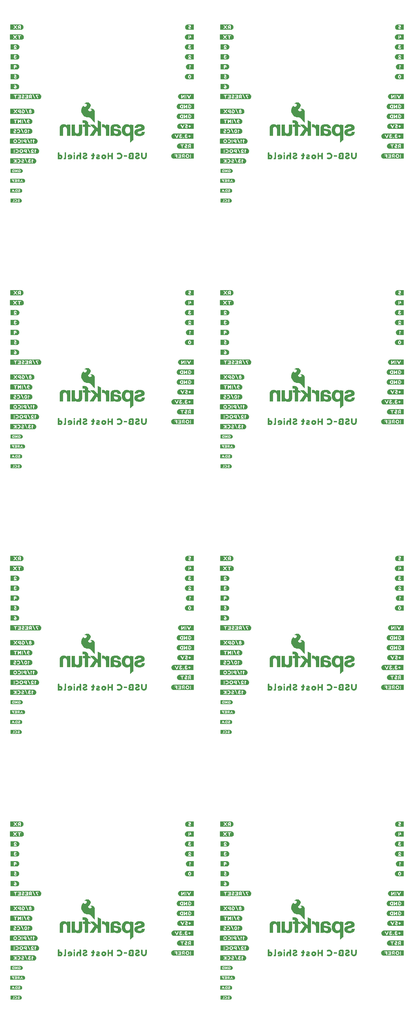
<source format=gbo>
G04 EAGLE Gerber RS-274X export*
G75*
%MOMM*%
%FSLAX34Y34*%
%LPD*%
%INSilkscreen Bottom*%
%IPPOS*%
%AMOC8*
5,1,8,0,0,1.08239X$1,22.5*%
G01*

G36*
X104755Y361454D02*
X104755Y361454D01*
X104758Y361451D01*
X105358Y361551D01*
X106057Y361651D01*
X106061Y361655D01*
X106064Y361653D01*
X106764Y361853D01*
X106768Y361858D01*
X106772Y361856D01*
X108572Y362756D01*
X108577Y362766D01*
X108585Y362765D01*
X109083Y363263D01*
X109581Y363662D01*
X109583Y363672D01*
X109591Y363673D01*
X109990Y364271D01*
X110388Y364769D01*
X110389Y364777D01*
X110394Y364778D01*
X110694Y365378D01*
X110693Y365385D01*
X110697Y365386D01*
X110737Y365525D01*
X110779Y365673D01*
X110793Y365722D01*
X110835Y365870D01*
X110836Y365870D01*
X110835Y365870D01*
X110878Y366018D01*
X110892Y366067D01*
X110897Y366085D01*
X111097Y366684D01*
X111096Y366686D01*
X111097Y366686D01*
X111103Y366707D01*
X111145Y366855D01*
X111146Y366855D01*
X111145Y366855D01*
X111188Y367003D01*
X111202Y367052D01*
X111244Y367200D01*
X111286Y367347D01*
X111297Y367386D01*
X111294Y367394D01*
X111297Y367397D01*
X111296Y367398D01*
X111299Y367400D01*
X111299Y368700D01*
X111296Y368704D01*
X111299Y368707D01*
X111099Y370107D01*
X111094Y370112D01*
X111097Y370116D01*
X110897Y370716D01*
X110892Y370719D01*
X110894Y370722D01*
X110294Y371922D01*
X110290Y371924D01*
X110291Y371927D01*
X109891Y372527D01*
X109884Y372530D01*
X109885Y372535D01*
X108985Y373435D01*
X108981Y373435D01*
X108982Y373438D01*
X108382Y373938D01*
X108373Y373938D01*
X108372Y373944D01*
X106572Y374844D01*
X106562Y374842D01*
X106558Y374849D01*
X105958Y374949D01*
X105957Y374948D01*
X105957Y374949D01*
X104557Y375149D01*
X104505Y375120D01*
X104507Y375116D01*
X104503Y375115D01*
X104496Y375091D01*
X104476Y375142D01*
X104460Y375136D01*
X104450Y375149D01*
X32050Y375149D01*
X32012Y375120D01*
X32004Y375118D01*
X31804Y374618D01*
X31805Y374616D01*
X31803Y374614D01*
X31807Y374608D01*
X31808Y374605D01*
X31801Y374600D01*
X31801Y361800D01*
X31820Y361774D01*
X31820Y361761D01*
X32220Y361461D01*
X32242Y361461D01*
X32250Y361451D01*
X104750Y361451D01*
X104755Y361454D01*
G37*
G36*
X104755Y1722894D02*
X104755Y1722894D01*
X104758Y1722891D01*
X105358Y1722991D01*
X106057Y1723091D01*
X106061Y1723095D01*
X106064Y1723093D01*
X106764Y1723293D01*
X106768Y1723298D01*
X106772Y1723296D01*
X108572Y1724196D01*
X108577Y1724206D01*
X108585Y1724205D01*
X109083Y1724703D01*
X109581Y1725102D01*
X109583Y1725112D01*
X109591Y1725113D01*
X109990Y1725711D01*
X110388Y1726209D01*
X110389Y1726217D01*
X110394Y1726218D01*
X110694Y1726818D01*
X110693Y1726825D01*
X110697Y1726826D01*
X110737Y1726965D01*
X110779Y1727113D01*
X110793Y1727162D01*
X110835Y1727310D01*
X110836Y1727310D01*
X110835Y1727310D01*
X110878Y1727458D01*
X110892Y1727507D01*
X110897Y1727525D01*
X111097Y1728124D01*
X111096Y1728126D01*
X111097Y1728126D01*
X111103Y1728147D01*
X111145Y1728295D01*
X111146Y1728295D01*
X111145Y1728295D01*
X111188Y1728443D01*
X111202Y1728492D01*
X111244Y1728640D01*
X111286Y1728787D01*
X111297Y1728826D01*
X111294Y1728834D01*
X111297Y1728837D01*
X111296Y1728838D01*
X111299Y1728840D01*
X111299Y1730140D01*
X111296Y1730144D01*
X111299Y1730147D01*
X111099Y1731547D01*
X111094Y1731552D01*
X111097Y1731556D01*
X110897Y1732156D01*
X110892Y1732159D01*
X110894Y1732162D01*
X110294Y1733362D01*
X110290Y1733364D01*
X110291Y1733367D01*
X109891Y1733967D01*
X109884Y1733970D01*
X109885Y1733975D01*
X108985Y1734875D01*
X108981Y1734875D01*
X108982Y1734878D01*
X108382Y1735378D01*
X108373Y1735378D01*
X108372Y1735384D01*
X106572Y1736284D01*
X106562Y1736282D01*
X106558Y1736289D01*
X105958Y1736389D01*
X105957Y1736388D01*
X105957Y1736389D01*
X104557Y1736589D01*
X104505Y1736560D01*
X104507Y1736556D01*
X104503Y1736555D01*
X104496Y1736531D01*
X104476Y1736582D01*
X104460Y1736576D01*
X104450Y1736589D01*
X32050Y1736589D01*
X32012Y1736560D01*
X32004Y1736558D01*
X31804Y1736058D01*
X31805Y1736056D01*
X31803Y1736054D01*
X31807Y1736048D01*
X31808Y1736045D01*
X31801Y1736040D01*
X31801Y1723240D01*
X31820Y1723214D01*
X31820Y1723201D01*
X32220Y1722901D01*
X32242Y1722901D01*
X32250Y1722891D01*
X104750Y1722891D01*
X104755Y1722894D01*
G37*
G36*
X643235Y2403614D02*
X643235Y2403614D01*
X643238Y2403611D01*
X643838Y2403711D01*
X644537Y2403811D01*
X644541Y2403815D01*
X644544Y2403813D01*
X645244Y2404013D01*
X645248Y2404018D01*
X645252Y2404016D01*
X647052Y2404916D01*
X647057Y2404926D01*
X647065Y2404925D01*
X647563Y2405423D01*
X648061Y2405822D01*
X648063Y2405832D01*
X648071Y2405833D01*
X648470Y2406431D01*
X648868Y2406929D01*
X648869Y2406937D01*
X648874Y2406938D01*
X649174Y2407538D01*
X649173Y2407545D01*
X649177Y2407546D01*
X649217Y2407685D01*
X649259Y2407833D01*
X649273Y2407882D01*
X649315Y2408030D01*
X649316Y2408030D01*
X649315Y2408030D01*
X649358Y2408178D01*
X649372Y2408227D01*
X649377Y2408245D01*
X649577Y2408844D01*
X649576Y2408846D01*
X649577Y2408846D01*
X649583Y2408867D01*
X649625Y2409015D01*
X649626Y2409015D01*
X649625Y2409015D01*
X649668Y2409163D01*
X649682Y2409212D01*
X649724Y2409360D01*
X649766Y2409507D01*
X649777Y2409546D01*
X649774Y2409554D01*
X649777Y2409557D01*
X649776Y2409558D01*
X649779Y2409560D01*
X649779Y2410860D01*
X649776Y2410864D01*
X649779Y2410867D01*
X649579Y2412267D01*
X649574Y2412272D01*
X649577Y2412276D01*
X649377Y2412876D01*
X649372Y2412879D01*
X649374Y2412882D01*
X648774Y2414082D01*
X648770Y2414084D01*
X648771Y2414087D01*
X648371Y2414687D01*
X648364Y2414690D01*
X648365Y2414695D01*
X647465Y2415595D01*
X647461Y2415595D01*
X647462Y2415598D01*
X646862Y2416098D01*
X646853Y2416098D01*
X646852Y2416104D01*
X645052Y2417004D01*
X645042Y2417002D01*
X645038Y2417009D01*
X644438Y2417109D01*
X644437Y2417108D01*
X644437Y2417109D01*
X643037Y2417309D01*
X642985Y2417280D01*
X642987Y2417276D01*
X642983Y2417275D01*
X642976Y2417251D01*
X642956Y2417302D01*
X642940Y2417296D01*
X642930Y2417309D01*
X570530Y2417309D01*
X570492Y2417280D01*
X570484Y2417278D01*
X570284Y2416778D01*
X570285Y2416776D01*
X570283Y2416774D01*
X570287Y2416768D01*
X570288Y2416765D01*
X570281Y2416760D01*
X570281Y2403960D01*
X570300Y2403934D01*
X570300Y2403921D01*
X570700Y2403621D01*
X570722Y2403621D01*
X570730Y2403611D01*
X643230Y2403611D01*
X643235Y2403614D01*
G37*
G36*
X643235Y1722894D02*
X643235Y1722894D01*
X643238Y1722891D01*
X643838Y1722991D01*
X644537Y1723091D01*
X644541Y1723095D01*
X644544Y1723093D01*
X645244Y1723293D01*
X645248Y1723298D01*
X645252Y1723296D01*
X647052Y1724196D01*
X647057Y1724206D01*
X647065Y1724205D01*
X647563Y1724703D01*
X648061Y1725102D01*
X648063Y1725112D01*
X648071Y1725113D01*
X648470Y1725711D01*
X648868Y1726209D01*
X648869Y1726217D01*
X648874Y1726218D01*
X649174Y1726818D01*
X649173Y1726825D01*
X649177Y1726826D01*
X649217Y1726965D01*
X649259Y1727113D01*
X649273Y1727162D01*
X649315Y1727310D01*
X649316Y1727310D01*
X649315Y1727310D01*
X649358Y1727458D01*
X649372Y1727507D01*
X649377Y1727525D01*
X649577Y1728124D01*
X649576Y1728126D01*
X649577Y1728126D01*
X649583Y1728147D01*
X649625Y1728295D01*
X649626Y1728295D01*
X649625Y1728295D01*
X649668Y1728443D01*
X649682Y1728492D01*
X649724Y1728640D01*
X649766Y1728787D01*
X649777Y1728826D01*
X649774Y1728834D01*
X649777Y1728837D01*
X649776Y1728838D01*
X649779Y1728840D01*
X649779Y1730140D01*
X649776Y1730144D01*
X649779Y1730147D01*
X649579Y1731547D01*
X649574Y1731552D01*
X649577Y1731556D01*
X649377Y1732156D01*
X649372Y1732159D01*
X649374Y1732162D01*
X648774Y1733362D01*
X648770Y1733364D01*
X648771Y1733367D01*
X648371Y1733967D01*
X648364Y1733970D01*
X648365Y1733975D01*
X647465Y1734875D01*
X647461Y1734875D01*
X647462Y1734878D01*
X646862Y1735378D01*
X646853Y1735378D01*
X646852Y1735384D01*
X645052Y1736284D01*
X645042Y1736282D01*
X645038Y1736289D01*
X644438Y1736389D01*
X644437Y1736388D01*
X644437Y1736389D01*
X643037Y1736589D01*
X642985Y1736560D01*
X642987Y1736556D01*
X642983Y1736555D01*
X642976Y1736531D01*
X642956Y1736582D01*
X642940Y1736576D01*
X642930Y1736589D01*
X570530Y1736589D01*
X570492Y1736560D01*
X570484Y1736558D01*
X570284Y1736058D01*
X570285Y1736056D01*
X570283Y1736054D01*
X570287Y1736048D01*
X570288Y1736045D01*
X570281Y1736040D01*
X570281Y1723240D01*
X570300Y1723214D01*
X570300Y1723201D01*
X570700Y1722901D01*
X570722Y1722901D01*
X570730Y1722891D01*
X643230Y1722891D01*
X643235Y1722894D01*
G37*
G36*
X643235Y361454D02*
X643235Y361454D01*
X643238Y361451D01*
X643838Y361551D01*
X644537Y361651D01*
X644541Y361655D01*
X644544Y361653D01*
X645244Y361853D01*
X645248Y361858D01*
X645252Y361856D01*
X647052Y362756D01*
X647057Y362766D01*
X647065Y362765D01*
X647563Y363263D01*
X648061Y363662D01*
X648063Y363672D01*
X648071Y363673D01*
X648470Y364271D01*
X648868Y364769D01*
X648869Y364777D01*
X648874Y364778D01*
X649174Y365378D01*
X649173Y365385D01*
X649177Y365386D01*
X649217Y365525D01*
X649259Y365673D01*
X649273Y365722D01*
X649315Y365870D01*
X649316Y365870D01*
X649315Y365870D01*
X649358Y366018D01*
X649372Y366067D01*
X649377Y366085D01*
X649577Y366684D01*
X649576Y366686D01*
X649577Y366686D01*
X649583Y366707D01*
X649625Y366855D01*
X649626Y366855D01*
X649625Y366855D01*
X649668Y367003D01*
X649682Y367052D01*
X649724Y367200D01*
X649766Y367347D01*
X649777Y367386D01*
X649774Y367394D01*
X649777Y367397D01*
X649776Y367398D01*
X649779Y367400D01*
X649779Y368700D01*
X649776Y368704D01*
X649779Y368707D01*
X649579Y370107D01*
X649574Y370112D01*
X649577Y370116D01*
X649377Y370716D01*
X649372Y370719D01*
X649374Y370722D01*
X648774Y371922D01*
X648770Y371924D01*
X648771Y371927D01*
X648371Y372527D01*
X648364Y372530D01*
X648365Y372535D01*
X647465Y373435D01*
X647461Y373435D01*
X647462Y373438D01*
X646862Y373938D01*
X646853Y373938D01*
X646852Y373944D01*
X645052Y374844D01*
X645042Y374842D01*
X645038Y374849D01*
X644438Y374949D01*
X644437Y374948D01*
X644437Y374949D01*
X643037Y375149D01*
X642985Y375120D01*
X642987Y375116D01*
X642983Y375115D01*
X642976Y375091D01*
X642956Y375142D01*
X642940Y375136D01*
X642930Y375149D01*
X570530Y375149D01*
X570492Y375120D01*
X570484Y375118D01*
X570284Y374618D01*
X570285Y374616D01*
X570283Y374614D01*
X570287Y374608D01*
X570288Y374605D01*
X570281Y374600D01*
X570281Y361800D01*
X570300Y361774D01*
X570300Y361761D01*
X570700Y361461D01*
X570722Y361461D01*
X570730Y361451D01*
X643230Y361451D01*
X643235Y361454D01*
G37*
G36*
X104755Y1042174D02*
X104755Y1042174D01*
X104758Y1042171D01*
X105358Y1042271D01*
X106057Y1042371D01*
X106061Y1042375D01*
X106064Y1042373D01*
X106764Y1042573D01*
X106768Y1042578D01*
X106772Y1042576D01*
X108572Y1043476D01*
X108577Y1043486D01*
X108585Y1043485D01*
X109083Y1043983D01*
X109581Y1044382D01*
X109583Y1044392D01*
X109591Y1044393D01*
X109990Y1044991D01*
X110388Y1045489D01*
X110389Y1045497D01*
X110394Y1045498D01*
X110694Y1046098D01*
X110693Y1046105D01*
X110697Y1046106D01*
X110737Y1046245D01*
X110779Y1046393D01*
X110793Y1046442D01*
X110835Y1046590D01*
X110836Y1046590D01*
X110835Y1046590D01*
X110878Y1046738D01*
X110892Y1046787D01*
X110897Y1046805D01*
X111097Y1047404D01*
X111096Y1047406D01*
X111097Y1047406D01*
X111103Y1047427D01*
X111145Y1047575D01*
X111146Y1047575D01*
X111145Y1047575D01*
X111188Y1047723D01*
X111202Y1047772D01*
X111244Y1047920D01*
X111286Y1048067D01*
X111297Y1048106D01*
X111294Y1048114D01*
X111297Y1048117D01*
X111296Y1048118D01*
X111299Y1048120D01*
X111299Y1049420D01*
X111296Y1049424D01*
X111299Y1049427D01*
X111099Y1050827D01*
X111094Y1050832D01*
X111097Y1050836D01*
X110897Y1051436D01*
X110892Y1051439D01*
X110894Y1051442D01*
X110294Y1052642D01*
X110290Y1052644D01*
X110291Y1052647D01*
X109891Y1053247D01*
X109884Y1053250D01*
X109885Y1053255D01*
X108985Y1054155D01*
X108981Y1054155D01*
X108982Y1054158D01*
X108382Y1054658D01*
X108373Y1054658D01*
X108372Y1054664D01*
X106572Y1055564D01*
X106562Y1055562D01*
X106558Y1055569D01*
X105958Y1055669D01*
X105957Y1055668D01*
X105957Y1055669D01*
X104557Y1055869D01*
X104505Y1055840D01*
X104507Y1055836D01*
X104503Y1055835D01*
X104496Y1055811D01*
X104476Y1055862D01*
X104460Y1055856D01*
X104450Y1055869D01*
X32050Y1055869D01*
X32012Y1055840D01*
X32004Y1055838D01*
X31804Y1055338D01*
X31805Y1055336D01*
X31803Y1055334D01*
X31807Y1055328D01*
X31808Y1055325D01*
X31801Y1055320D01*
X31801Y1042520D01*
X31820Y1042494D01*
X31820Y1042481D01*
X32220Y1042181D01*
X32242Y1042181D01*
X32250Y1042171D01*
X104750Y1042171D01*
X104755Y1042174D01*
G37*
G36*
X643235Y1042174D02*
X643235Y1042174D01*
X643238Y1042171D01*
X643838Y1042271D01*
X644537Y1042371D01*
X644541Y1042375D01*
X644544Y1042373D01*
X645244Y1042573D01*
X645248Y1042578D01*
X645252Y1042576D01*
X647052Y1043476D01*
X647057Y1043486D01*
X647065Y1043485D01*
X647563Y1043983D01*
X648061Y1044382D01*
X648063Y1044392D01*
X648071Y1044393D01*
X648470Y1044991D01*
X648868Y1045489D01*
X648869Y1045497D01*
X648874Y1045498D01*
X649174Y1046098D01*
X649173Y1046105D01*
X649177Y1046106D01*
X649217Y1046245D01*
X649259Y1046393D01*
X649273Y1046442D01*
X649315Y1046590D01*
X649316Y1046590D01*
X649315Y1046590D01*
X649358Y1046738D01*
X649372Y1046787D01*
X649377Y1046805D01*
X649577Y1047404D01*
X649576Y1047406D01*
X649577Y1047406D01*
X649583Y1047427D01*
X649625Y1047575D01*
X649626Y1047575D01*
X649625Y1047575D01*
X649668Y1047723D01*
X649682Y1047772D01*
X649724Y1047920D01*
X649766Y1048067D01*
X649777Y1048106D01*
X649774Y1048114D01*
X649777Y1048117D01*
X649776Y1048118D01*
X649779Y1048120D01*
X649779Y1049420D01*
X649776Y1049424D01*
X649779Y1049427D01*
X649579Y1050827D01*
X649574Y1050832D01*
X649577Y1050836D01*
X649377Y1051436D01*
X649372Y1051439D01*
X649374Y1051442D01*
X648774Y1052642D01*
X648770Y1052644D01*
X648771Y1052647D01*
X648371Y1053247D01*
X648364Y1053250D01*
X648365Y1053255D01*
X647465Y1054155D01*
X647461Y1054155D01*
X647462Y1054158D01*
X646862Y1054658D01*
X646853Y1054658D01*
X646852Y1054664D01*
X645052Y1055564D01*
X645042Y1055562D01*
X645038Y1055569D01*
X644438Y1055669D01*
X644437Y1055668D01*
X644437Y1055669D01*
X643037Y1055869D01*
X642985Y1055840D01*
X642987Y1055836D01*
X642983Y1055835D01*
X642976Y1055811D01*
X642956Y1055862D01*
X642940Y1055856D01*
X642930Y1055869D01*
X570530Y1055869D01*
X570492Y1055840D01*
X570484Y1055838D01*
X570284Y1055338D01*
X570285Y1055336D01*
X570283Y1055334D01*
X570287Y1055328D01*
X570288Y1055325D01*
X570281Y1055320D01*
X570281Y1042520D01*
X570300Y1042494D01*
X570300Y1042481D01*
X570700Y1042181D01*
X570722Y1042181D01*
X570730Y1042171D01*
X643230Y1042171D01*
X643235Y1042174D01*
G37*
G36*
X104755Y2403614D02*
X104755Y2403614D01*
X104758Y2403611D01*
X105358Y2403711D01*
X106057Y2403811D01*
X106061Y2403815D01*
X106064Y2403813D01*
X106764Y2404013D01*
X106768Y2404018D01*
X106772Y2404016D01*
X108572Y2404916D01*
X108577Y2404926D01*
X108585Y2404925D01*
X109083Y2405423D01*
X109581Y2405822D01*
X109583Y2405832D01*
X109591Y2405833D01*
X109990Y2406431D01*
X110388Y2406929D01*
X110389Y2406937D01*
X110394Y2406938D01*
X110694Y2407538D01*
X110693Y2407545D01*
X110697Y2407546D01*
X110737Y2407685D01*
X110779Y2407833D01*
X110793Y2407882D01*
X110835Y2408030D01*
X110836Y2408030D01*
X110835Y2408030D01*
X110878Y2408178D01*
X110892Y2408227D01*
X110897Y2408245D01*
X111097Y2408844D01*
X111096Y2408846D01*
X111097Y2408846D01*
X111103Y2408867D01*
X111145Y2409015D01*
X111146Y2409015D01*
X111145Y2409015D01*
X111188Y2409163D01*
X111202Y2409212D01*
X111244Y2409360D01*
X111286Y2409507D01*
X111297Y2409546D01*
X111294Y2409554D01*
X111297Y2409557D01*
X111296Y2409558D01*
X111299Y2409560D01*
X111299Y2410860D01*
X111296Y2410864D01*
X111299Y2410867D01*
X111099Y2412267D01*
X111094Y2412272D01*
X111097Y2412276D01*
X110897Y2412876D01*
X110892Y2412879D01*
X110894Y2412882D01*
X110294Y2414082D01*
X110290Y2414084D01*
X110291Y2414087D01*
X109891Y2414687D01*
X109884Y2414690D01*
X109885Y2414695D01*
X108985Y2415595D01*
X108981Y2415595D01*
X108982Y2415598D01*
X108382Y2416098D01*
X108373Y2416098D01*
X108372Y2416104D01*
X106572Y2417004D01*
X106562Y2417002D01*
X106558Y2417009D01*
X105958Y2417109D01*
X105957Y2417108D01*
X105957Y2417109D01*
X104557Y2417309D01*
X104505Y2417280D01*
X104507Y2417276D01*
X104503Y2417275D01*
X104496Y2417251D01*
X104476Y2417302D01*
X104460Y2417296D01*
X104450Y2417309D01*
X32050Y2417309D01*
X32012Y2417280D01*
X32004Y2417278D01*
X31804Y2416778D01*
X31805Y2416776D01*
X31803Y2416774D01*
X31807Y2416768D01*
X31808Y2416765D01*
X31801Y2416760D01*
X31801Y2403960D01*
X31820Y2403934D01*
X31820Y2403921D01*
X32220Y2403621D01*
X32242Y2403621D01*
X32250Y2403611D01*
X104750Y2403611D01*
X104755Y2403614D01*
G37*
G36*
X637695Y902474D02*
X637695Y902474D01*
X637698Y902471D01*
X638298Y902571D01*
X638997Y902671D01*
X639001Y902675D01*
X639004Y902673D01*
X639704Y902873D01*
X639708Y902878D01*
X639712Y902876D01*
X640912Y903476D01*
X640914Y903480D01*
X640917Y903479D01*
X641517Y903879D01*
X641518Y903882D01*
X641521Y903882D01*
X642021Y904282D01*
X642022Y904286D01*
X642025Y904285D01*
X642525Y904785D01*
X642525Y904789D01*
X642528Y904789D01*
X643328Y905789D01*
X643329Y905797D01*
X643334Y905798D01*
X643634Y906398D01*
X643633Y906405D01*
X643637Y906406D01*
X643649Y906447D01*
X643691Y906594D01*
X643733Y906742D01*
X643747Y906791D01*
X643790Y906939D01*
X643832Y907087D01*
X643837Y907105D01*
X644037Y907704D01*
X644035Y907711D01*
X644039Y907713D01*
X644239Y909113D01*
X644236Y909118D01*
X644239Y909120D01*
X644239Y909720D01*
X644236Y909724D01*
X644239Y909727D01*
X644039Y911127D01*
X644034Y911132D01*
X644037Y911136D01*
X643837Y911736D01*
X643832Y911739D01*
X643834Y911742D01*
X643534Y912342D01*
X643530Y912344D01*
X643531Y912347D01*
X643133Y912945D01*
X642834Y913542D01*
X642824Y913547D01*
X642825Y913555D01*
X641825Y914555D01*
X641821Y914555D01*
X641821Y914558D01*
X641321Y914958D01*
X641313Y914959D01*
X641312Y914964D01*
X639512Y915864D01*
X639501Y915862D01*
X639497Y915869D01*
X638797Y915969D01*
X638098Y916069D01*
X637498Y916169D01*
X637493Y916166D01*
X637490Y916169D01*
X570990Y916169D01*
X570952Y916140D01*
X570944Y916138D01*
X570744Y915638D01*
X570745Y915636D01*
X570743Y915634D01*
X570747Y915628D01*
X570748Y915625D01*
X570741Y915620D01*
X570741Y902720D01*
X570766Y902687D01*
X570768Y902676D01*
X571168Y902476D01*
X571184Y902479D01*
X571190Y902471D01*
X637690Y902471D01*
X637695Y902474D01*
G37*
G36*
X99215Y902474D02*
X99215Y902474D01*
X99218Y902471D01*
X99818Y902571D01*
X100517Y902671D01*
X100521Y902675D01*
X100524Y902673D01*
X101224Y902873D01*
X101228Y902878D01*
X101232Y902876D01*
X102432Y903476D01*
X102434Y903480D01*
X102437Y903479D01*
X103037Y903879D01*
X103038Y903882D01*
X103041Y903882D01*
X103541Y904282D01*
X103542Y904286D01*
X103545Y904285D01*
X104045Y904785D01*
X104045Y904789D01*
X104048Y904789D01*
X104848Y905789D01*
X104849Y905797D01*
X104854Y905798D01*
X105154Y906398D01*
X105153Y906405D01*
X105157Y906406D01*
X105169Y906447D01*
X105211Y906594D01*
X105253Y906742D01*
X105267Y906791D01*
X105310Y906939D01*
X105352Y907087D01*
X105357Y907105D01*
X105557Y907704D01*
X105555Y907711D01*
X105559Y907713D01*
X105759Y909113D01*
X105756Y909118D01*
X105759Y909120D01*
X105759Y909720D01*
X105756Y909724D01*
X105759Y909727D01*
X105559Y911127D01*
X105554Y911132D01*
X105557Y911136D01*
X105357Y911736D01*
X105352Y911739D01*
X105354Y911742D01*
X105054Y912342D01*
X105050Y912344D01*
X105051Y912347D01*
X104653Y912945D01*
X104354Y913542D01*
X104344Y913547D01*
X104345Y913555D01*
X103345Y914555D01*
X103341Y914555D01*
X103341Y914558D01*
X102841Y914958D01*
X102833Y914959D01*
X102832Y914964D01*
X101032Y915864D01*
X101021Y915862D01*
X101017Y915869D01*
X100317Y915969D01*
X99618Y916069D01*
X99018Y916169D01*
X99013Y916166D01*
X99010Y916169D01*
X32510Y916169D01*
X32472Y916140D01*
X32464Y916138D01*
X32264Y915638D01*
X32265Y915636D01*
X32263Y915634D01*
X32267Y915628D01*
X32268Y915625D01*
X32261Y915620D01*
X32261Y902720D01*
X32286Y902687D01*
X32288Y902676D01*
X32688Y902476D01*
X32704Y902479D01*
X32710Y902471D01*
X99210Y902471D01*
X99215Y902474D01*
G37*
G36*
X99215Y2263914D02*
X99215Y2263914D01*
X99218Y2263911D01*
X99818Y2264011D01*
X100517Y2264111D01*
X100521Y2264115D01*
X100524Y2264113D01*
X101224Y2264313D01*
X101228Y2264318D01*
X101232Y2264316D01*
X102432Y2264916D01*
X102434Y2264920D01*
X102437Y2264919D01*
X103037Y2265319D01*
X103038Y2265322D01*
X103041Y2265322D01*
X103541Y2265722D01*
X103542Y2265726D01*
X103545Y2265725D01*
X104045Y2266225D01*
X104045Y2266229D01*
X104048Y2266229D01*
X104848Y2267229D01*
X104849Y2267237D01*
X104854Y2267238D01*
X105154Y2267838D01*
X105153Y2267845D01*
X105157Y2267846D01*
X105197Y2267985D01*
X105239Y2268133D01*
X105253Y2268182D01*
X105295Y2268330D01*
X105296Y2268330D01*
X105295Y2268330D01*
X105338Y2268478D01*
X105352Y2268527D01*
X105357Y2268545D01*
X105557Y2269144D01*
X105555Y2269151D01*
X105559Y2269153D01*
X105759Y2270553D01*
X105756Y2270558D01*
X105759Y2270560D01*
X105759Y2271160D01*
X105756Y2271164D01*
X105759Y2271167D01*
X105559Y2272567D01*
X105554Y2272572D01*
X105557Y2272576D01*
X105357Y2273176D01*
X105352Y2273179D01*
X105354Y2273182D01*
X105054Y2273782D01*
X105050Y2273784D01*
X105051Y2273787D01*
X104653Y2274385D01*
X104354Y2274982D01*
X104344Y2274987D01*
X104345Y2274995D01*
X103345Y2275995D01*
X103341Y2275995D01*
X103341Y2275998D01*
X102841Y2276398D01*
X102833Y2276399D01*
X102832Y2276404D01*
X101032Y2277304D01*
X101021Y2277302D01*
X101017Y2277309D01*
X100317Y2277409D01*
X99618Y2277509D01*
X99018Y2277609D01*
X99013Y2277606D01*
X99010Y2277609D01*
X32510Y2277609D01*
X32472Y2277580D01*
X32464Y2277578D01*
X32264Y2277078D01*
X32265Y2277076D01*
X32263Y2277074D01*
X32267Y2277068D01*
X32268Y2277065D01*
X32261Y2277060D01*
X32261Y2264160D01*
X32286Y2264127D01*
X32288Y2264116D01*
X32688Y2263916D01*
X32704Y2263919D01*
X32710Y2263911D01*
X99210Y2263911D01*
X99215Y2263914D01*
G37*
G36*
X637695Y1583194D02*
X637695Y1583194D01*
X637698Y1583191D01*
X638298Y1583291D01*
X638997Y1583391D01*
X639001Y1583395D01*
X639004Y1583393D01*
X639704Y1583593D01*
X639708Y1583598D01*
X639712Y1583596D01*
X640912Y1584196D01*
X640914Y1584200D01*
X640917Y1584199D01*
X641517Y1584599D01*
X641518Y1584602D01*
X641521Y1584602D01*
X642021Y1585002D01*
X642022Y1585006D01*
X642025Y1585005D01*
X642525Y1585505D01*
X642525Y1585509D01*
X642528Y1585509D01*
X643328Y1586509D01*
X643329Y1586517D01*
X643334Y1586518D01*
X643634Y1587118D01*
X643633Y1587125D01*
X643637Y1587126D01*
X643677Y1587265D01*
X643719Y1587413D01*
X643733Y1587462D01*
X643775Y1587610D01*
X643776Y1587610D01*
X643775Y1587610D01*
X643818Y1587758D01*
X643832Y1587807D01*
X643837Y1587825D01*
X644037Y1588424D01*
X644035Y1588431D01*
X644039Y1588433D01*
X644239Y1589833D01*
X644236Y1589838D01*
X644239Y1589840D01*
X644239Y1590440D01*
X644236Y1590444D01*
X644239Y1590447D01*
X644039Y1591847D01*
X644034Y1591852D01*
X644037Y1591856D01*
X643837Y1592456D01*
X643832Y1592459D01*
X643834Y1592462D01*
X643534Y1593062D01*
X643530Y1593064D01*
X643531Y1593067D01*
X643133Y1593665D01*
X642834Y1594262D01*
X642824Y1594267D01*
X642825Y1594275D01*
X641825Y1595275D01*
X641821Y1595275D01*
X641821Y1595278D01*
X641321Y1595678D01*
X641313Y1595679D01*
X641312Y1595684D01*
X639512Y1596584D01*
X639501Y1596582D01*
X639497Y1596589D01*
X638797Y1596689D01*
X638098Y1596789D01*
X637498Y1596889D01*
X637493Y1596886D01*
X637490Y1596889D01*
X570990Y1596889D01*
X570952Y1596860D01*
X570944Y1596858D01*
X570744Y1596358D01*
X570745Y1596356D01*
X570743Y1596354D01*
X570747Y1596348D01*
X570748Y1596345D01*
X570741Y1596340D01*
X570741Y1583440D01*
X570766Y1583407D01*
X570768Y1583396D01*
X571168Y1583196D01*
X571184Y1583199D01*
X571190Y1583191D01*
X637690Y1583191D01*
X637695Y1583194D01*
G37*
G36*
X99215Y1583194D02*
X99215Y1583194D01*
X99218Y1583191D01*
X99818Y1583291D01*
X100517Y1583391D01*
X100521Y1583395D01*
X100524Y1583393D01*
X101224Y1583593D01*
X101228Y1583598D01*
X101232Y1583596D01*
X102432Y1584196D01*
X102434Y1584200D01*
X102437Y1584199D01*
X103037Y1584599D01*
X103038Y1584602D01*
X103041Y1584602D01*
X103541Y1585002D01*
X103542Y1585006D01*
X103545Y1585005D01*
X104045Y1585505D01*
X104045Y1585509D01*
X104048Y1585509D01*
X104848Y1586509D01*
X104849Y1586517D01*
X104854Y1586518D01*
X105154Y1587118D01*
X105153Y1587125D01*
X105157Y1587126D01*
X105197Y1587265D01*
X105239Y1587413D01*
X105253Y1587462D01*
X105295Y1587610D01*
X105296Y1587610D01*
X105295Y1587610D01*
X105338Y1587758D01*
X105352Y1587807D01*
X105357Y1587825D01*
X105557Y1588424D01*
X105555Y1588431D01*
X105559Y1588433D01*
X105759Y1589833D01*
X105756Y1589838D01*
X105759Y1589840D01*
X105759Y1590440D01*
X105756Y1590444D01*
X105759Y1590447D01*
X105559Y1591847D01*
X105554Y1591852D01*
X105557Y1591856D01*
X105357Y1592456D01*
X105352Y1592459D01*
X105354Y1592462D01*
X105054Y1593062D01*
X105050Y1593064D01*
X105051Y1593067D01*
X104653Y1593665D01*
X104354Y1594262D01*
X104344Y1594267D01*
X104345Y1594275D01*
X103345Y1595275D01*
X103341Y1595275D01*
X103341Y1595278D01*
X102841Y1595678D01*
X102833Y1595679D01*
X102832Y1595684D01*
X101032Y1596584D01*
X101021Y1596582D01*
X101017Y1596589D01*
X100317Y1596689D01*
X99618Y1596789D01*
X99018Y1596889D01*
X99013Y1596886D01*
X99010Y1596889D01*
X32510Y1596889D01*
X32472Y1596860D01*
X32464Y1596858D01*
X32264Y1596358D01*
X32265Y1596356D01*
X32263Y1596354D01*
X32267Y1596348D01*
X32268Y1596345D01*
X32261Y1596340D01*
X32261Y1583440D01*
X32286Y1583407D01*
X32288Y1583396D01*
X32688Y1583196D01*
X32704Y1583199D01*
X32710Y1583191D01*
X99210Y1583191D01*
X99215Y1583194D01*
G37*
G36*
X637695Y221754D02*
X637695Y221754D01*
X637698Y221751D01*
X638298Y221851D01*
X638997Y221951D01*
X639001Y221955D01*
X639004Y221953D01*
X639704Y222153D01*
X639708Y222158D01*
X639712Y222156D01*
X640912Y222756D01*
X640914Y222760D01*
X640917Y222759D01*
X641517Y223159D01*
X641518Y223162D01*
X641521Y223162D01*
X642021Y223562D01*
X642022Y223566D01*
X642025Y223565D01*
X642525Y224065D01*
X642525Y224069D01*
X642528Y224069D01*
X643328Y225069D01*
X643329Y225077D01*
X643334Y225078D01*
X643634Y225678D01*
X643633Y225685D01*
X643637Y225686D01*
X643677Y225825D01*
X643719Y225973D01*
X643733Y226022D01*
X643775Y226170D01*
X643776Y226170D01*
X643775Y226170D01*
X643818Y226318D01*
X643832Y226367D01*
X643837Y226385D01*
X644037Y226984D01*
X644035Y226991D01*
X644039Y226993D01*
X644239Y228393D01*
X644236Y228398D01*
X644239Y228400D01*
X644239Y229000D01*
X644236Y229004D01*
X644239Y229007D01*
X644039Y230407D01*
X644034Y230412D01*
X644037Y230416D01*
X643837Y231016D01*
X643832Y231019D01*
X643834Y231022D01*
X643534Y231622D01*
X643530Y231624D01*
X643531Y231627D01*
X643133Y232225D01*
X642834Y232822D01*
X642824Y232827D01*
X642825Y232835D01*
X641825Y233835D01*
X641821Y233835D01*
X641821Y233838D01*
X641321Y234238D01*
X641313Y234239D01*
X641312Y234244D01*
X639512Y235144D01*
X639501Y235142D01*
X639497Y235149D01*
X638797Y235249D01*
X638098Y235349D01*
X637498Y235449D01*
X637493Y235446D01*
X637490Y235449D01*
X570990Y235449D01*
X570952Y235420D01*
X570944Y235418D01*
X570744Y234918D01*
X570745Y234916D01*
X570743Y234914D01*
X570747Y234908D01*
X570748Y234905D01*
X570741Y234900D01*
X570741Y222000D01*
X570766Y221967D01*
X570768Y221956D01*
X571168Y221756D01*
X571184Y221759D01*
X571190Y221751D01*
X637690Y221751D01*
X637695Y221754D01*
G37*
G36*
X637695Y2263914D02*
X637695Y2263914D01*
X637698Y2263911D01*
X638298Y2264011D01*
X638997Y2264111D01*
X639001Y2264115D01*
X639004Y2264113D01*
X639704Y2264313D01*
X639708Y2264318D01*
X639712Y2264316D01*
X640912Y2264916D01*
X640914Y2264920D01*
X640917Y2264919D01*
X641517Y2265319D01*
X641518Y2265322D01*
X641521Y2265322D01*
X642021Y2265722D01*
X642022Y2265726D01*
X642025Y2265725D01*
X642525Y2266225D01*
X642525Y2266229D01*
X642528Y2266229D01*
X643328Y2267229D01*
X643329Y2267237D01*
X643334Y2267238D01*
X643634Y2267838D01*
X643633Y2267845D01*
X643637Y2267846D01*
X643677Y2267985D01*
X643719Y2268133D01*
X643733Y2268182D01*
X643775Y2268330D01*
X643776Y2268330D01*
X643775Y2268330D01*
X643818Y2268478D01*
X643832Y2268527D01*
X643837Y2268545D01*
X644037Y2269144D01*
X644035Y2269151D01*
X644039Y2269153D01*
X644239Y2270553D01*
X644236Y2270558D01*
X644239Y2270560D01*
X644239Y2271160D01*
X644236Y2271164D01*
X644239Y2271167D01*
X644039Y2272567D01*
X644034Y2272572D01*
X644037Y2272576D01*
X643837Y2273176D01*
X643832Y2273179D01*
X643834Y2273182D01*
X643534Y2273782D01*
X643530Y2273784D01*
X643531Y2273787D01*
X643133Y2274385D01*
X642834Y2274982D01*
X642824Y2274987D01*
X642825Y2274995D01*
X641825Y2275995D01*
X641821Y2275995D01*
X641821Y2275998D01*
X641321Y2276398D01*
X641313Y2276399D01*
X641312Y2276404D01*
X639512Y2277304D01*
X639501Y2277302D01*
X639497Y2277309D01*
X638797Y2277409D01*
X638098Y2277509D01*
X637498Y2277609D01*
X637493Y2277606D01*
X637490Y2277609D01*
X570990Y2277609D01*
X570952Y2277580D01*
X570944Y2277578D01*
X570744Y2277078D01*
X570745Y2277076D01*
X570743Y2277074D01*
X570747Y2277068D01*
X570748Y2277065D01*
X570741Y2277060D01*
X570741Y2264160D01*
X570766Y2264127D01*
X570768Y2264116D01*
X571168Y2263916D01*
X571184Y2263919D01*
X571190Y2263911D01*
X637690Y2263911D01*
X637695Y2263914D01*
G37*
G36*
X99215Y221754D02*
X99215Y221754D01*
X99218Y221751D01*
X99818Y221851D01*
X100517Y221951D01*
X100521Y221955D01*
X100524Y221953D01*
X101224Y222153D01*
X101228Y222158D01*
X101232Y222156D01*
X102432Y222756D01*
X102434Y222760D01*
X102437Y222759D01*
X103037Y223159D01*
X103038Y223162D01*
X103041Y223162D01*
X103541Y223562D01*
X103542Y223566D01*
X103545Y223565D01*
X104045Y224065D01*
X104045Y224069D01*
X104048Y224069D01*
X104848Y225069D01*
X104849Y225077D01*
X104854Y225078D01*
X105154Y225678D01*
X105153Y225685D01*
X105157Y225686D01*
X105197Y225825D01*
X105239Y225973D01*
X105253Y226022D01*
X105295Y226170D01*
X105296Y226170D01*
X105295Y226170D01*
X105338Y226318D01*
X105352Y226367D01*
X105357Y226385D01*
X105557Y226984D01*
X105555Y226991D01*
X105559Y226993D01*
X105759Y228393D01*
X105756Y228398D01*
X105759Y228400D01*
X105759Y229000D01*
X105756Y229004D01*
X105759Y229007D01*
X105559Y230407D01*
X105554Y230412D01*
X105557Y230416D01*
X105357Y231016D01*
X105352Y231019D01*
X105354Y231022D01*
X105054Y231622D01*
X105050Y231624D01*
X105051Y231627D01*
X104653Y232225D01*
X104354Y232822D01*
X104344Y232827D01*
X104345Y232835D01*
X103345Y233835D01*
X103341Y233835D01*
X103341Y233838D01*
X102841Y234238D01*
X102833Y234239D01*
X102832Y234244D01*
X101032Y235144D01*
X101021Y235142D01*
X101017Y235149D01*
X100317Y235249D01*
X99618Y235349D01*
X99018Y235449D01*
X99013Y235446D01*
X99010Y235449D01*
X32510Y235449D01*
X32472Y235420D01*
X32464Y235418D01*
X32264Y234918D01*
X32265Y234916D01*
X32263Y234914D01*
X32267Y234908D01*
X32268Y234905D01*
X32261Y234900D01*
X32261Y222000D01*
X32286Y221967D01*
X32288Y221956D01*
X32688Y221756D01*
X32704Y221759D01*
X32710Y221751D01*
X99210Y221751D01*
X99215Y221754D01*
G37*
G36*
X786334Y301720D02*
X786334Y301720D01*
X786421Y301723D01*
X786421Y301724D01*
X786422Y301724D01*
X786497Y301765D01*
X786573Y301806D01*
X786573Y301807D01*
X786574Y301807D01*
X786625Y301879D01*
X786673Y301948D01*
X786673Y301949D01*
X786674Y301956D01*
X786700Y302090D01*
X786700Y329690D01*
X786696Y329710D01*
X786697Y329737D01*
X786497Y331337D01*
X786486Y331369D01*
X786478Y331418D01*
X785978Y332818D01*
X785970Y332830D01*
X785966Y332847D01*
X785466Y333947D01*
X785448Y333971D01*
X785432Y334008D01*
X784732Y335008D01*
X784713Y335025D01*
X784702Y335044D01*
X784680Y335060D01*
X784653Y335090D01*
X783753Y335790D01*
X783742Y335795D01*
X783731Y335806D01*
X782831Y336406D01*
X782800Y336418D01*
X782761Y336443D01*
X781761Y336843D01*
X781746Y336845D01*
X781729Y336854D01*
X780729Y337154D01*
X780710Y337155D01*
X780688Y337164D01*
X779588Y337364D01*
X779559Y337363D01*
X779520Y337370D01*
X777820Y337370D01*
X777797Y337365D01*
X777766Y337366D01*
X777066Y337266D01*
X777033Y337253D01*
X776979Y337243D01*
X776489Y337047D01*
X776258Y336970D01*
X776120Y336970D01*
X775951Y336931D01*
X775818Y336821D01*
X775747Y336662D01*
X775753Y336489D01*
X775836Y336337D01*
X775978Y336237D01*
X776099Y336214D01*
X776309Y336074D01*
X776340Y336062D01*
X776428Y336021D01*
X776753Y335940D01*
X777092Y335686D01*
X777108Y335679D01*
X777124Y335664D01*
X778084Y335088D01*
X778418Y334754D01*
X778672Y334330D01*
X778840Y333828D01*
X778840Y333252D01*
X778671Y332746D01*
X778306Y332108D01*
X777859Y331571D01*
X777230Y331122D01*
X776392Y330749D01*
X775381Y330473D01*
X773881Y330567D01*
X772467Y330944D01*
X771381Y331578D01*
X770654Y332578D01*
X770206Y333653D01*
X770295Y334904D01*
X770849Y336289D01*
X772098Y337731D01*
X773789Y339421D01*
X773803Y339443D01*
X773828Y339467D01*
X775128Y341267D01*
X775134Y341282D01*
X775148Y341297D01*
X776148Y342997D01*
X776159Y343034D01*
X776191Y343108D01*
X776591Y344908D01*
X776591Y344941D01*
X776600Y344990D01*
X776600Y346690D01*
X776591Y346728D01*
X776583Y346803D01*
X776083Y348403D01*
X776063Y348437D01*
X776033Y348505D01*
X774933Y350105D01*
X774906Y350130D01*
X774872Y350175D01*
X773172Y351675D01*
X773137Y351694D01*
X773084Y351733D01*
X770784Y352833D01*
X770751Y352840D01*
X770704Y352861D01*
X768504Y353361D01*
X768466Y353361D01*
X768401Y353370D01*
X766401Y353270D01*
X766375Y353262D01*
X766338Y353261D01*
X764538Y352861D01*
X764507Y352847D01*
X764459Y352835D01*
X762959Y352135D01*
X762955Y352132D01*
X762950Y352130D01*
X762416Y351863D01*
X761750Y351530D01*
X761728Y351512D01*
X761692Y351494D01*
X760892Y350894D01*
X760877Y350876D01*
X760851Y350859D01*
X760651Y350659D01*
X760638Y350637D01*
X760618Y350621D01*
X760592Y350564D01*
X760560Y350512D01*
X760557Y350486D01*
X760547Y350462D01*
X760549Y350401D01*
X760543Y350339D01*
X760552Y350315D01*
X760553Y350289D01*
X760583Y350235D01*
X760605Y350177D01*
X760624Y350160D01*
X760636Y350137D01*
X760687Y350102D01*
X760732Y350060D01*
X760757Y350052D01*
X760778Y350037D01*
X760862Y350021D01*
X760898Y350010D01*
X760908Y350012D01*
X760920Y350010D01*
X761020Y350010D01*
X761056Y350018D01*
X761112Y350021D01*
X761498Y350118D01*
X762051Y350210D01*
X762696Y350210D01*
X763435Y350117D01*
X764274Y349838D01*
X765008Y349471D01*
X765648Y348922D01*
X766109Y348369D01*
X766372Y347930D01*
X766540Y347428D01*
X766540Y346352D01*
X766371Y345846D01*
X765999Y345196D01*
X765529Y344537D01*
X764374Y343381D01*
X763715Y342911D01*
X763040Y342525D01*
X762704Y342357D01*
X762268Y342139D01*
X761525Y341861D01*
X760893Y341770D01*
X760398Y341770D01*
X759817Y342019D01*
X759423Y342335D01*
X759172Y342836D01*
X759000Y343352D01*
X759000Y344328D01*
X759081Y344570D01*
X759083Y344591D01*
X759089Y344606D01*
X759088Y344629D01*
X759100Y344690D01*
X759100Y344890D01*
X759086Y344953D01*
X759078Y345017D01*
X759066Y345036D01*
X759061Y345059D01*
X759020Y345109D01*
X758985Y345163D01*
X758965Y345175D01*
X758951Y345192D01*
X758892Y345219D01*
X758837Y345252D01*
X758814Y345254D01*
X758792Y345263D01*
X758728Y345261D01*
X758664Y345266D01*
X758639Y345257D01*
X758619Y345257D01*
X758586Y345238D01*
X758527Y345218D01*
X756827Y344218D01*
X756799Y344191D01*
X756743Y344151D01*
X755143Y342451D01*
X755127Y342422D01*
X755095Y342388D01*
X753695Y340088D01*
X753685Y340056D01*
X753661Y340014D01*
X752661Y337114D01*
X752658Y337086D01*
X752644Y337049D01*
X752144Y333849D01*
X752147Y333816D01*
X752140Y333768D01*
X752340Y330268D01*
X752350Y330237D01*
X752353Y330191D01*
X753353Y326491D01*
X753370Y326459D01*
X753388Y326405D01*
X755388Y322805D01*
X755405Y322787D01*
X755420Y322757D01*
X756820Y320957D01*
X756832Y320947D01*
X756843Y320930D01*
X758343Y319330D01*
X758361Y319318D01*
X758378Y319296D01*
X760078Y317896D01*
X760097Y317887D01*
X760117Y317869D01*
X762017Y316669D01*
X762045Y316659D01*
X762079Y316637D01*
X764079Y315837D01*
X764091Y315835D01*
X764105Y315828D01*
X766305Y315128D01*
X766334Y315125D01*
X766373Y315113D01*
X768773Y314813D01*
X768794Y314815D01*
X768820Y314810D01*
X772573Y314810D01*
X773687Y314531D01*
X774632Y314059D01*
X775689Y313386D01*
X776651Y312520D01*
X777639Y311434D01*
X777640Y311433D01*
X777641Y311432D01*
X778835Y310138D01*
X780031Y308743D01*
X780037Y308739D01*
X780041Y308732D01*
X781240Y307433D01*
X783440Y305033D01*
X784328Y304046D01*
X785020Y303157D01*
X785026Y303151D01*
X785031Y303143D01*
X785623Y302452D01*
X785895Y302089D01*
X785979Y301921D01*
X785980Y301920D01*
X786032Y301857D01*
X786089Y301788D01*
X786090Y301787D01*
X786091Y301787D01*
X786166Y301753D01*
X786248Y301717D01*
X786249Y301716D01*
X786334Y301720D01*
G37*
G36*
X786334Y1663160D02*
X786334Y1663160D01*
X786421Y1663163D01*
X786421Y1663164D01*
X786422Y1663164D01*
X786497Y1663205D01*
X786573Y1663246D01*
X786573Y1663247D01*
X786574Y1663247D01*
X786625Y1663319D01*
X786673Y1663388D01*
X786673Y1663389D01*
X786674Y1663396D01*
X786700Y1663530D01*
X786700Y1691130D01*
X786696Y1691150D01*
X786697Y1691177D01*
X786497Y1692777D01*
X786486Y1692809D01*
X786478Y1692858D01*
X785978Y1694258D01*
X785970Y1694270D01*
X785966Y1694287D01*
X785466Y1695387D01*
X785448Y1695411D01*
X785432Y1695448D01*
X784732Y1696448D01*
X784713Y1696465D01*
X784702Y1696484D01*
X784680Y1696500D01*
X784653Y1696530D01*
X783753Y1697230D01*
X783742Y1697235D01*
X783731Y1697246D01*
X782831Y1697846D01*
X782800Y1697858D01*
X782761Y1697883D01*
X781761Y1698283D01*
X781746Y1698285D01*
X781729Y1698294D01*
X780729Y1698594D01*
X780710Y1698595D01*
X780688Y1698604D01*
X779588Y1698804D01*
X779559Y1698803D01*
X779520Y1698810D01*
X777820Y1698810D01*
X777797Y1698805D01*
X777766Y1698806D01*
X777066Y1698706D01*
X777033Y1698693D01*
X776979Y1698683D01*
X776489Y1698487D01*
X776258Y1698410D01*
X776120Y1698410D01*
X775951Y1698371D01*
X775818Y1698261D01*
X775747Y1698102D01*
X775753Y1697929D01*
X775836Y1697777D01*
X775978Y1697677D01*
X776099Y1697654D01*
X776309Y1697514D01*
X776340Y1697502D01*
X776428Y1697461D01*
X776753Y1697380D01*
X777092Y1697126D01*
X777108Y1697119D01*
X777124Y1697104D01*
X778084Y1696528D01*
X778418Y1696194D01*
X778672Y1695770D01*
X778840Y1695268D01*
X778840Y1694692D01*
X778671Y1694186D01*
X778306Y1693548D01*
X777859Y1693011D01*
X777230Y1692562D01*
X776392Y1692189D01*
X775381Y1691913D01*
X773881Y1692007D01*
X772467Y1692384D01*
X771381Y1693018D01*
X770654Y1694018D01*
X770206Y1695093D01*
X770295Y1696344D01*
X770849Y1697729D01*
X772098Y1699171D01*
X773789Y1700861D01*
X773803Y1700883D01*
X773828Y1700907D01*
X775128Y1702707D01*
X775134Y1702722D01*
X775148Y1702737D01*
X776148Y1704437D01*
X776159Y1704474D01*
X776191Y1704548D01*
X776591Y1706348D01*
X776591Y1706381D01*
X776600Y1706430D01*
X776600Y1708130D01*
X776591Y1708168D01*
X776583Y1708243D01*
X776083Y1709843D01*
X776063Y1709877D01*
X776033Y1709945D01*
X774933Y1711545D01*
X774906Y1711570D01*
X774872Y1711615D01*
X773172Y1713115D01*
X773137Y1713134D01*
X773084Y1713173D01*
X770784Y1714273D01*
X770751Y1714280D01*
X770704Y1714301D01*
X768504Y1714801D01*
X768466Y1714801D01*
X768401Y1714810D01*
X766401Y1714710D01*
X766375Y1714702D01*
X766338Y1714701D01*
X764538Y1714301D01*
X764507Y1714287D01*
X764459Y1714275D01*
X762959Y1713575D01*
X762955Y1713572D01*
X762950Y1713570D01*
X762416Y1713303D01*
X761750Y1712970D01*
X761728Y1712952D01*
X761692Y1712934D01*
X760892Y1712334D01*
X760877Y1712316D01*
X760851Y1712299D01*
X760651Y1712099D01*
X760638Y1712077D01*
X760618Y1712061D01*
X760592Y1712004D01*
X760560Y1711952D01*
X760557Y1711926D01*
X760547Y1711902D01*
X760549Y1711841D01*
X760543Y1711779D01*
X760552Y1711755D01*
X760553Y1711729D01*
X760583Y1711675D01*
X760605Y1711617D01*
X760624Y1711600D01*
X760636Y1711577D01*
X760687Y1711542D01*
X760732Y1711500D01*
X760757Y1711492D01*
X760778Y1711477D01*
X760862Y1711461D01*
X760898Y1711450D01*
X760908Y1711452D01*
X760920Y1711450D01*
X761020Y1711450D01*
X761056Y1711458D01*
X761112Y1711461D01*
X761498Y1711558D01*
X762051Y1711650D01*
X762696Y1711650D01*
X763435Y1711557D01*
X764274Y1711278D01*
X765008Y1710911D01*
X765648Y1710362D01*
X766109Y1709809D01*
X766372Y1709370D01*
X766540Y1708868D01*
X766540Y1707792D01*
X766371Y1707286D01*
X765999Y1706636D01*
X765529Y1705977D01*
X764374Y1704821D01*
X763715Y1704351D01*
X763040Y1703965D01*
X762704Y1703797D01*
X762268Y1703579D01*
X761525Y1703301D01*
X760893Y1703210D01*
X760398Y1703210D01*
X759817Y1703459D01*
X759423Y1703775D01*
X759172Y1704276D01*
X759000Y1704792D01*
X759000Y1705768D01*
X759081Y1706010D01*
X759083Y1706031D01*
X759089Y1706046D01*
X759088Y1706069D01*
X759100Y1706130D01*
X759100Y1706330D01*
X759086Y1706393D01*
X759078Y1706457D01*
X759066Y1706476D01*
X759061Y1706499D01*
X759020Y1706549D01*
X758985Y1706603D01*
X758965Y1706615D01*
X758951Y1706632D01*
X758892Y1706659D01*
X758837Y1706692D01*
X758814Y1706694D01*
X758792Y1706703D01*
X758728Y1706701D01*
X758664Y1706706D01*
X758639Y1706697D01*
X758619Y1706697D01*
X758586Y1706678D01*
X758527Y1706658D01*
X756827Y1705658D01*
X756799Y1705631D01*
X756743Y1705591D01*
X755143Y1703891D01*
X755127Y1703862D01*
X755095Y1703828D01*
X753695Y1701528D01*
X753685Y1701496D01*
X753661Y1701454D01*
X752661Y1698554D01*
X752658Y1698526D01*
X752644Y1698489D01*
X752144Y1695289D01*
X752147Y1695256D01*
X752140Y1695208D01*
X752340Y1691708D01*
X752350Y1691677D01*
X752353Y1691631D01*
X753353Y1687931D01*
X753370Y1687899D01*
X753388Y1687845D01*
X755388Y1684245D01*
X755405Y1684227D01*
X755420Y1684197D01*
X756820Y1682397D01*
X756832Y1682387D01*
X756843Y1682370D01*
X758343Y1680770D01*
X758361Y1680758D01*
X758378Y1680736D01*
X760078Y1679336D01*
X760097Y1679327D01*
X760117Y1679309D01*
X762017Y1678109D01*
X762045Y1678099D01*
X762079Y1678077D01*
X764079Y1677277D01*
X764091Y1677275D01*
X764105Y1677268D01*
X766305Y1676568D01*
X766334Y1676565D01*
X766373Y1676553D01*
X768773Y1676253D01*
X768794Y1676255D01*
X768820Y1676250D01*
X772573Y1676250D01*
X773687Y1675971D01*
X774632Y1675499D01*
X775689Y1674826D01*
X776651Y1673960D01*
X777639Y1672874D01*
X777640Y1672873D01*
X777641Y1672872D01*
X778835Y1671578D01*
X780031Y1670183D01*
X780037Y1670179D01*
X780041Y1670172D01*
X781240Y1668873D01*
X783440Y1666473D01*
X784328Y1665486D01*
X785020Y1664597D01*
X785026Y1664591D01*
X785031Y1664583D01*
X785623Y1663892D01*
X785895Y1663529D01*
X785979Y1663361D01*
X785980Y1663360D01*
X786032Y1663297D01*
X786089Y1663228D01*
X786090Y1663227D01*
X786091Y1663227D01*
X786166Y1663193D01*
X786248Y1663157D01*
X786249Y1663156D01*
X786334Y1663160D01*
G37*
G36*
X786334Y982440D02*
X786334Y982440D01*
X786421Y982443D01*
X786421Y982444D01*
X786422Y982444D01*
X786497Y982485D01*
X786573Y982526D01*
X786573Y982527D01*
X786574Y982527D01*
X786625Y982599D01*
X786673Y982668D01*
X786673Y982669D01*
X786674Y982676D01*
X786700Y982810D01*
X786700Y1010410D01*
X786696Y1010430D01*
X786697Y1010457D01*
X786497Y1012057D01*
X786486Y1012089D01*
X786478Y1012138D01*
X785978Y1013538D01*
X785970Y1013550D01*
X785966Y1013567D01*
X785466Y1014667D01*
X785448Y1014691D01*
X785432Y1014728D01*
X784732Y1015728D01*
X784713Y1015745D01*
X784702Y1015764D01*
X784680Y1015780D01*
X784653Y1015810D01*
X783753Y1016510D01*
X783742Y1016515D01*
X783731Y1016526D01*
X782831Y1017126D01*
X782800Y1017138D01*
X782761Y1017163D01*
X781761Y1017563D01*
X781746Y1017565D01*
X781729Y1017574D01*
X780729Y1017874D01*
X780710Y1017875D01*
X780688Y1017884D01*
X779588Y1018084D01*
X779559Y1018083D01*
X779520Y1018090D01*
X777820Y1018090D01*
X777797Y1018085D01*
X777766Y1018086D01*
X777066Y1017986D01*
X777033Y1017973D01*
X776979Y1017963D01*
X776489Y1017767D01*
X776258Y1017690D01*
X776120Y1017690D01*
X775951Y1017651D01*
X775818Y1017541D01*
X775747Y1017382D01*
X775753Y1017209D01*
X775836Y1017057D01*
X775978Y1016957D01*
X776099Y1016934D01*
X776309Y1016794D01*
X776340Y1016782D01*
X776428Y1016741D01*
X776753Y1016660D01*
X777092Y1016406D01*
X777108Y1016399D01*
X777124Y1016384D01*
X778084Y1015808D01*
X778418Y1015474D01*
X778672Y1015050D01*
X778840Y1014548D01*
X778840Y1013972D01*
X778671Y1013466D01*
X778306Y1012828D01*
X777859Y1012291D01*
X777230Y1011842D01*
X776392Y1011469D01*
X775381Y1011193D01*
X773881Y1011287D01*
X772467Y1011664D01*
X771381Y1012298D01*
X770654Y1013298D01*
X770206Y1014373D01*
X770295Y1015624D01*
X770849Y1017009D01*
X772098Y1018451D01*
X773789Y1020141D01*
X773803Y1020163D01*
X773828Y1020187D01*
X775128Y1021987D01*
X775134Y1022002D01*
X775148Y1022017D01*
X776148Y1023717D01*
X776159Y1023754D01*
X776191Y1023828D01*
X776591Y1025628D01*
X776591Y1025661D01*
X776600Y1025710D01*
X776600Y1027410D01*
X776591Y1027448D01*
X776583Y1027523D01*
X776083Y1029123D01*
X776063Y1029157D01*
X776033Y1029225D01*
X774933Y1030825D01*
X774906Y1030850D01*
X774872Y1030895D01*
X773172Y1032395D01*
X773137Y1032414D01*
X773084Y1032453D01*
X770784Y1033553D01*
X770751Y1033560D01*
X770704Y1033581D01*
X768504Y1034081D01*
X768466Y1034081D01*
X768401Y1034090D01*
X766401Y1033990D01*
X766375Y1033982D01*
X766338Y1033981D01*
X764538Y1033581D01*
X764507Y1033567D01*
X764459Y1033555D01*
X762959Y1032855D01*
X762955Y1032852D01*
X762950Y1032850D01*
X762416Y1032583D01*
X761750Y1032250D01*
X761728Y1032232D01*
X761692Y1032214D01*
X760892Y1031614D01*
X760877Y1031596D01*
X760851Y1031579D01*
X760651Y1031379D01*
X760638Y1031357D01*
X760618Y1031341D01*
X760592Y1031284D01*
X760560Y1031232D01*
X760557Y1031206D01*
X760547Y1031182D01*
X760549Y1031121D01*
X760543Y1031059D01*
X760552Y1031035D01*
X760553Y1031009D01*
X760583Y1030955D01*
X760605Y1030897D01*
X760624Y1030880D01*
X760636Y1030857D01*
X760687Y1030822D01*
X760732Y1030780D01*
X760757Y1030772D01*
X760778Y1030757D01*
X760862Y1030741D01*
X760898Y1030730D01*
X760908Y1030732D01*
X760920Y1030730D01*
X761020Y1030730D01*
X761056Y1030738D01*
X761112Y1030741D01*
X761498Y1030838D01*
X762051Y1030930D01*
X762696Y1030930D01*
X763435Y1030837D01*
X764274Y1030558D01*
X765008Y1030191D01*
X765648Y1029642D01*
X766109Y1029089D01*
X766372Y1028650D01*
X766540Y1028148D01*
X766540Y1027072D01*
X766371Y1026566D01*
X765999Y1025916D01*
X765529Y1025257D01*
X764374Y1024101D01*
X763715Y1023631D01*
X763040Y1023245D01*
X762704Y1023077D01*
X762268Y1022859D01*
X761525Y1022581D01*
X760893Y1022490D01*
X760398Y1022490D01*
X759817Y1022739D01*
X759423Y1023055D01*
X759172Y1023556D01*
X759000Y1024072D01*
X759000Y1025048D01*
X759081Y1025290D01*
X759083Y1025311D01*
X759089Y1025326D01*
X759088Y1025349D01*
X759100Y1025410D01*
X759100Y1025610D01*
X759086Y1025673D01*
X759078Y1025737D01*
X759066Y1025756D01*
X759061Y1025779D01*
X759020Y1025829D01*
X758985Y1025883D01*
X758965Y1025895D01*
X758951Y1025912D01*
X758892Y1025939D01*
X758837Y1025972D01*
X758814Y1025974D01*
X758792Y1025983D01*
X758728Y1025981D01*
X758664Y1025986D01*
X758639Y1025977D01*
X758619Y1025977D01*
X758586Y1025958D01*
X758527Y1025938D01*
X756827Y1024938D01*
X756799Y1024911D01*
X756743Y1024871D01*
X755143Y1023171D01*
X755127Y1023142D01*
X755095Y1023108D01*
X753695Y1020808D01*
X753685Y1020776D01*
X753661Y1020734D01*
X752661Y1017834D01*
X752658Y1017806D01*
X752644Y1017769D01*
X752144Y1014569D01*
X752147Y1014536D01*
X752140Y1014488D01*
X752340Y1010988D01*
X752350Y1010957D01*
X752353Y1010911D01*
X753353Y1007211D01*
X753370Y1007179D01*
X753388Y1007125D01*
X755388Y1003525D01*
X755405Y1003507D01*
X755420Y1003477D01*
X756820Y1001677D01*
X756832Y1001667D01*
X756843Y1001650D01*
X758343Y1000050D01*
X758361Y1000038D01*
X758378Y1000016D01*
X760078Y998616D01*
X760097Y998607D01*
X760117Y998589D01*
X762017Y997389D01*
X762045Y997379D01*
X762079Y997357D01*
X764079Y996557D01*
X764091Y996555D01*
X764105Y996548D01*
X766305Y995848D01*
X766334Y995845D01*
X766373Y995833D01*
X768773Y995533D01*
X768794Y995535D01*
X768820Y995530D01*
X772573Y995530D01*
X773687Y995251D01*
X774632Y994779D01*
X775689Y994106D01*
X776651Y993240D01*
X777639Y992154D01*
X777640Y992153D01*
X777641Y992152D01*
X778835Y990858D01*
X780031Y989463D01*
X780037Y989459D01*
X780041Y989452D01*
X781240Y988153D01*
X783440Y985753D01*
X784328Y984766D01*
X785020Y983877D01*
X785026Y983871D01*
X785031Y983863D01*
X785623Y983172D01*
X785895Y982809D01*
X785979Y982641D01*
X785980Y982640D01*
X786032Y982577D01*
X786089Y982508D01*
X786090Y982507D01*
X786091Y982507D01*
X786166Y982473D01*
X786248Y982437D01*
X786249Y982436D01*
X786334Y982440D01*
G37*
G36*
X247854Y982440D02*
X247854Y982440D01*
X247941Y982443D01*
X247941Y982444D01*
X247942Y982444D01*
X248017Y982485D01*
X248093Y982526D01*
X248093Y982527D01*
X248094Y982527D01*
X248145Y982599D01*
X248193Y982668D01*
X248193Y982669D01*
X248194Y982676D01*
X248220Y982810D01*
X248220Y1010410D01*
X248216Y1010430D01*
X248217Y1010457D01*
X248017Y1012057D01*
X248006Y1012089D01*
X247998Y1012138D01*
X247498Y1013538D01*
X247490Y1013550D01*
X247486Y1013567D01*
X246986Y1014667D01*
X246968Y1014691D01*
X246952Y1014728D01*
X246252Y1015728D01*
X246233Y1015745D01*
X246222Y1015764D01*
X246200Y1015780D01*
X246173Y1015810D01*
X245273Y1016510D01*
X245262Y1016515D01*
X245251Y1016526D01*
X244351Y1017126D01*
X244320Y1017138D01*
X244281Y1017163D01*
X243281Y1017563D01*
X243266Y1017565D01*
X243249Y1017574D01*
X242249Y1017874D01*
X242230Y1017875D01*
X242208Y1017884D01*
X241108Y1018084D01*
X241079Y1018083D01*
X241040Y1018090D01*
X239340Y1018090D01*
X239317Y1018085D01*
X239286Y1018086D01*
X238586Y1017986D01*
X238553Y1017973D01*
X238499Y1017963D01*
X238009Y1017767D01*
X237778Y1017690D01*
X237640Y1017690D01*
X237471Y1017651D01*
X237338Y1017541D01*
X237267Y1017382D01*
X237273Y1017209D01*
X237356Y1017057D01*
X237498Y1016957D01*
X237619Y1016934D01*
X237829Y1016794D01*
X237860Y1016782D01*
X237948Y1016741D01*
X238273Y1016660D01*
X238612Y1016406D01*
X238628Y1016399D01*
X238644Y1016384D01*
X239604Y1015808D01*
X239938Y1015474D01*
X240192Y1015050D01*
X240360Y1014548D01*
X240360Y1013972D01*
X240191Y1013466D01*
X239826Y1012828D01*
X239379Y1012291D01*
X238750Y1011842D01*
X237912Y1011469D01*
X236901Y1011193D01*
X235401Y1011287D01*
X233987Y1011664D01*
X232901Y1012298D01*
X232174Y1013298D01*
X231726Y1014373D01*
X231815Y1015624D01*
X232369Y1017009D01*
X233618Y1018451D01*
X235309Y1020141D01*
X235323Y1020163D01*
X235348Y1020187D01*
X236648Y1021987D01*
X236654Y1022002D01*
X236668Y1022017D01*
X237668Y1023717D01*
X237679Y1023754D01*
X237711Y1023828D01*
X238111Y1025628D01*
X238111Y1025661D01*
X238120Y1025710D01*
X238120Y1027410D01*
X238111Y1027448D01*
X238103Y1027523D01*
X237603Y1029123D01*
X237583Y1029157D01*
X237553Y1029225D01*
X236453Y1030825D01*
X236426Y1030850D01*
X236392Y1030895D01*
X234692Y1032395D01*
X234657Y1032414D01*
X234604Y1032453D01*
X232304Y1033553D01*
X232271Y1033560D01*
X232224Y1033581D01*
X230024Y1034081D01*
X229986Y1034081D01*
X229921Y1034090D01*
X227921Y1033990D01*
X227895Y1033982D01*
X227858Y1033981D01*
X226058Y1033581D01*
X226027Y1033567D01*
X225979Y1033555D01*
X224479Y1032855D01*
X224475Y1032852D01*
X224470Y1032850D01*
X223936Y1032583D01*
X223270Y1032250D01*
X223248Y1032232D01*
X223212Y1032214D01*
X222412Y1031614D01*
X222397Y1031596D01*
X222371Y1031579D01*
X222171Y1031379D01*
X222158Y1031357D01*
X222138Y1031341D01*
X222112Y1031284D01*
X222080Y1031232D01*
X222077Y1031206D01*
X222067Y1031182D01*
X222069Y1031121D01*
X222063Y1031059D01*
X222072Y1031035D01*
X222073Y1031009D01*
X222103Y1030955D01*
X222125Y1030897D01*
X222144Y1030880D01*
X222156Y1030857D01*
X222207Y1030822D01*
X222252Y1030780D01*
X222277Y1030772D01*
X222298Y1030757D01*
X222382Y1030741D01*
X222418Y1030730D01*
X222428Y1030732D01*
X222440Y1030730D01*
X222540Y1030730D01*
X222576Y1030738D01*
X222632Y1030741D01*
X223018Y1030838D01*
X223571Y1030930D01*
X224216Y1030930D01*
X224955Y1030837D01*
X225794Y1030558D01*
X226528Y1030191D01*
X227168Y1029642D01*
X227629Y1029089D01*
X227892Y1028650D01*
X228060Y1028148D01*
X228060Y1027072D01*
X227891Y1026566D01*
X227519Y1025916D01*
X227049Y1025257D01*
X225894Y1024101D01*
X225235Y1023631D01*
X224560Y1023245D01*
X224224Y1023077D01*
X223788Y1022859D01*
X223045Y1022581D01*
X222413Y1022490D01*
X221918Y1022490D01*
X221337Y1022739D01*
X220943Y1023055D01*
X220692Y1023556D01*
X220520Y1024072D01*
X220520Y1025048D01*
X220601Y1025290D01*
X220603Y1025311D01*
X220609Y1025326D01*
X220608Y1025349D01*
X220620Y1025410D01*
X220620Y1025610D01*
X220606Y1025673D01*
X220598Y1025737D01*
X220586Y1025756D01*
X220581Y1025779D01*
X220540Y1025829D01*
X220505Y1025883D01*
X220485Y1025895D01*
X220471Y1025912D01*
X220412Y1025939D01*
X220357Y1025972D01*
X220334Y1025974D01*
X220312Y1025983D01*
X220248Y1025981D01*
X220184Y1025986D01*
X220159Y1025977D01*
X220139Y1025977D01*
X220106Y1025958D01*
X220047Y1025938D01*
X218347Y1024938D01*
X218319Y1024911D01*
X218263Y1024871D01*
X216663Y1023171D01*
X216647Y1023142D01*
X216615Y1023108D01*
X215215Y1020808D01*
X215205Y1020776D01*
X215181Y1020734D01*
X214181Y1017834D01*
X214178Y1017806D01*
X214164Y1017769D01*
X213664Y1014569D01*
X213667Y1014536D01*
X213660Y1014488D01*
X213860Y1010988D01*
X213870Y1010957D01*
X213873Y1010911D01*
X214873Y1007211D01*
X214890Y1007179D01*
X214908Y1007125D01*
X216908Y1003525D01*
X216925Y1003507D01*
X216940Y1003477D01*
X218340Y1001677D01*
X218352Y1001667D01*
X218363Y1001650D01*
X219863Y1000050D01*
X219881Y1000038D01*
X219898Y1000016D01*
X221598Y998616D01*
X221617Y998607D01*
X221637Y998589D01*
X223537Y997389D01*
X223565Y997379D01*
X223599Y997357D01*
X225599Y996557D01*
X225611Y996555D01*
X225625Y996548D01*
X227825Y995848D01*
X227854Y995845D01*
X227893Y995833D01*
X230293Y995533D01*
X230314Y995535D01*
X230340Y995530D01*
X234093Y995530D01*
X235207Y995251D01*
X236152Y994779D01*
X237209Y994106D01*
X238171Y993240D01*
X239159Y992154D01*
X239160Y992153D01*
X239161Y992152D01*
X240355Y990858D01*
X241551Y989463D01*
X241557Y989459D01*
X241561Y989452D01*
X242760Y988153D01*
X244960Y985753D01*
X245848Y984766D01*
X246540Y983877D01*
X246546Y983871D01*
X246551Y983863D01*
X247143Y983172D01*
X247415Y982809D01*
X247499Y982641D01*
X247500Y982640D01*
X247552Y982577D01*
X247609Y982508D01*
X247610Y982507D01*
X247611Y982507D01*
X247686Y982473D01*
X247768Y982437D01*
X247769Y982436D01*
X247854Y982440D01*
G37*
G36*
X247854Y301720D02*
X247854Y301720D01*
X247941Y301723D01*
X247941Y301724D01*
X247942Y301724D01*
X248017Y301765D01*
X248093Y301806D01*
X248093Y301807D01*
X248094Y301807D01*
X248145Y301879D01*
X248193Y301948D01*
X248193Y301949D01*
X248194Y301956D01*
X248220Y302090D01*
X248220Y329690D01*
X248216Y329710D01*
X248217Y329737D01*
X248017Y331337D01*
X248006Y331369D01*
X247998Y331418D01*
X247498Y332818D01*
X247490Y332830D01*
X247486Y332847D01*
X246986Y333947D01*
X246968Y333971D01*
X246952Y334008D01*
X246252Y335008D01*
X246233Y335025D01*
X246222Y335044D01*
X246200Y335060D01*
X246173Y335090D01*
X245273Y335790D01*
X245262Y335795D01*
X245251Y335806D01*
X244351Y336406D01*
X244320Y336418D01*
X244281Y336443D01*
X243281Y336843D01*
X243266Y336845D01*
X243249Y336854D01*
X242249Y337154D01*
X242230Y337155D01*
X242208Y337164D01*
X241108Y337364D01*
X241079Y337363D01*
X241040Y337370D01*
X239340Y337370D01*
X239317Y337365D01*
X239286Y337366D01*
X238586Y337266D01*
X238553Y337253D01*
X238499Y337243D01*
X238009Y337047D01*
X237778Y336970D01*
X237640Y336970D01*
X237471Y336931D01*
X237338Y336821D01*
X237267Y336662D01*
X237273Y336489D01*
X237356Y336337D01*
X237498Y336237D01*
X237619Y336214D01*
X237829Y336074D01*
X237860Y336062D01*
X237948Y336021D01*
X238273Y335940D01*
X238612Y335686D01*
X238628Y335679D01*
X238644Y335664D01*
X239604Y335088D01*
X239938Y334754D01*
X240192Y334330D01*
X240360Y333828D01*
X240360Y333252D01*
X240191Y332746D01*
X239826Y332108D01*
X239379Y331571D01*
X238750Y331122D01*
X237912Y330749D01*
X236901Y330473D01*
X235401Y330567D01*
X233987Y330944D01*
X232901Y331578D01*
X232174Y332578D01*
X231726Y333653D01*
X231815Y334904D01*
X232369Y336289D01*
X233618Y337731D01*
X235309Y339421D01*
X235323Y339443D01*
X235348Y339467D01*
X236648Y341267D01*
X236654Y341282D01*
X236668Y341297D01*
X237668Y342997D01*
X237679Y343034D01*
X237711Y343108D01*
X238111Y344908D01*
X238111Y344941D01*
X238120Y344990D01*
X238120Y346690D01*
X238111Y346728D01*
X238103Y346803D01*
X237603Y348403D01*
X237583Y348437D01*
X237553Y348505D01*
X236453Y350105D01*
X236426Y350130D01*
X236392Y350175D01*
X234692Y351675D01*
X234657Y351694D01*
X234604Y351733D01*
X232304Y352833D01*
X232271Y352840D01*
X232224Y352861D01*
X230024Y353361D01*
X229986Y353361D01*
X229921Y353370D01*
X227921Y353270D01*
X227895Y353262D01*
X227858Y353261D01*
X226058Y352861D01*
X226027Y352847D01*
X225979Y352835D01*
X224479Y352135D01*
X224475Y352132D01*
X224470Y352130D01*
X223936Y351863D01*
X223270Y351530D01*
X223248Y351512D01*
X223212Y351494D01*
X222412Y350894D01*
X222397Y350876D01*
X222371Y350859D01*
X222171Y350659D01*
X222158Y350637D01*
X222138Y350621D01*
X222112Y350564D01*
X222080Y350512D01*
X222077Y350486D01*
X222067Y350462D01*
X222069Y350401D01*
X222063Y350339D01*
X222072Y350315D01*
X222073Y350289D01*
X222103Y350235D01*
X222125Y350177D01*
X222144Y350160D01*
X222156Y350137D01*
X222207Y350102D01*
X222252Y350060D01*
X222277Y350052D01*
X222298Y350037D01*
X222382Y350021D01*
X222418Y350010D01*
X222428Y350012D01*
X222440Y350010D01*
X222540Y350010D01*
X222576Y350018D01*
X222632Y350021D01*
X223018Y350118D01*
X223571Y350210D01*
X224216Y350210D01*
X224955Y350117D01*
X225794Y349838D01*
X226528Y349471D01*
X227168Y348922D01*
X227629Y348369D01*
X227892Y347930D01*
X228060Y347428D01*
X228060Y346352D01*
X227891Y345846D01*
X227519Y345196D01*
X227049Y344537D01*
X225894Y343381D01*
X225235Y342911D01*
X224560Y342525D01*
X224224Y342357D01*
X223788Y342139D01*
X223045Y341861D01*
X222413Y341770D01*
X221918Y341770D01*
X221337Y342019D01*
X220943Y342335D01*
X220692Y342836D01*
X220520Y343352D01*
X220520Y344328D01*
X220601Y344570D01*
X220603Y344591D01*
X220609Y344606D01*
X220608Y344629D01*
X220620Y344690D01*
X220620Y344890D01*
X220606Y344953D01*
X220598Y345017D01*
X220586Y345036D01*
X220581Y345059D01*
X220540Y345109D01*
X220505Y345163D01*
X220485Y345175D01*
X220471Y345192D01*
X220412Y345219D01*
X220357Y345252D01*
X220334Y345254D01*
X220312Y345263D01*
X220248Y345261D01*
X220184Y345266D01*
X220159Y345257D01*
X220139Y345257D01*
X220106Y345238D01*
X220047Y345218D01*
X218347Y344218D01*
X218319Y344191D01*
X218263Y344151D01*
X216663Y342451D01*
X216647Y342422D01*
X216615Y342388D01*
X215215Y340088D01*
X215205Y340056D01*
X215181Y340014D01*
X214181Y337114D01*
X214178Y337086D01*
X214164Y337049D01*
X213664Y333849D01*
X213667Y333816D01*
X213660Y333768D01*
X213860Y330268D01*
X213870Y330237D01*
X213873Y330191D01*
X214873Y326491D01*
X214890Y326459D01*
X214908Y326405D01*
X216908Y322805D01*
X216925Y322787D01*
X216940Y322757D01*
X218340Y320957D01*
X218352Y320947D01*
X218363Y320930D01*
X219863Y319330D01*
X219881Y319318D01*
X219898Y319296D01*
X221598Y317896D01*
X221617Y317887D01*
X221637Y317869D01*
X223537Y316669D01*
X223565Y316659D01*
X223599Y316637D01*
X225599Y315837D01*
X225611Y315835D01*
X225625Y315828D01*
X227825Y315128D01*
X227854Y315125D01*
X227893Y315113D01*
X230293Y314813D01*
X230314Y314815D01*
X230340Y314810D01*
X234093Y314810D01*
X235207Y314531D01*
X236152Y314059D01*
X237209Y313386D01*
X238171Y312520D01*
X239159Y311434D01*
X239160Y311433D01*
X239161Y311432D01*
X240355Y310138D01*
X241551Y308743D01*
X241557Y308739D01*
X241561Y308732D01*
X242760Y307433D01*
X244960Y305033D01*
X245848Y304046D01*
X246540Y303157D01*
X246546Y303151D01*
X246551Y303143D01*
X247143Y302452D01*
X247415Y302089D01*
X247499Y301921D01*
X247500Y301920D01*
X247552Y301857D01*
X247609Y301788D01*
X247610Y301787D01*
X247611Y301787D01*
X247686Y301753D01*
X247768Y301717D01*
X247769Y301716D01*
X247854Y301720D01*
G37*
G36*
X786334Y2343880D02*
X786334Y2343880D01*
X786421Y2343883D01*
X786421Y2343884D01*
X786422Y2343884D01*
X786497Y2343925D01*
X786573Y2343966D01*
X786573Y2343967D01*
X786574Y2343967D01*
X786625Y2344039D01*
X786673Y2344108D01*
X786673Y2344109D01*
X786674Y2344116D01*
X786700Y2344250D01*
X786700Y2371850D01*
X786696Y2371870D01*
X786697Y2371897D01*
X786497Y2373497D01*
X786486Y2373529D01*
X786478Y2373578D01*
X785978Y2374978D01*
X785970Y2374990D01*
X785966Y2375007D01*
X785466Y2376107D01*
X785448Y2376131D01*
X785432Y2376168D01*
X784732Y2377168D01*
X784713Y2377185D01*
X784702Y2377204D01*
X784680Y2377220D01*
X784653Y2377250D01*
X783753Y2377950D01*
X783742Y2377955D01*
X783731Y2377966D01*
X782831Y2378566D01*
X782800Y2378578D01*
X782761Y2378603D01*
X781761Y2379003D01*
X781746Y2379005D01*
X781729Y2379014D01*
X780729Y2379314D01*
X780710Y2379315D01*
X780688Y2379324D01*
X779588Y2379524D01*
X779559Y2379523D01*
X779520Y2379530D01*
X777820Y2379530D01*
X777797Y2379525D01*
X777766Y2379526D01*
X777066Y2379426D01*
X777033Y2379413D01*
X776979Y2379403D01*
X776489Y2379207D01*
X776258Y2379130D01*
X776120Y2379130D01*
X775951Y2379091D01*
X775818Y2378981D01*
X775747Y2378822D01*
X775753Y2378649D01*
X775836Y2378497D01*
X775978Y2378397D01*
X776099Y2378374D01*
X776309Y2378234D01*
X776340Y2378222D01*
X776428Y2378181D01*
X776753Y2378100D01*
X777092Y2377846D01*
X777108Y2377839D01*
X777124Y2377824D01*
X778084Y2377248D01*
X778418Y2376914D01*
X778672Y2376490D01*
X778840Y2375988D01*
X778840Y2375412D01*
X778671Y2374906D01*
X778306Y2374268D01*
X777859Y2373731D01*
X777230Y2373282D01*
X776392Y2372909D01*
X775381Y2372633D01*
X773881Y2372727D01*
X772467Y2373104D01*
X771381Y2373738D01*
X770654Y2374738D01*
X770206Y2375813D01*
X770295Y2377064D01*
X770849Y2378449D01*
X772098Y2379891D01*
X773789Y2381581D01*
X773803Y2381603D01*
X773828Y2381627D01*
X775128Y2383427D01*
X775134Y2383442D01*
X775148Y2383457D01*
X776148Y2385157D01*
X776159Y2385194D01*
X776191Y2385268D01*
X776591Y2387068D01*
X776591Y2387101D01*
X776600Y2387150D01*
X776600Y2388850D01*
X776591Y2388888D01*
X776583Y2388963D01*
X776083Y2390563D01*
X776063Y2390597D01*
X776033Y2390665D01*
X774933Y2392265D01*
X774906Y2392290D01*
X774872Y2392335D01*
X773172Y2393835D01*
X773137Y2393854D01*
X773084Y2393893D01*
X770784Y2394993D01*
X770751Y2395000D01*
X770704Y2395021D01*
X768504Y2395521D01*
X768466Y2395521D01*
X768401Y2395530D01*
X766401Y2395430D01*
X766375Y2395422D01*
X766338Y2395421D01*
X764538Y2395021D01*
X764507Y2395007D01*
X764459Y2394995D01*
X762959Y2394295D01*
X762955Y2394292D01*
X762950Y2394290D01*
X762416Y2394023D01*
X761750Y2393690D01*
X761728Y2393672D01*
X761692Y2393654D01*
X760892Y2393054D01*
X760877Y2393036D01*
X760851Y2393019D01*
X760651Y2392819D01*
X760638Y2392797D01*
X760618Y2392781D01*
X760592Y2392724D01*
X760560Y2392672D01*
X760557Y2392646D01*
X760547Y2392622D01*
X760549Y2392561D01*
X760543Y2392499D01*
X760552Y2392475D01*
X760553Y2392449D01*
X760583Y2392395D01*
X760605Y2392337D01*
X760624Y2392320D01*
X760636Y2392297D01*
X760687Y2392262D01*
X760732Y2392220D01*
X760757Y2392212D01*
X760778Y2392197D01*
X760862Y2392181D01*
X760898Y2392170D01*
X760908Y2392172D01*
X760920Y2392170D01*
X761020Y2392170D01*
X761056Y2392178D01*
X761112Y2392181D01*
X761498Y2392278D01*
X762051Y2392370D01*
X762696Y2392370D01*
X763435Y2392277D01*
X764274Y2391998D01*
X765008Y2391631D01*
X765648Y2391082D01*
X766109Y2390529D01*
X766372Y2390090D01*
X766540Y2389588D01*
X766540Y2388512D01*
X766371Y2388006D01*
X765999Y2387356D01*
X765529Y2386697D01*
X764374Y2385541D01*
X763715Y2385071D01*
X763040Y2384685D01*
X762704Y2384517D01*
X762268Y2384299D01*
X761525Y2384021D01*
X760893Y2383930D01*
X760398Y2383930D01*
X759817Y2384179D01*
X759423Y2384495D01*
X759172Y2384996D01*
X759000Y2385512D01*
X759000Y2386488D01*
X759081Y2386730D01*
X759083Y2386751D01*
X759089Y2386766D01*
X759088Y2386789D01*
X759100Y2386850D01*
X759100Y2387050D01*
X759086Y2387113D01*
X759078Y2387177D01*
X759066Y2387196D01*
X759061Y2387219D01*
X759020Y2387269D01*
X758985Y2387323D01*
X758965Y2387335D01*
X758951Y2387352D01*
X758892Y2387379D01*
X758837Y2387412D01*
X758814Y2387414D01*
X758792Y2387423D01*
X758728Y2387421D01*
X758664Y2387426D01*
X758639Y2387417D01*
X758619Y2387417D01*
X758586Y2387398D01*
X758527Y2387378D01*
X756827Y2386378D01*
X756799Y2386351D01*
X756743Y2386311D01*
X755143Y2384611D01*
X755127Y2384582D01*
X755095Y2384548D01*
X753695Y2382248D01*
X753685Y2382216D01*
X753661Y2382174D01*
X752661Y2379274D01*
X752658Y2379246D01*
X752644Y2379209D01*
X752144Y2376009D01*
X752147Y2375976D01*
X752140Y2375928D01*
X752340Y2372428D01*
X752350Y2372397D01*
X752353Y2372351D01*
X753353Y2368651D01*
X753370Y2368619D01*
X753388Y2368565D01*
X755388Y2364965D01*
X755405Y2364947D01*
X755420Y2364917D01*
X756820Y2363117D01*
X756832Y2363107D01*
X756843Y2363090D01*
X758343Y2361490D01*
X758361Y2361478D01*
X758378Y2361456D01*
X760078Y2360056D01*
X760097Y2360047D01*
X760117Y2360029D01*
X762017Y2358829D01*
X762045Y2358819D01*
X762079Y2358797D01*
X764079Y2357997D01*
X764091Y2357995D01*
X764105Y2357988D01*
X766305Y2357288D01*
X766334Y2357285D01*
X766373Y2357273D01*
X768773Y2356973D01*
X768794Y2356975D01*
X768820Y2356970D01*
X772573Y2356970D01*
X773687Y2356691D01*
X774632Y2356219D01*
X775689Y2355546D01*
X776651Y2354680D01*
X777639Y2353594D01*
X777640Y2353593D01*
X777641Y2353592D01*
X778835Y2352298D01*
X780031Y2350903D01*
X780037Y2350899D01*
X780041Y2350892D01*
X781240Y2349593D01*
X783440Y2347193D01*
X784328Y2346206D01*
X785020Y2345317D01*
X785026Y2345311D01*
X785031Y2345303D01*
X785623Y2344612D01*
X785895Y2344249D01*
X785979Y2344081D01*
X785980Y2344080D01*
X786032Y2344017D01*
X786089Y2343948D01*
X786090Y2343947D01*
X786091Y2343947D01*
X786166Y2343913D01*
X786248Y2343877D01*
X786249Y2343876D01*
X786334Y2343880D01*
G37*
G36*
X247854Y1663160D02*
X247854Y1663160D01*
X247941Y1663163D01*
X247941Y1663164D01*
X247942Y1663164D01*
X248017Y1663205D01*
X248093Y1663246D01*
X248093Y1663247D01*
X248094Y1663247D01*
X248145Y1663319D01*
X248193Y1663388D01*
X248193Y1663389D01*
X248194Y1663396D01*
X248220Y1663530D01*
X248220Y1691130D01*
X248216Y1691150D01*
X248217Y1691177D01*
X248017Y1692777D01*
X248006Y1692809D01*
X247998Y1692858D01*
X247498Y1694258D01*
X247490Y1694270D01*
X247486Y1694287D01*
X246986Y1695387D01*
X246968Y1695411D01*
X246952Y1695448D01*
X246252Y1696448D01*
X246233Y1696465D01*
X246222Y1696484D01*
X246200Y1696500D01*
X246173Y1696530D01*
X245273Y1697230D01*
X245262Y1697235D01*
X245251Y1697246D01*
X244351Y1697846D01*
X244320Y1697858D01*
X244281Y1697883D01*
X243281Y1698283D01*
X243266Y1698285D01*
X243249Y1698294D01*
X242249Y1698594D01*
X242230Y1698595D01*
X242208Y1698604D01*
X241108Y1698804D01*
X241079Y1698803D01*
X241040Y1698810D01*
X239340Y1698810D01*
X239317Y1698805D01*
X239286Y1698806D01*
X238586Y1698706D01*
X238553Y1698693D01*
X238499Y1698683D01*
X238009Y1698487D01*
X237778Y1698410D01*
X237640Y1698410D01*
X237471Y1698371D01*
X237338Y1698261D01*
X237267Y1698102D01*
X237273Y1697929D01*
X237356Y1697777D01*
X237498Y1697677D01*
X237619Y1697654D01*
X237829Y1697514D01*
X237860Y1697502D01*
X237948Y1697461D01*
X238273Y1697380D01*
X238612Y1697126D01*
X238628Y1697119D01*
X238644Y1697104D01*
X239604Y1696528D01*
X239938Y1696194D01*
X240192Y1695770D01*
X240360Y1695268D01*
X240360Y1694692D01*
X240191Y1694186D01*
X239826Y1693548D01*
X239379Y1693011D01*
X238750Y1692562D01*
X237912Y1692189D01*
X236901Y1691913D01*
X235401Y1692007D01*
X233987Y1692384D01*
X232901Y1693018D01*
X232174Y1694018D01*
X231726Y1695093D01*
X231815Y1696344D01*
X232369Y1697729D01*
X233618Y1699171D01*
X235309Y1700861D01*
X235323Y1700883D01*
X235348Y1700907D01*
X236648Y1702707D01*
X236654Y1702722D01*
X236668Y1702737D01*
X237668Y1704437D01*
X237679Y1704474D01*
X237711Y1704548D01*
X238111Y1706348D01*
X238111Y1706381D01*
X238120Y1706430D01*
X238120Y1708130D01*
X238111Y1708168D01*
X238103Y1708243D01*
X237603Y1709843D01*
X237583Y1709877D01*
X237553Y1709945D01*
X236453Y1711545D01*
X236426Y1711570D01*
X236392Y1711615D01*
X234692Y1713115D01*
X234657Y1713134D01*
X234604Y1713173D01*
X232304Y1714273D01*
X232271Y1714280D01*
X232224Y1714301D01*
X230024Y1714801D01*
X229986Y1714801D01*
X229921Y1714810D01*
X227921Y1714710D01*
X227895Y1714702D01*
X227858Y1714701D01*
X226058Y1714301D01*
X226027Y1714287D01*
X225979Y1714275D01*
X224479Y1713575D01*
X224475Y1713572D01*
X224470Y1713570D01*
X223936Y1713303D01*
X223270Y1712970D01*
X223248Y1712952D01*
X223212Y1712934D01*
X222412Y1712334D01*
X222397Y1712316D01*
X222371Y1712299D01*
X222171Y1712099D01*
X222158Y1712077D01*
X222138Y1712061D01*
X222112Y1712004D01*
X222080Y1711952D01*
X222077Y1711926D01*
X222067Y1711902D01*
X222069Y1711841D01*
X222063Y1711779D01*
X222072Y1711755D01*
X222073Y1711729D01*
X222103Y1711675D01*
X222125Y1711617D01*
X222144Y1711600D01*
X222156Y1711577D01*
X222207Y1711542D01*
X222252Y1711500D01*
X222277Y1711492D01*
X222298Y1711477D01*
X222382Y1711461D01*
X222418Y1711450D01*
X222428Y1711452D01*
X222440Y1711450D01*
X222540Y1711450D01*
X222576Y1711458D01*
X222632Y1711461D01*
X223018Y1711558D01*
X223571Y1711650D01*
X224216Y1711650D01*
X224955Y1711557D01*
X225794Y1711278D01*
X226528Y1710911D01*
X227168Y1710362D01*
X227629Y1709809D01*
X227892Y1709370D01*
X228060Y1708868D01*
X228060Y1707792D01*
X227891Y1707286D01*
X227519Y1706636D01*
X227049Y1705977D01*
X225894Y1704821D01*
X225235Y1704351D01*
X224560Y1703965D01*
X224224Y1703797D01*
X223788Y1703579D01*
X223045Y1703301D01*
X222413Y1703210D01*
X221918Y1703210D01*
X221337Y1703459D01*
X220943Y1703775D01*
X220692Y1704276D01*
X220520Y1704792D01*
X220520Y1705768D01*
X220601Y1706010D01*
X220603Y1706031D01*
X220609Y1706046D01*
X220608Y1706069D01*
X220620Y1706130D01*
X220620Y1706330D01*
X220606Y1706393D01*
X220598Y1706457D01*
X220586Y1706476D01*
X220581Y1706499D01*
X220540Y1706549D01*
X220505Y1706603D01*
X220485Y1706615D01*
X220471Y1706632D01*
X220412Y1706659D01*
X220357Y1706692D01*
X220334Y1706694D01*
X220312Y1706703D01*
X220248Y1706701D01*
X220184Y1706706D01*
X220159Y1706697D01*
X220139Y1706697D01*
X220106Y1706678D01*
X220047Y1706658D01*
X218347Y1705658D01*
X218319Y1705631D01*
X218263Y1705591D01*
X216663Y1703891D01*
X216647Y1703862D01*
X216615Y1703828D01*
X215215Y1701528D01*
X215205Y1701496D01*
X215181Y1701454D01*
X214181Y1698554D01*
X214178Y1698526D01*
X214164Y1698489D01*
X213664Y1695289D01*
X213667Y1695256D01*
X213660Y1695208D01*
X213860Y1691708D01*
X213870Y1691677D01*
X213873Y1691631D01*
X214873Y1687931D01*
X214890Y1687899D01*
X214908Y1687845D01*
X216908Y1684245D01*
X216925Y1684227D01*
X216940Y1684197D01*
X218340Y1682397D01*
X218352Y1682387D01*
X218363Y1682370D01*
X219863Y1680770D01*
X219881Y1680758D01*
X219898Y1680736D01*
X221598Y1679336D01*
X221617Y1679327D01*
X221637Y1679309D01*
X223537Y1678109D01*
X223565Y1678099D01*
X223599Y1678077D01*
X225599Y1677277D01*
X225611Y1677275D01*
X225625Y1677268D01*
X227825Y1676568D01*
X227854Y1676565D01*
X227893Y1676553D01*
X230293Y1676253D01*
X230314Y1676255D01*
X230340Y1676250D01*
X234093Y1676250D01*
X235207Y1675971D01*
X236152Y1675499D01*
X237209Y1674826D01*
X238171Y1673960D01*
X239159Y1672874D01*
X239160Y1672873D01*
X239161Y1672872D01*
X240355Y1671578D01*
X241551Y1670183D01*
X241557Y1670179D01*
X241561Y1670172D01*
X242760Y1668873D01*
X244960Y1666473D01*
X245848Y1665486D01*
X246540Y1664597D01*
X246546Y1664591D01*
X246551Y1664583D01*
X247143Y1663892D01*
X247415Y1663529D01*
X247499Y1663361D01*
X247500Y1663360D01*
X247552Y1663297D01*
X247609Y1663228D01*
X247610Y1663227D01*
X247611Y1663227D01*
X247686Y1663193D01*
X247768Y1663157D01*
X247769Y1663156D01*
X247854Y1663160D01*
G37*
G36*
X247854Y2343880D02*
X247854Y2343880D01*
X247941Y2343883D01*
X247941Y2343884D01*
X247942Y2343884D01*
X248017Y2343925D01*
X248093Y2343966D01*
X248093Y2343967D01*
X248094Y2343967D01*
X248145Y2344039D01*
X248193Y2344108D01*
X248193Y2344109D01*
X248194Y2344116D01*
X248220Y2344250D01*
X248220Y2371850D01*
X248216Y2371870D01*
X248217Y2371897D01*
X248017Y2373497D01*
X248006Y2373529D01*
X247998Y2373578D01*
X247498Y2374978D01*
X247490Y2374990D01*
X247486Y2375007D01*
X246986Y2376107D01*
X246968Y2376131D01*
X246952Y2376168D01*
X246252Y2377168D01*
X246233Y2377185D01*
X246222Y2377204D01*
X246200Y2377220D01*
X246173Y2377250D01*
X245273Y2377950D01*
X245262Y2377955D01*
X245251Y2377966D01*
X244351Y2378566D01*
X244320Y2378578D01*
X244281Y2378603D01*
X243281Y2379003D01*
X243266Y2379005D01*
X243249Y2379014D01*
X242249Y2379314D01*
X242230Y2379315D01*
X242208Y2379324D01*
X241108Y2379524D01*
X241079Y2379523D01*
X241040Y2379530D01*
X239340Y2379530D01*
X239317Y2379525D01*
X239286Y2379526D01*
X238586Y2379426D01*
X238553Y2379413D01*
X238499Y2379403D01*
X238009Y2379207D01*
X237778Y2379130D01*
X237640Y2379130D01*
X237471Y2379091D01*
X237338Y2378981D01*
X237267Y2378822D01*
X237273Y2378649D01*
X237356Y2378497D01*
X237498Y2378397D01*
X237619Y2378374D01*
X237829Y2378234D01*
X237860Y2378222D01*
X237948Y2378181D01*
X238273Y2378100D01*
X238612Y2377846D01*
X238628Y2377839D01*
X238644Y2377824D01*
X239604Y2377248D01*
X239938Y2376914D01*
X240192Y2376490D01*
X240360Y2375988D01*
X240360Y2375412D01*
X240191Y2374906D01*
X239826Y2374268D01*
X239379Y2373731D01*
X238750Y2373282D01*
X237912Y2372909D01*
X236901Y2372633D01*
X235401Y2372727D01*
X233987Y2373104D01*
X232901Y2373738D01*
X232174Y2374738D01*
X231726Y2375813D01*
X231815Y2377064D01*
X232369Y2378449D01*
X233618Y2379891D01*
X235309Y2381581D01*
X235323Y2381603D01*
X235348Y2381627D01*
X236648Y2383427D01*
X236654Y2383442D01*
X236668Y2383457D01*
X237668Y2385157D01*
X237679Y2385194D01*
X237711Y2385268D01*
X238111Y2387068D01*
X238111Y2387101D01*
X238120Y2387150D01*
X238120Y2388850D01*
X238111Y2388888D01*
X238103Y2388963D01*
X237603Y2390563D01*
X237583Y2390597D01*
X237553Y2390665D01*
X236453Y2392265D01*
X236426Y2392290D01*
X236392Y2392335D01*
X234692Y2393835D01*
X234657Y2393854D01*
X234604Y2393893D01*
X232304Y2394993D01*
X232271Y2395000D01*
X232224Y2395021D01*
X230024Y2395521D01*
X229986Y2395521D01*
X229921Y2395530D01*
X227921Y2395430D01*
X227895Y2395422D01*
X227858Y2395421D01*
X226058Y2395021D01*
X226027Y2395007D01*
X225979Y2394995D01*
X224479Y2394295D01*
X224475Y2394292D01*
X224470Y2394290D01*
X223936Y2394023D01*
X223270Y2393690D01*
X223248Y2393672D01*
X223212Y2393654D01*
X222412Y2393054D01*
X222397Y2393036D01*
X222371Y2393019D01*
X222171Y2392819D01*
X222158Y2392797D01*
X222138Y2392781D01*
X222112Y2392724D01*
X222080Y2392672D01*
X222077Y2392646D01*
X222067Y2392622D01*
X222069Y2392561D01*
X222063Y2392499D01*
X222072Y2392475D01*
X222073Y2392449D01*
X222103Y2392395D01*
X222125Y2392337D01*
X222144Y2392320D01*
X222156Y2392297D01*
X222207Y2392262D01*
X222252Y2392220D01*
X222277Y2392212D01*
X222298Y2392197D01*
X222382Y2392181D01*
X222418Y2392170D01*
X222428Y2392172D01*
X222440Y2392170D01*
X222540Y2392170D01*
X222576Y2392178D01*
X222632Y2392181D01*
X223018Y2392278D01*
X223571Y2392370D01*
X224216Y2392370D01*
X224955Y2392277D01*
X225794Y2391998D01*
X226528Y2391631D01*
X227168Y2391082D01*
X227629Y2390529D01*
X227892Y2390090D01*
X228060Y2389588D01*
X228060Y2388512D01*
X227891Y2388006D01*
X227519Y2387356D01*
X227049Y2386697D01*
X225894Y2385541D01*
X225235Y2385071D01*
X224560Y2384685D01*
X224224Y2384517D01*
X223788Y2384299D01*
X223045Y2384021D01*
X222413Y2383930D01*
X221918Y2383930D01*
X221337Y2384179D01*
X220943Y2384495D01*
X220692Y2384996D01*
X220520Y2385512D01*
X220520Y2386488D01*
X220601Y2386730D01*
X220603Y2386751D01*
X220609Y2386766D01*
X220608Y2386789D01*
X220620Y2386850D01*
X220620Y2387050D01*
X220606Y2387113D01*
X220598Y2387177D01*
X220586Y2387196D01*
X220581Y2387219D01*
X220540Y2387269D01*
X220505Y2387323D01*
X220485Y2387335D01*
X220471Y2387352D01*
X220412Y2387379D01*
X220357Y2387412D01*
X220334Y2387414D01*
X220312Y2387423D01*
X220248Y2387421D01*
X220184Y2387426D01*
X220159Y2387417D01*
X220139Y2387417D01*
X220106Y2387398D01*
X220047Y2387378D01*
X218347Y2386378D01*
X218319Y2386351D01*
X218263Y2386311D01*
X216663Y2384611D01*
X216647Y2384582D01*
X216615Y2384548D01*
X215215Y2382248D01*
X215205Y2382216D01*
X215181Y2382174D01*
X214181Y2379274D01*
X214178Y2379246D01*
X214164Y2379209D01*
X213664Y2376009D01*
X213667Y2375976D01*
X213660Y2375928D01*
X213860Y2372428D01*
X213870Y2372397D01*
X213873Y2372351D01*
X214873Y2368651D01*
X214890Y2368619D01*
X214908Y2368565D01*
X216908Y2364965D01*
X216925Y2364947D01*
X216940Y2364917D01*
X218340Y2363117D01*
X218352Y2363107D01*
X218363Y2363090D01*
X219863Y2361490D01*
X219881Y2361478D01*
X219898Y2361456D01*
X221598Y2360056D01*
X221617Y2360047D01*
X221637Y2360029D01*
X223537Y2358829D01*
X223565Y2358819D01*
X223599Y2358797D01*
X225599Y2357997D01*
X225611Y2357995D01*
X225625Y2357988D01*
X227825Y2357288D01*
X227854Y2357285D01*
X227893Y2357273D01*
X230293Y2356973D01*
X230314Y2356975D01*
X230340Y2356970D01*
X234093Y2356970D01*
X235207Y2356691D01*
X236152Y2356219D01*
X237209Y2355546D01*
X238171Y2354680D01*
X239159Y2353594D01*
X239160Y2353593D01*
X239161Y2353592D01*
X240355Y2352298D01*
X241551Y2350903D01*
X241557Y2350899D01*
X241561Y2350892D01*
X242760Y2349593D01*
X244960Y2347193D01*
X245848Y2346206D01*
X246540Y2345317D01*
X246546Y2345311D01*
X246551Y2345303D01*
X247143Y2344612D01*
X247415Y2344249D01*
X247499Y2344081D01*
X247500Y2344080D01*
X247552Y2344017D01*
X247609Y2343948D01*
X247610Y2343947D01*
X247611Y2343947D01*
X247686Y2343913D01*
X247768Y2343877D01*
X247769Y2343876D01*
X247854Y2343880D01*
G37*
G36*
X633955Y927874D02*
X633955Y927874D01*
X633958Y927871D01*
X634558Y927971D01*
X634561Y927975D01*
X634564Y927973D01*
X635264Y928173D01*
X635265Y928174D01*
X635266Y928173D01*
X635865Y928373D01*
X636564Y928573D01*
X636572Y928584D01*
X636581Y928582D01*
X637079Y928980D01*
X637677Y929379D01*
X637678Y929382D01*
X637681Y929382D01*
X638181Y929782D01*
X638182Y929786D01*
X638185Y929785D01*
X638685Y930285D01*
X638686Y930292D01*
X638691Y930293D01*
X639091Y930893D01*
X639091Y930895D01*
X639092Y930895D01*
X639392Y931395D01*
X639392Y931398D01*
X639394Y931398D01*
X639694Y931998D01*
X639694Y932000D01*
X639695Y932001D01*
X639995Y932701D01*
X639993Y932709D01*
X639999Y932712D01*
X640099Y933312D01*
X640098Y933313D01*
X640099Y933313D01*
X640299Y934713D01*
X640296Y934718D01*
X640299Y934720D01*
X640299Y935320D01*
X640296Y935324D01*
X640299Y935327D01*
X640199Y936027D01*
X640195Y936031D01*
X640197Y936034D01*
X639997Y936734D01*
X639996Y936735D01*
X639997Y936736D01*
X639797Y937336D01*
X639792Y937339D01*
X639794Y937342D01*
X639494Y937942D01*
X639490Y937944D01*
X639491Y937947D01*
X639091Y938547D01*
X639088Y938548D01*
X639088Y938551D01*
X638688Y939051D01*
X638684Y939052D01*
X638685Y939055D01*
X637685Y940055D01*
X637681Y940055D01*
X637681Y940058D01*
X637181Y940458D01*
X637173Y940459D01*
X637172Y940464D01*
X635972Y941064D01*
X635965Y941063D01*
X635964Y941067D01*
X635265Y941267D01*
X634666Y941467D01*
X634659Y941465D01*
X634657Y941469D01*
X633957Y941569D01*
X633952Y941566D01*
X633950Y941569D01*
X569750Y941569D01*
X569703Y941533D01*
X569705Y941530D01*
X569701Y941528D01*
X569601Y940928D01*
X569604Y940923D01*
X569601Y940920D01*
X569601Y928020D01*
X569637Y927973D01*
X569640Y927975D01*
X569642Y927971D01*
X570242Y927871D01*
X570247Y927874D01*
X570250Y927871D01*
X633950Y927871D01*
X633955Y927874D01*
G37*
G36*
X95475Y1608594D02*
X95475Y1608594D01*
X95478Y1608591D01*
X96078Y1608691D01*
X96081Y1608695D01*
X96084Y1608693D01*
X96784Y1608893D01*
X96785Y1608894D01*
X96786Y1608893D01*
X97385Y1609093D01*
X98084Y1609293D01*
X98092Y1609304D01*
X98101Y1609302D01*
X98599Y1609700D01*
X99197Y1610099D01*
X99198Y1610102D01*
X99201Y1610102D01*
X99701Y1610502D01*
X99702Y1610506D01*
X99705Y1610505D01*
X100205Y1611005D01*
X100206Y1611012D01*
X100211Y1611013D01*
X100611Y1611613D01*
X100611Y1611615D01*
X100612Y1611615D01*
X100912Y1612115D01*
X100912Y1612118D01*
X100914Y1612118D01*
X101214Y1612718D01*
X101214Y1612720D01*
X101215Y1612721D01*
X101515Y1613421D01*
X101513Y1613429D01*
X101519Y1613432D01*
X101619Y1614032D01*
X101618Y1614033D01*
X101619Y1614033D01*
X101819Y1615433D01*
X101816Y1615438D01*
X101819Y1615440D01*
X101819Y1616040D01*
X101816Y1616044D01*
X101819Y1616047D01*
X101719Y1616747D01*
X101715Y1616751D01*
X101717Y1616754D01*
X101517Y1617454D01*
X101516Y1617455D01*
X101517Y1617456D01*
X101317Y1618056D01*
X101312Y1618059D01*
X101314Y1618062D01*
X101014Y1618662D01*
X101010Y1618664D01*
X101011Y1618667D01*
X100611Y1619267D01*
X100608Y1619268D01*
X100608Y1619271D01*
X100208Y1619771D01*
X100204Y1619772D01*
X100205Y1619775D01*
X99205Y1620775D01*
X99201Y1620775D01*
X99201Y1620778D01*
X98701Y1621178D01*
X98693Y1621179D01*
X98692Y1621184D01*
X97492Y1621784D01*
X97485Y1621783D01*
X97484Y1621787D01*
X96785Y1621987D01*
X96186Y1622187D01*
X96179Y1622185D01*
X96177Y1622189D01*
X95477Y1622289D01*
X95472Y1622286D01*
X95470Y1622289D01*
X31270Y1622289D01*
X31223Y1622253D01*
X31225Y1622250D01*
X31221Y1622248D01*
X31121Y1621648D01*
X31124Y1621643D01*
X31121Y1621640D01*
X31121Y1608740D01*
X31157Y1608693D01*
X31160Y1608695D01*
X31162Y1608691D01*
X31762Y1608591D01*
X31767Y1608594D01*
X31770Y1608591D01*
X95470Y1608591D01*
X95475Y1608594D01*
G37*
G36*
X95475Y927874D02*
X95475Y927874D01*
X95478Y927871D01*
X96078Y927971D01*
X96081Y927975D01*
X96084Y927973D01*
X96784Y928173D01*
X96785Y928174D01*
X96786Y928173D01*
X97385Y928373D01*
X98084Y928573D01*
X98092Y928584D01*
X98101Y928582D01*
X98599Y928980D01*
X99197Y929379D01*
X99198Y929382D01*
X99201Y929382D01*
X99701Y929782D01*
X99702Y929786D01*
X99705Y929785D01*
X100205Y930285D01*
X100206Y930292D01*
X100211Y930293D01*
X100611Y930893D01*
X100611Y930895D01*
X100612Y930895D01*
X100912Y931395D01*
X100912Y931398D01*
X100914Y931398D01*
X101214Y931998D01*
X101214Y932000D01*
X101215Y932001D01*
X101515Y932701D01*
X101513Y932709D01*
X101519Y932712D01*
X101619Y933312D01*
X101618Y933313D01*
X101619Y933313D01*
X101819Y934713D01*
X101816Y934718D01*
X101819Y934720D01*
X101819Y935320D01*
X101816Y935324D01*
X101819Y935327D01*
X101719Y936027D01*
X101715Y936031D01*
X101717Y936034D01*
X101517Y936734D01*
X101516Y936735D01*
X101517Y936736D01*
X101317Y937336D01*
X101312Y937339D01*
X101314Y937342D01*
X101014Y937942D01*
X101010Y937944D01*
X101011Y937947D01*
X100611Y938547D01*
X100608Y938548D01*
X100608Y938551D01*
X100208Y939051D01*
X100204Y939052D01*
X100205Y939055D01*
X99205Y940055D01*
X99201Y940055D01*
X99201Y940058D01*
X98701Y940458D01*
X98693Y940459D01*
X98692Y940464D01*
X97492Y941064D01*
X97485Y941063D01*
X97484Y941067D01*
X96785Y941267D01*
X96186Y941467D01*
X96179Y941465D01*
X96177Y941469D01*
X95477Y941569D01*
X95472Y941566D01*
X95470Y941569D01*
X31270Y941569D01*
X31223Y941533D01*
X31225Y941530D01*
X31221Y941528D01*
X31121Y940928D01*
X31124Y940923D01*
X31121Y940920D01*
X31121Y928020D01*
X31157Y927973D01*
X31160Y927975D01*
X31162Y927971D01*
X31762Y927871D01*
X31767Y927874D01*
X31770Y927871D01*
X95470Y927871D01*
X95475Y927874D01*
G37*
G36*
X633955Y1608594D02*
X633955Y1608594D01*
X633958Y1608591D01*
X634558Y1608691D01*
X634561Y1608695D01*
X634564Y1608693D01*
X635264Y1608893D01*
X635265Y1608894D01*
X635266Y1608893D01*
X635865Y1609093D01*
X636564Y1609293D01*
X636572Y1609304D01*
X636581Y1609302D01*
X637079Y1609700D01*
X637677Y1610099D01*
X637678Y1610102D01*
X637681Y1610102D01*
X638181Y1610502D01*
X638182Y1610506D01*
X638185Y1610505D01*
X638685Y1611005D01*
X638686Y1611012D01*
X638691Y1611013D01*
X639091Y1611613D01*
X639091Y1611615D01*
X639092Y1611615D01*
X639392Y1612115D01*
X639392Y1612118D01*
X639394Y1612118D01*
X639694Y1612718D01*
X639694Y1612720D01*
X639695Y1612721D01*
X639995Y1613421D01*
X639993Y1613429D01*
X639999Y1613432D01*
X640099Y1614032D01*
X640098Y1614033D01*
X640099Y1614033D01*
X640299Y1615433D01*
X640296Y1615438D01*
X640299Y1615440D01*
X640299Y1616040D01*
X640296Y1616044D01*
X640299Y1616047D01*
X640199Y1616747D01*
X640195Y1616751D01*
X640197Y1616754D01*
X639997Y1617454D01*
X639996Y1617455D01*
X639997Y1617456D01*
X639797Y1618056D01*
X639792Y1618059D01*
X639794Y1618062D01*
X639494Y1618662D01*
X639490Y1618664D01*
X639491Y1618667D01*
X639091Y1619267D01*
X639088Y1619268D01*
X639088Y1619271D01*
X638688Y1619771D01*
X638684Y1619772D01*
X638685Y1619775D01*
X637685Y1620775D01*
X637681Y1620775D01*
X637681Y1620778D01*
X637181Y1621178D01*
X637173Y1621179D01*
X637172Y1621184D01*
X635972Y1621784D01*
X635965Y1621783D01*
X635964Y1621787D01*
X635265Y1621987D01*
X634666Y1622187D01*
X634659Y1622185D01*
X634657Y1622189D01*
X633957Y1622289D01*
X633952Y1622286D01*
X633950Y1622289D01*
X569750Y1622289D01*
X569703Y1622253D01*
X569705Y1622250D01*
X569701Y1622248D01*
X569601Y1621648D01*
X569604Y1621643D01*
X569601Y1621640D01*
X569601Y1608740D01*
X569637Y1608693D01*
X569640Y1608695D01*
X569642Y1608691D01*
X570242Y1608591D01*
X570247Y1608594D01*
X570250Y1608591D01*
X633950Y1608591D01*
X633955Y1608594D01*
G37*
G36*
X95475Y247154D02*
X95475Y247154D01*
X95478Y247151D01*
X96078Y247251D01*
X96081Y247255D01*
X96084Y247253D01*
X96784Y247453D01*
X96785Y247454D01*
X96786Y247453D01*
X97385Y247653D01*
X98084Y247853D01*
X98092Y247864D01*
X98101Y247862D01*
X98599Y248260D01*
X99197Y248659D01*
X99198Y248662D01*
X99201Y248662D01*
X99701Y249062D01*
X99702Y249066D01*
X99705Y249065D01*
X100205Y249565D01*
X100206Y249572D01*
X100211Y249573D01*
X100611Y250173D01*
X100611Y250175D01*
X100612Y250175D01*
X100912Y250675D01*
X100912Y250678D01*
X100914Y250678D01*
X101214Y251278D01*
X101214Y251280D01*
X101215Y251281D01*
X101515Y251981D01*
X101513Y251989D01*
X101519Y251992D01*
X101619Y252592D01*
X101618Y252593D01*
X101619Y252593D01*
X101819Y253993D01*
X101816Y253998D01*
X101819Y254000D01*
X101819Y254600D01*
X101816Y254604D01*
X101819Y254607D01*
X101719Y255307D01*
X101715Y255311D01*
X101717Y255314D01*
X101517Y256014D01*
X101516Y256015D01*
X101517Y256016D01*
X101317Y256616D01*
X101312Y256619D01*
X101314Y256622D01*
X101014Y257222D01*
X101010Y257224D01*
X101011Y257227D01*
X100611Y257827D01*
X100608Y257828D01*
X100608Y257831D01*
X100208Y258331D01*
X100204Y258332D01*
X100205Y258335D01*
X99205Y259335D01*
X99201Y259335D01*
X99201Y259338D01*
X98701Y259738D01*
X98693Y259739D01*
X98692Y259744D01*
X97492Y260344D01*
X97485Y260343D01*
X97484Y260347D01*
X96785Y260547D01*
X96186Y260747D01*
X96179Y260745D01*
X96177Y260749D01*
X95477Y260849D01*
X95472Y260846D01*
X95470Y260849D01*
X31270Y260849D01*
X31223Y260813D01*
X31225Y260810D01*
X31221Y260808D01*
X31121Y260208D01*
X31124Y260203D01*
X31121Y260200D01*
X31121Y247300D01*
X31157Y247253D01*
X31160Y247255D01*
X31162Y247251D01*
X31762Y247151D01*
X31767Y247154D01*
X31770Y247151D01*
X95470Y247151D01*
X95475Y247154D01*
G37*
G36*
X633955Y247154D02*
X633955Y247154D01*
X633958Y247151D01*
X634558Y247251D01*
X634561Y247255D01*
X634564Y247253D01*
X635264Y247453D01*
X635265Y247454D01*
X635266Y247453D01*
X635865Y247653D01*
X636564Y247853D01*
X636572Y247864D01*
X636581Y247862D01*
X637079Y248260D01*
X637677Y248659D01*
X637678Y248662D01*
X637681Y248662D01*
X638181Y249062D01*
X638182Y249066D01*
X638185Y249065D01*
X638685Y249565D01*
X638686Y249572D01*
X638691Y249573D01*
X639091Y250173D01*
X639091Y250175D01*
X639092Y250175D01*
X639392Y250675D01*
X639392Y250678D01*
X639394Y250678D01*
X639694Y251278D01*
X639694Y251280D01*
X639695Y251281D01*
X639995Y251981D01*
X639993Y251989D01*
X639999Y251992D01*
X640099Y252592D01*
X640098Y252593D01*
X640099Y252593D01*
X640299Y253993D01*
X640296Y253998D01*
X640299Y254000D01*
X640299Y254600D01*
X640296Y254604D01*
X640299Y254607D01*
X640199Y255307D01*
X640195Y255311D01*
X640197Y255314D01*
X639997Y256014D01*
X639996Y256015D01*
X639997Y256016D01*
X639797Y256616D01*
X639792Y256619D01*
X639794Y256622D01*
X639494Y257222D01*
X639490Y257224D01*
X639491Y257227D01*
X639091Y257827D01*
X639088Y257828D01*
X639088Y257831D01*
X638688Y258331D01*
X638684Y258332D01*
X638685Y258335D01*
X637685Y259335D01*
X637681Y259335D01*
X637681Y259338D01*
X637181Y259738D01*
X637173Y259739D01*
X637172Y259744D01*
X635972Y260344D01*
X635965Y260343D01*
X635964Y260347D01*
X635265Y260547D01*
X634666Y260747D01*
X634659Y260745D01*
X634657Y260749D01*
X633957Y260849D01*
X633952Y260846D01*
X633950Y260849D01*
X569750Y260849D01*
X569703Y260813D01*
X569705Y260810D01*
X569701Y260808D01*
X569601Y260208D01*
X569604Y260203D01*
X569601Y260200D01*
X569601Y247300D01*
X569637Y247253D01*
X569640Y247255D01*
X569642Y247251D01*
X570242Y247151D01*
X570247Y247154D01*
X570250Y247151D01*
X633950Y247151D01*
X633955Y247154D01*
G37*
G36*
X633955Y2289314D02*
X633955Y2289314D01*
X633958Y2289311D01*
X634558Y2289411D01*
X634561Y2289415D01*
X634564Y2289413D01*
X635264Y2289613D01*
X635265Y2289614D01*
X635266Y2289613D01*
X635865Y2289813D01*
X636564Y2290013D01*
X636572Y2290024D01*
X636581Y2290022D01*
X637079Y2290420D01*
X637677Y2290819D01*
X637678Y2290822D01*
X637681Y2290822D01*
X638181Y2291222D01*
X638182Y2291226D01*
X638185Y2291225D01*
X638685Y2291725D01*
X638686Y2291732D01*
X638691Y2291733D01*
X639091Y2292333D01*
X639091Y2292335D01*
X639092Y2292335D01*
X639392Y2292835D01*
X639392Y2292838D01*
X639394Y2292838D01*
X639694Y2293438D01*
X639694Y2293440D01*
X639695Y2293441D01*
X639995Y2294141D01*
X639993Y2294149D01*
X639999Y2294152D01*
X640099Y2294752D01*
X640098Y2294753D01*
X640099Y2294753D01*
X640299Y2296153D01*
X640296Y2296158D01*
X640299Y2296160D01*
X640299Y2296760D01*
X640296Y2296764D01*
X640299Y2296767D01*
X640199Y2297467D01*
X640195Y2297471D01*
X640197Y2297474D01*
X639997Y2298174D01*
X639996Y2298175D01*
X639997Y2298176D01*
X639797Y2298776D01*
X639792Y2298779D01*
X639794Y2298782D01*
X639494Y2299382D01*
X639490Y2299384D01*
X639491Y2299387D01*
X639091Y2299987D01*
X639088Y2299988D01*
X639088Y2299991D01*
X638688Y2300491D01*
X638684Y2300492D01*
X638685Y2300495D01*
X637685Y2301495D01*
X637681Y2301495D01*
X637681Y2301498D01*
X637181Y2301898D01*
X637173Y2301899D01*
X637172Y2301904D01*
X635972Y2302504D01*
X635965Y2302503D01*
X635964Y2302507D01*
X635265Y2302707D01*
X634666Y2302907D01*
X634659Y2302905D01*
X634657Y2302909D01*
X633957Y2303009D01*
X633952Y2303006D01*
X633950Y2303009D01*
X569750Y2303009D01*
X569703Y2302973D01*
X569705Y2302970D01*
X569701Y2302968D01*
X569601Y2302368D01*
X569604Y2302363D01*
X569601Y2302360D01*
X569601Y2289460D01*
X569637Y2289413D01*
X569640Y2289415D01*
X569642Y2289411D01*
X570242Y2289311D01*
X570247Y2289314D01*
X570250Y2289311D01*
X633950Y2289311D01*
X633955Y2289314D01*
G37*
G36*
X95475Y2289314D02*
X95475Y2289314D01*
X95478Y2289311D01*
X96078Y2289411D01*
X96081Y2289415D01*
X96084Y2289413D01*
X96784Y2289613D01*
X96785Y2289614D01*
X96786Y2289613D01*
X97385Y2289813D01*
X98084Y2290013D01*
X98092Y2290024D01*
X98101Y2290022D01*
X98599Y2290420D01*
X99197Y2290819D01*
X99198Y2290822D01*
X99201Y2290822D01*
X99701Y2291222D01*
X99702Y2291226D01*
X99705Y2291225D01*
X100205Y2291725D01*
X100206Y2291732D01*
X100211Y2291733D01*
X100611Y2292333D01*
X100611Y2292335D01*
X100612Y2292335D01*
X100912Y2292835D01*
X100912Y2292838D01*
X100914Y2292838D01*
X101214Y2293438D01*
X101214Y2293440D01*
X101215Y2293441D01*
X101515Y2294141D01*
X101513Y2294149D01*
X101519Y2294152D01*
X101619Y2294752D01*
X101618Y2294753D01*
X101619Y2294753D01*
X101819Y2296153D01*
X101816Y2296158D01*
X101819Y2296160D01*
X101819Y2296760D01*
X101816Y2296764D01*
X101819Y2296767D01*
X101719Y2297467D01*
X101715Y2297471D01*
X101717Y2297474D01*
X101517Y2298174D01*
X101516Y2298175D01*
X101517Y2298176D01*
X101317Y2298776D01*
X101312Y2298779D01*
X101314Y2298782D01*
X101014Y2299382D01*
X101010Y2299384D01*
X101011Y2299387D01*
X100611Y2299987D01*
X100608Y2299988D01*
X100608Y2299991D01*
X100208Y2300491D01*
X100204Y2300492D01*
X100205Y2300495D01*
X99205Y2301495D01*
X99201Y2301495D01*
X99201Y2301498D01*
X98701Y2301898D01*
X98693Y2301899D01*
X98692Y2301904D01*
X97492Y2302504D01*
X97485Y2302503D01*
X97484Y2302507D01*
X96785Y2302707D01*
X96186Y2302907D01*
X96179Y2302905D01*
X96177Y2302909D01*
X95477Y2303009D01*
X95472Y2303006D01*
X95470Y2303009D01*
X31270Y2303009D01*
X31223Y2302973D01*
X31225Y2302970D01*
X31221Y2302968D01*
X31121Y2302368D01*
X31124Y2302363D01*
X31121Y2302360D01*
X31121Y2289460D01*
X31157Y2289413D01*
X31160Y2289415D01*
X31162Y2289411D01*
X31762Y2289311D01*
X31767Y2289314D01*
X31770Y2289311D01*
X95470Y2289311D01*
X95475Y2289314D01*
G37*
G36*
X877749Y931541D02*
X877749Y931541D01*
X877821Y931543D01*
X877835Y931551D01*
X877850Y931553D01*
X877965Y931622D01*
X877973Y931626D01*
X877973Y931627D01*
X877974Y931627D01*
X878966Y932520D01*
X879958Y933313D01*
X879964Y933321D01*
X879974Y933327D01*
X880974Y934227D01*
X880980Y934235D01*
X880989Y934241D01*
X881874Y935126D01*
X882858Y935913D01*
X882864Y935921D01*
X882874Y935927D01*
X883873Y936826D01*
X884773Y937626D01*
X884773Y937627D01*
X884774Y937627D01*
X885774Y938527D01*
X885825Y938600D01*
X885873Y938668D01*
X885873Y938669D01*
X885873Y938670D01*
X885875Y938678D01*
X885900Y938810D01*
X885900Y975710D01*
X885898Y975719D01*
X885900Y975729D01*
X885878Y975803D01*
X885861Y975879D01*
X885855Y975886D01*
X885852Y975895D01*
X885800Y975953D01*
X885751Y976012D01*
X885742Y976016D01*
X885735Y976023D01*
X885603Y976081D01*
X883803Y976481D01*
X883783Y976481D01*
X883758Y976488D01*
X882780Y976586D01*
X881903Y976781D01*
X881884Y976781D01*
X881862Y976788D01*
X880982Y976886D01*
X880103Y977081D01*
X880099Y977081D01*
X880095Y977083D01*
X879095Y977283D01*
X879080Y977282D01*
X879062Y977288D01*
X878162Y977388D01*
X878091Y977379D01*
X878019Y977377D01*
X878006Y977369D01*
X877990Y977367D01*
X877930Y977328D01*
X877867Y977294D01*
X877858Y977281D01*
X877845Y977273D01*
X877809Y977211D01*
X877767Y977152D01*
X877764Y977135D01*
X877757Y977123D01*
X877754Y977084D01*
X877740Y977010D01*
X877740Y974579D01*
X877628Y974734D01*
X877617Y974743D01*
X877613Y974751D01*
X877603Y974758D01*
X877589Y974779D01*
X876689Y975679D01*
X876680Y975684D01*
X876673Y975694D01*
X875773Y976494D01*
X875746Y976508D01*
X875716Y976536D01*
X874716Y977136D01*
X874687Y977145D01*
X874650Y977167D01*
X873550Y977567D01*
X873545Y977568D01*
X873540Y977571D01*
X872340Y977971D01*
X872304Y977974D01*
X872249Y977989D01*
X870951Y978089D01*
X869752Y978189D01*
X869723Y978185D01*
X869683Y978188D01*
X866583Y977888D01*
X866551Y977877D01*
X866500Y977871D01*
X863800Y976971D01*
X863767Y976950D01*
X863706Y976924D01*
X861506Y975424D01*
X861483Y975400D01*
X861444Y975372D01*
X859644Y973472D01*
X859627Y973443D01*
X859595Y973408D01*
X858195Y971108D01*
X858185Y971078D01*
X858162Y971039D01*
X857262Y968539D01*
X857260Y968517D01*
X857248Y968490D01*
X856648Y965690D01*
X856649Y965666D01*
X856641Y965635D01*
X856441Y962635D01*
X856444Y962613D01*
X856441Y962583D01*
X856641Y959783D01*
X856648Y959760D01*
X856649Y959728D01*
X857249Y957028D01*
X857259Y957007D01*
X857264Y956977D01*
X858164Y954577D01*
X858182Y954549D01*
X858199Y954506D01*
X859599Y952306D01*
X859618Y952287D01*
X859637Y952256D01*
X861337Y950356D01*
X861368Y950334D01*
X861416Y950289D01*
X863616Y948889D01*
X863648Y948878D01*
X863691Y948852D01*
X866191Y947952D01*
X866227Y947948D01*
X866281Y947932D01*
X869181Y947632D01*
X869210Y947635D01*
X869249Y947631D01*
X870549Y947731D01*
X870564Y947735D01*
X870583Y947735D01*
X871783Y947935D01*
X871795Y947940D01*
X871812Y947941D01*
X873012Y948241D01*
X873038Y948255D01*
X873077Y948264D01*
X874177Y948764D01*
X874187Y948771D01*
X874202Y948776D01*
X875302Y949376D01*
X875316Y949389D01*
X875338Y949399D01*
X876338Y950099D01*
X876362Y950125D01*
X876404Y950157D01*
X877204Y951057D01*
X877208Y951065D01*
X877217Y951072D01*
X877340Y951226D01*
X877340Y931910D01*
X877343Y931895D01*
X877341Y931879D01*
X877363Y931811D01*
X877379Y931741D01*
X877389Y931729D01*
X877394Y931714D01*
X877444Y931663D01*
X877489Y931608D01*
X877504Y931601D01*
X877515Y931590D01*
X877582Y931566D01*
X877648Y931537D01*
X877663Y931537D01*
X877678Y931532D01*
X877749Y931541D01*
G37*
G36*
X339269Y250821D02*
X339269Y250821D01*
X339341Y250823D01*
X339355Y250831D01*
X339370Y250833D01*
X339485Y250902D01*
X339493Y250906D01*
X339493Y250907D01*
X339494Y250907D01*
X340486Y251800D01*
X341478Y252593D01*
X341484Y252601D01*
X341494Y252607D01*
X342494Y253507D01*
X342500Y253515D01*
X342509Y253521D01*
X343394Y254406D01*
X344378Y255193D01*
X344384Y255201D01*
X344394Y255207D01*
X345393Y256106D01*
X346293Y256906D01*
X346293Y256907D01*
X346294Y256907D01*
X347294Y257807D01*
X347345Y257880D01*
X347393Y257948D01*
X347393Y257949D01*
X347393Y257950D01*
X347395Y257958D01*
X347420Y258090D01*
X347420Y294990D01*
X347418Y294999D01*
X347420Y295009D01*
X347398Y295083D01*
X347381Y295159D01*
X347375Y295166D01*
X347372Y295175D01*
X347320Y295233D01*
X347271Y295292D01*
X347262Y295296D01*
X347255Y295303D01*
X347123Y295361D01*
X345323Y295761D01*
X345303Y295761D01*
X345278Y295768D01*
X344300Y295866D01*
X343423Y296061D01*
X343404Y296061D01*
X343382Y296068D01*
X342502Y296166D01*
X341623Y296361D01*
X341619Y296361D01*
X341615Y296363D01*
X340615Y296563D01*
X340600Y296562D01*
X340582Y296568D01*
X339682Y296668D01*
X339611Y296659D01*
X339539Y296657D01*
X339526Y296649D01*
X339510Y296647D01*
X339450Y296608D01*
X339387Y296574D01*
X339378Y296561D01*
X339365Y296553D01*
X339329Y296491D01*
X339287Y296432D01*
X339284Y296415D01*
X339277Y296403D01*
X339274Y296364D01*
X339260Y296290D01*
X339260Y293859D01*
X339148Y294014D01*
X339137Y294023D01*
X339133Y294031D01*
X339123Y294038D01*
X339109Y294059D01*
X338209Y294959D01*
X338200Y294964D01*
X338193Y294974D01*
X337293Y295774D01*
X337266Y295788D01*
X337236Y295816D01*
X336236Y296416D01*
X336207Y296425D01*
X336170Y296447D01*
X335070Y296847D01*
X335065Y296848D01*
X335060Y296851D01*
X333860Y297251D01*
X333824Y297254D01*
X333769Y297269D01*
X332471Y297369D01*
X331272Y297469D01*
X331243Y297465D01*
X331203Y297468D01*
X328103Y297168D01*
X328071Y297157D01*
X328020Y297151D01*
X325320Y296251D01*
X325287Y296230D01*
X325226Y296204D01*
X323026Y294704D01*
X323003Y294680D01*
X322964Y294652D01*
X321164Y292752D01*
X321147Y292723D01*
X321115Y292688D01*
X319715Y290388D01*
X319705Y290358D01*
X319682Y290319D01*
X318782Y287819D01*
X318780Y287797D01*
X318768Y287770D01*
X318168Y284970D01*
X318169Y284946D01*
X318161Y284915D01*
X317961Y281915D01*
X317964Y281893D01*
X317961Y281863D01*
X318161Y279063D01*
X318168Y279040D01*
X318169Y279008D01*
X318769Y276308D01*
X318779Y276287D01*
X318784Y276257D01*
X319684Y273857D01*
X319702Y273829D01*
X319719Y273786D01*
X321119Y271586D01*
X321138Y271567D01*
X321157Y271536D01*
X322857Y269636D01*
X322888Y269614D01*
X322936Y269569D01*
X325136Y268169D01*
X325168Y268158D01*
X325211Y268132D01*
X327711Y267232D01*
X327747Y267228D01*
X327801Y267212D01*
X330701Y266912D01*
X330730Y266915D01*
X330769Y266911D01*
X332069Y267011D01*
X332084Y267015D01*
X332103Y267015D01*
X333303Y267215D01*
X333315Y267220D01*
X333332Y267221D01*
X334532Y267521D01*
X334558Y267535D01*
X334597Y267544D01*
X335697Y268044D01*
X335707Y268051D01*
X335722Y268056D01*
X336822Y268656D01*
X336836Y268669D01*
X336858Y268679D01*
X337858Y269379D01*
X337882Y269405D01*
X337924Y269437D01*
X338724Y270337D01*
X338728Y270345D01*
X338737Y270352D01*
X338860Y270506D01*
X338860Y251190D01*
X338863Y251175D01*
X338861Y251159D01*
X338883Y251091D01*
X338899Y251021D01*
X338909Y251009D01*
X338914Y250994D01*
X338964Y250943D01*
X339009Y250888D01*
X339024Y250881D01*
X339035Y250870D01*
X339102Y250846D01*
X339168Y250817D01*
X339183Y250817D01*
X339198Y250812D01*
X339269Y250821D01*
G37*
G36*
X877749Y250821D02*
X877749Y250821D01*
X877821Y250823D01*
X877835Y250831D01*
X877850Y250833D01*
X877965Y250902D01*
X877973Y250906D01*
X877973Y250907D01*
X877974Y250907D01*
X878966Y251800D01*
X879958Y252593D01*
X879964Y252601D01*
X879974Y252607D01*
X880974Y253507D01*
X880980Y253515D01*
X880989Y253521D01*
X881874Y254406D01*
X882858Y255193D01*
X882864Y255201D01*
X882874Y255207D01*
X883873Y256106D01*
X884773Y256906D01*
X884773Y256907D01*
X884774Y256907D01*
X885774Y257807D01*
X885825Y257880D01*
X885873Y257948D01*
X885873Y257949D01*
X885873Y257950D01*
X885875Y257958D01*
X885900Y258090D01*
X885900Y294990D01*
X885898Y294999D01*
X885900Y295009D01*
X885878Y295083D01*
X885861Y295159D01*
X885855Y295166D01*
X885852Y295175D01*
X885800Y295233D01*
X885751Y295292D01*
X885742Y295296D01*
X885735Y295303D01*
X885603Y295361D01*
X883803Y295761D01*
X883783Y295761D01*
X883758Y295768D01*
X882780Y295866D01*
X881903Y296061D01*
X881884Y296061D01*
X881862Y296068D01*
X880982Y296166D01*
X880103Y296361D01*
X880099Y296361D01*
X880095Y296363D01*
X879095Y296563D01*
X879080Y296562D01*
X879062Y296568D01*
X878162Y296668D01*
X878091Y296659D01*
X878019Y296657D01*
X878006Y296649D01*
X877990Y296647D01*
X877930Y296608D01*
X877867Y296574D01*
X877858Y296561D01*
X877845Y296553D01*
X877809Y296491D01*
X877767Y296432D01*
X877764Y296415D01*
X877757Y296403D01*
X877754Y296364D01*
X877740Y296290D01*
X877740Y293859D01*
X877628Y294014D01*
X877617Y294023D01*
X877613Y294031D01*
X877603Y294038D01*
X877589Y294059D01*
X876689Y294959D01*
X876680Y294964D01*
X876673Y294974D01*
X875773Y295774D01*
X875746Y295788D01*
X875716Y295816D01*
X874716Y296416D01*
X874687Y296425D01*
X874650Y296447D01*
X873550Y296847D01*
X873545Y296848D01*
X873540Y296851D01*
X872340Y297251D01*
X872304Y297254D01*
X872249Y297269D01*
X870951Y297369D01*
X869752Y297469D01*
X869723Y297465D01*
X869683Y297468D01*
X866583Y297168D01*
X866551Y297157D01*
X866500Y297151D01*
X863800Y296251D01*
X863767Y296230D01*
X863706Y296204D01*
X861506Y294704D01*
X861483Y294680D01*
X861444Y294652D01*
X859644Y292752D01*
X859627Y292723D01*
X859595Y292688D01*
X858195Y290388D01*
X858185Y290358D01*
X858162Y290319D01*
X857262Y287819D01*
X857260Y287797D01*
X857248Y287770D01*
X856648Y284970D01*
X856649Y284946D01*
X856641Y284915D01*
X856441Y281915D01*
X856444Y281893D01*
X856441Y281863D01*
X856641Y279063D01*
X856648Y279040D01*
X856649Y279008D01*
X857249Y276308D01*
X857259Y276287D01*
X857264Y276257D01*
X858164Y273857D01*
X858182Y273829D01*
X858199Y273786D01*
X859599Y271586D01*
X859618Y271567D01*
X859637Y271536D01*
X861337Y269636D01*
X861368Y269614D01*
X861416Y269569D01*
X863616Y268169D01*
X863648Y268158D01*
X863691Y268132D01*
X866191Y267232D01*
X866227Y267228D01*
X866281Y267212D01*
X869181Y266912D01*
X869210Y266915D01*
X869249Y266911D01*
X870549Y267011D01*
X870564Y267015D01*
X870583Y267015D01*
X871783Y267215D01*
X871795Y267220D01*
X871812Y267221D01*
X873012Y267521D01*
X873038Y267535D01*
X873077Y267544D01*
X874177Y268044D01*
X874187Y268051D01*
X874202Y268056D01*
X875302Y268656D01*
X875316Y268669D01*
X875338Y268679D01*
X876338Y269379D01*
X876362Y269405D01*
X876404Y269437D01*
X877204Y270337D01*
X877208Y270345D01*
X877217Y270352D01*
X877340Y270506D01*
X877340Y251190D01*
X877343Y251175D01*
X877341Y251159D01*
X877363Y251091D01*
X877379Y251021D01*
X877389Y251009D01*
X877394Y250994D01*
X877444Y250943D01*
X877489Y250888D01*
X877504Y250881D01*
X877515Y250870D01*
X877582Y250846D01*
X877648Y250817D01*
X877663Y250817D01*
X877678Y250812D01*
X877749Y250821D01*
G37*
G36*
X339269Y931541D02*
X339269Y931541D01*
X339341Y931543D01*
X339355Y931551D01*
X339370Y931553D01*
X339485Y931622D01*
X339493Y931626D01*
X339493Y931627D01*
X339494Y931627D01*
X340486Y932520D01*
X341478Y933313D01*
X341484Y933321D01*
X341494Y933327D01*
X342494Y934227D01*
X342500Y934235D01*
X342509Y934241D01*
X343394Y935126D01*
X344378Y935913D01*
X344384Y935921D01*
X344394Y935927D01*
X345393Y936826D01*
X346293Y937626D01*
X346293Y937627D01*
X346294Y937627D01*
X347294Y938527D01*
X347345Y938600D01*
X347393Y938668D01*
X347393Y938669D01*
X347393Y938670D01*
X347395Y938678D01*
X347420Y938810D01*
X347420Y975710D01*
X347418Y975719D01*
X347420Y975729D01*
X347398Y975803D01*
X347381Y975879D01*
X347375Y975886D01*
X347372Y975895D01*
X347320Y975953D01*
X347271Y976012D01*
X347262Y976016D01*
X347255Y976023D01*
X347123Y976081D01*
X345323Y976481D01*
X345303Y976481D01*
X345278Y976488D01*
X344300Y976586D01*
X343423Y976781D01*
X343404Y976781D01*
X343382Y976788D01*
X342502Y976886D01*
X341623Y977081D01*
X341619Y977081D01*
X341615Y977083D01*
X340615Y977283D01*
X340600Y977282D01*
X340582Y977288D01*
X339682Y977388D01*
X339611Y977379D01*
X339539Y977377D01*
X339526Y977369D01*
X339510Y977367D01*
X339450Y977328D01*
X339387Y977294D01*
X339378Y977281D01*
X339365Y977273D01*
X339329Y977211D01*
X339287Y977152D01*
X339284Y977135D01*
X339277Y977123D01*
X339274Y977084D01*
X339260Y977010D01*
X339260Y974579D01*
X339148Y974734D01*
X339137Y974743D01*
X339133Y974751D01*
X339123Y974758D01*
X339109Y974779D01*
X338209Y975679D01*
X338200Y975684D01*
X338193Y975694D01*
X337293Y976494D01*
X337266Y976508D01*
X337236Y976536D01*
X336236Y977136D01*
X336207Y977145D01*
X336170Y977167D01*
X335070Y977567D01*
X335065Y977568D01*
X335060Y977571D01*
X333860Y977971D01*
X333824Y977974D01*
X333769Y977989D01*
X332471Y978089D01*
X331272Y978189D01*
X331243Y978185D01*
X331203Y978188D01*
X328103Y977888D01*
X328071Y977877D01*
X328020Y977871D01*
X325320Y976971D01*
X325287Y976950D01*
X325226Y976924D01*
X323026Y975424D01*
X323003Y975400D01*
X322964Y975372D01*
X321164Y973472D01*
X321147Y973443D01*
X321115Y973408D01*
X319715Y971108D01*
X319705Y971078D01*
X319682Y971039D01*
X318782Y968539D01*
X318780Y968517D01*
X318768Y968490D01*
X318168Y965690D01*
X318169Y965666D01*
X318161Y965635D01*
X317961Y962635D01*
X317964Y962613D01*
X317961Y962583D01*
X318161Y959783D01*
X318168Y959760D01*
X318169Y959728D01*
X318769Y957028D01*
X318779Y957007D01*
X318784Y956977D01*
X319684Y954577D01*
X319702Y954549D01*
X319719Y954506D01*
X321119Y952306D01*
X321138Y952287D01*
X321157Y952256D01*
X322857Y950356D01*
X322888Y950334D01*
X322936Y950289D01*
X325136Y948889D01*
X325168Y948878D01*
X325211Y948852D01*
X327711Y947952D01*
X327747Y947948D01*
X327801Y947932D01*
X330701Y947632D01*
X330730Y947635D01*
X330769Y947631D01*
X332069Y947731D01*
X332084Y947735D01*
X332103Y947735D01*
X333303Y947935D01*
X333315Y947940D01*
X333332Y947941D01*
X334532Y948241D01*
X334558Y948255D01*
X334597Y948264D01*
X335697Y948764D01*
X335707Y948771D01*
X335722Y948776D01*
X336822Y949376D01*
X336836Y949389D01*
X336858Y949399D01*
X337858Y950099D01*
X337882Y950125D01*
X337924Y950157D01*
X338724Y951057D01*
X338728Y951065D01*
X338737Y951072D01*
X338860Y951226D01*
X338860Y931910D01*
X338863Y931895D01*
X338861Y931879D01*
X338883Y931811D01*
X338899Y931741D01*
X338909Y931729D01*
X338914Y931714D01*
X338964Y931663D01*
X339009Y931608D01*
X339024Y931601D01*
X339035Y931590D01*
X339102Y931566D01*
X339168Y931537D01*
X339183Y931537D01*
X339198Y931532D01*
X339269Y931541D01*
G37*
G36*
X877749Y2292981D02*
X877749Y2292981D01*
X877821Y2292983D01*
X877835Y2292991D01*
X877850Y2292993D01*
X877965Y2293062D01*
X877973Y2293066D01*
X877973Y2293067D01*
X877974Y2293067D01*
X878966Y2293960D01*
X879958Y2294753D01*
X879964Y2294761D01*
X879974Y2294767D01*
X880974Y2295667D01*
X880980Y2295675D01*
X880989Y2295681D01*
X881874Y2296566D01*
X882858Y2297353D01*
X882864Y2297361D01*
X882874Y2297367D01*
X883873Y2298266D01*
X884773Y2299066D01*
X884773Y2299067D01*
X884774Y2299067D01*
X885774Y2299967D01*
X885825Y2300040D01*
X885873Y2300108D01*
X885873Y2300109D01*
X885873Y2300110D01*
X885875Y2300118D01*
X885900Y2300250D01*
X885900Y2337150D01*
X885898Y2337159D01*
X885900Y2337169D01*
X885878Y2337243D01*
X885861Y2337319D01*
X885855Y2337326D01*
X885852Y2337335D01*
X885800Y2337393D01*
X885751Y2337452D01*
X885742Y2337456D01*
X885735Y2337463D01*
X885603Y2337521D01*
X883803Y2337921D01*
X883783Y2337921D01*
X883758Y2337928D01*
X882780Y2338026D01*
X881903Y2338221D01*
X881884Y2338221D01*
X881862Y2338228D01*
X880982Y2338326D01*
X880103Y2338521D01*
X880099Y2338521D01*
X880095Y2338523D01*
X879095Y2338723D01*
X879080Y2338722D01*
X879062Y2338728D01*
X878162Y2338828D01*
X878091Y2338819D01*
X878019Y2338817D01*
X878006Y2338809D01*
X877990Y2338807D01*
X877930Y2338768D01*
X877867Y2338734D01*
X877858Y2338721D01*
X877845Y2338713D01*
X877809Y2338651D01*
X877767Y2338592D01*
X877764Y2338575D01*
X877757Y2338563D01*
X877754Y2338524D01*
X877740Y2338450D01*
X877740Y2336019D01*
X877628Y2336174D01*
X877617Y2336183D01*
X877613Y2336191D01*
X877603Y2336198D01*
X877589Y2336219D01*
X876689Y2337119D01*
X876680Y2337124D01*
X876673Y2337134D01*
X875773Y2337934D01*
X875746Y2337948D01*
X875716Y2337976D01*
X874716Y2338576D01*
X874687Y2338585D01*
X874650Y2338607D01*
X873550Y2339007D01*
X873545Y2339008D01*
X873540Y2339011D01*
X872340Y2339411D01*
X872304Y2339414D01*
X872249Y2339429D01*
X870951Y2339529D01*
X869752Y2339629D01*
X869723Y2339625D01*
X869683Y2339628D01*
X866583Y2339328D01*
X866551Y2339317D01*
X866500Y2339311D01*
X863800Y2338411D01*
X863767Y2338390D01*
X863706Y2338364D01*
X861506Y2336864D01*
X861483Y2336840D01*
X861444Y2336812D01*
X859644Y2334912D01*
X859627Y2334883D01*
X859595Y2334848D01*
X858195Y2332548D01*
X858185Y2332518D01*
X858162Y2332479D01*
X857262Y2329979D01*
X857260Y2329957D01*
X857248Y2329930D01*
X856648Y2327130D01*
X856649Y2327106D01*
X856641Y2327075D01*
X856441Y2324075D01*
X856444Y2324053D01*
X856441Y2324023D01*
X856641Y2321223D01*
X856648Y2321200D01*
X856649Y2321168D01*
X857249Y2318468D01*
X857259Y2318447D01*
X857264Y2318417D01*
X858164Y2316017D01*
X858182Y2315989D01*
X858199Y2315946D01*
X859599Y2313746D01*
X859618Y2313727D01*
X859637Y2313696D01*
X861337Y2311796D01*
X861368Y2311774D01*
X861416Y2311729D01*
X863616Y2310329D01*
X863648Y2310318D01*
X863691Y2310292D01*
X866191Y2309392D01*
X866227Y2309388D01*
X866281Y2309372D01*
X869181Y2309072D01*
X869210Y2309075D01*
X869249Y2309071D01*
X870549Y2309171D01*
X870564Y2309175D01*
X870583Y2309175D01*
X871783Y2309375D01*
X871795Y2309380D01*
X871812Y2309381D01*
X873012Y2309681D01*
X873038Y2309695D01*
X873077Y2309704D01*
X874177Y2310204D01*
X874187Y2310211D01*
X874202Y2310216D01*
X875302Y2310816D01*
X875316Y2310829D01*
X875338Y2310839D01*
X876338Y2311539D01*
X876362Y2311565D01*
X876404Y2311597D01*
X877204Y2312497D01*
X877208Y2312505D01*
X877217Y2312512D01*
X877340Y2312666D01*
X877340Y2293350D01*
X877343Y2293335D01*
X877341Y2293319D01*
X877363Y2293251D01*
X877379Y2293181D01*
X877389Y2293169D01*
X877394Y2293154D01*
X877444Y2293103D01*
X877489Y2293048D01*
X877504Y2293041D01*
X877515Y2293030D01*
X877582Y2293006D01*
X877648Y2292977D01*
X877663Y2292977D01*
X877678Y2292972D01*
X877749Y2292981D01*
G37*
G36*
X339269Y2292981D02*
X339269Y2292981D01*
X339341Y2292983D01*
X339355Y2292991D01*
X339370Y2292993D01*
X339485Y2293062D01*
X339493Y2293066D01*
X339493Y2293067D01*
X339494Y2293067D01*
X340486Y2293960D01*
X341478Y2294753D01*
X341484Y2294761D01*
X341494Y2294767D01*
X342494Y2295667D01*
X342500Y2295675D01*
X342509Y2295681D01*
X343394Y2296566D01*
X344378Y2297353D01*
X344384Y2297361D01*
X344394Y2297367D01*
X345393Y2298266D01*
X346293Y2299066D01*
X346293Y2299067D01*
X346294Y2299067D01*
X347294Y2299967D01*
X347345Y2300040D01*
X347393Y2300108D01*
X347393Y2300109D01*
X347393Y2300110D01*
X347395Y2300118D01*
X347420Y2300250D01*
X347420Y2337150D01*
X347418Y2337159D01*
X347420Y2337169D01*
X347398Y2337243D01*
X347381Y2337319D01*
X347375Y2337326D01*
X347372Y2337335D01*
X347320Y2337393D01*
X347271Y2337452D01*
X347262Y2337456D01*
X347255Y2337463D01*
X347123Y2337521D01*
X345323Y2337921D01*
X345303Y2337921D01*
X345278Y2337928D01*
X344300Y2338026D01*
X343423Y2338221D01*
X343404Y2338221D01*
X343382Y2338228D01*
X342502Y2338326D01*
X341623Y2338521D01*
X341619Y2338521D01*
X341615Y2338523D01*
X340615Y2338723D01*
X340600Y2338722D01*
X340582Y2338728D01*
X339682Y2338828D01*
X339611Y2338819D01*
X339539Y2338817D01*
X339526Y2338809D01*
X339510Y2338807D01*
X339450Y2338768D01*
X339387Y2338734D01*
X339378Y2338721D01*
X339365Y2338713D01*
X339329Y2338651D01*
X339287Y2338592D01*
X339284Y2338575D01*
X339277Y2338563D01*
X339274Y2338524D01*
X339260Y2338450D01*
X339260Y2336019D01*
X339148Y2336174D01*
X339137Y2336183D01*
X339133Y2336191D01*
X339123Y2336198D01*
X339109Y2336219D01*
X338209Y2337119D01*
X338200Y2337124D01*
X338193Y2337134D01*
X337293Y2337934D01*
X337266Y2337948D01*
X337236Y2337976D01*
X336236Y2338576D01*
X336207Y2338585D01*
X336170Y2338607D01*
X335070Y2339007D01*
X335065Y2339008D01*
X335060Y2339011D01*
X333860Y2339411D01*
X333824Y2339414D01*
X333769Y2339429D01*
X332471Y2339529D01*
X331272Y2339629D01*
X331243Y2339625D01*
X331203Y2339628D01*
X328103Y2339328D01*
X328071Y2339317D01*
X328020Y2339311D01*
X325320Y2338411D01*
X325287Y2338390D01*
X325226Y2338364D01*
X323026Y2336864D01*
X323003Y2336840D01*
X322964Y2336812D01*
X321164Y2334912D01*
X321147Y2334883D01*
X321115Y2334848D01*
X319715Y2332548D01*
X319705Y2332518D01*
X319682Y2332479D01*
X318782Y2329979D01*
X318780Y2329957D01*
X318768Y2329930D01*
X318168Y2327130D01*
X318169Y2327106D01*
X318161Y2327075D01*
X317961Y2324075D01*
X317964Y2324053D01*
X317961Y2324023D01*
X318161Y2321223D01*
X318168Y2321200D01*
X318169Y2321168D01*
X318769Y2318468D01*
X318779Y2318447D01*
X318784Y2318417D01*
X319684Y2316017D01*
X319702Y2315989D01*
X319719Y2315946D01*
X321119Y2313746D01*
X321138Y2313727D01*
X321157Y2313696D01*
X322857Y2311796D01*
X322888Y2311774D01*
X322936Y2311729D01*
X325136Y2310329D01*
X325168Y2310318D01*
X325211Y2310292D01*
X327711Y2309392D01*
X327747Y2309388D01*
X327801Y2309372D01*
X330701Y2309072D01*
X330730Y2309075D01*
X330769Y2309071D01*
X332069Y2309171D01*
X332084Y2309175D01*
X332103Y2309175D01*
X333303Y2309375D01*
X333315Y2309380D01*
X333332Y2309381D01*
X334532Y2309681D01*
X334558Y2309695D01*
X334597Y2309704D01*
X335697Y2310204D01*
X335707Y2310211D01*
X335722Y2310216D01*
X336822Y2310816D01*
X336836Y2310829D01*
X336858Y2310839D01*
X337858Y2311539D01*
X337882Y2311565D01*
X337924Y2311597D01*
X338724Y2312497D01*
X338728Y2312505D01*
X338737Y2312512D01*
X338860Y2312666D01*
X338860Y2293350D01*
X338863Y2293335D01*
X338861Y2293319D01*
X338883Y2293251D01*
X338899Y2293181D01*
X338909Y2293169D01*
X338914Y2293154D01*
X338964Y2293103D01*
X339009Y2293048D01*
X339024Y2293041D01*
X339035Y2293030D01*
X339102Y2293006D01*
X339168Y2292977D01*
X339183Y2292977D01*
X339198Y2292972D01*
X339269Y2292981D01*
G37*
G36*
X339269Y1612261D02*
X339269Y1612261D01*
X339341Y1612263D01*
X339355Y1612271D01*
X339370Y1612273D01*
X339485Y1612342D01*
X339493Y1612346D01*
X339493Y1612347D01*
X339494Y1612347D01*
X340486Y1613240D01*
X341478Y1614033D01*
X341484Y1614041D01*
X341494Y1614047D01*
X342494Y1614947D01*
X342500Y1614955D01*
X342509Y1614961D01*
X343394Y1615846D01*
X344378Y1616633D01*
X344384Y1616641D01*
X344394Y1616647D01*
X345393Y1617546D01*
X346293Y1618346D01*
X346293Y1618347D01*
X346294Y1618347D01*
X347294Y1619247D01*
X347345Y1619320D01*
X347393Y1619388D01*
X347393Y1619389D01*
X347393Y1619390D01*
X347395Y1619398D01*
X347420Y1619530D01*
X347420Y1656430D01*
X347418Y1656439D01*
X347420Y1656449D01*
X347398Y1656523D01*
X347381Y1656599D01*
X347375Y1656606D01*
X347372Y1656615D01*
X347320Y1656673D01*
X347271Y1656732D01*
X347262Y1656736D01*
X347255Y1656743D01*
X347123Y1656801D01*
X345323Y1657201D01*
X345303Y1657201D01*
X345278Y1657208D01*
X344300Y1657306D01*
X343423Y1657501D01*
X343404Y1657501D01*
X343382Y1657508D01*
X342502Y1657606D01*
X341623Y1657801D01*
X341619Y1657801D01*
X341615Y1657803D01*
X340615Y1658003D01*
X340600Y1658002D01*
X340582Y1658008D01*
X339682Y1658108D01*
X339611Y1658099D01*
X339539Y1658097D01*
X339526Y1658089D01*
X339510Y1658087D01*
X339450Y1658048D01*
X339387Y1658014D01*
X339378Y1658001D01*
X339365Y1657993D01*
X339329Y1657931D01*
X339287Y1657872D01*
X339284Y1657855D01*
X339277Y1657843D01*
X339274Y1657804D01*
X339260Y1657730D01*
X339260Y1655299D01*
X339148Y1655454D01*
X339137Y1655463D01*
X339133Y1655471D01*
X339123Y1655478D01*
X339109Y1655499D01*
X338209Y1656399D01*
X338200Y1656404D01*
X338193Y1656414D01*
X337293Y1657214D01*
X337266Y1657228D01*
X337236Y1657256D01*
X336236Y1657856D01*
X336207Y1657865D01*
X336170Y1657887D01*
X335070Y1658287D01*
X335065Y1658288D01*
X335060Y1658291D01*
X333860Y1658691D01*
X333824Y1658694D01*
X333769Y1658709D01*
X332471Y1658809D01*
X331272Y1658909D01*
X331243Y1658905D01*
X331203Y1658908D01*
X328103Y1658608D01*
X328071Y1658597D01*
X328020Y1658591D01*
X325320Y1657691D01*
X325287Y1657670D01*
X325226Y1657644D01*
X323026Y1656144D01*
X323003Y1656120D01*
X322964Y1656092D01*
X321164Y1654192D01*
X321147Y1654163D01*
X321115Y1654128D01*
X319715Y1651828D01*
X319705Y1651798D01*
X319682Y1651759D01*
X318782Y1649259D01*
X318780Y1649237D01*
X318768Y1649210D01*
X318168Y1646410D01*
X318169Y1646386D01*
X318161Y1646355D01*
X317961Y1643355D01*
X317964Y1643333D01*
X317961Y1643303D01*
X318161Y1640503D01*
X318168Y1640480D01*
X318169Y1640448D01*
X318769Y1637748D01*
X318779Y1637727D01*
X318784Y1637697D01*
X319684Y1635297D01*
X319702Y1635269D01*
X319719Y1635226D01*
X321119Y1633026D01*
X321138Y1633007D01*
X321157Y1632976D01*
X322857Y1631076D01*
X322888Y1631054D01*
X322936Y1631009D01*
X325136Y1629609D01*
X325168Y1629598D01*
X325211Y1629572D01*
X327711Y1628672D01*
X327747Y1628668D01*
X327801Y1628652D01*
X330701Y1628352D01*
X330730Y1628355D01*
X330769Y1628351D01*
X332069Y1628451D01*
X332084Y1628455D01*
X332103Y1628455D01*
X333303Y1628655D01*
X333315Y1628660D01*
X333332Y1628661D01*
X334532Y1628961D01*
X334558Y1628975D01*
X334597Y1628984D01*
X335697Y1629484D01*
X335707Y1629491D01*
X335722Y1629496D01*
X336822Y1630096D01*
X336836Y1630109D01*
X336858Y1630119D01*
X337858Y1630819D01*
X337882Y1630845D01*
X337924Y1630877D01*
X338724Y1631777D01*
X338728Y1631785D01*
X338737Y1631792D01*
X338860Y1631946D01*
X338860Y1612630D01*
X338863Y1612615D01*
X338861Y1612599D01*
X338883Y1612531D01*
X338899Y1612461D01*
X338909Y1612449D01*
X338914Y1612434D01*
X338964Y1612383D01*
X339009Y1612328D01*
X339024Y1612321D01*
X339035Y1612310D01*
X339102Y1612286D01*
X339168Y1612257D01*
X339183Y1612257D01*
X339198Y1612252D01*
X339269Y1612261D01*
G37*
G36*
X877749Y1612261D02*
X877749Y1612261D01*
X877821Y1612263D01*
X877835Y1612271D01*
X877850Y1612273D01*
X877965Y1612342D01*
X877973Y1612346D01*
X877973Y1612347D01*
X877974Y1612347D01*
X878966Y1613240D01*
X879958Y1614033D01*
X879964Y1614041D01*
X879974Y1614047D01*
X880974Y1614947D01*
X880980Y1614955D01*
X880989Y1614961D01*
X881874Y1615846D01*
X882858Y1616633D01*
X882864Y1616641D01*
X882874Y1616647D01*
X883873Y1617546D01*
X884773Y1618346D01*
X884773Y1618347D01*
X884774Y1618347D01*
X885774Y1619247D01*
X885825Y1619320D01*
X885873Y1619388D01*
X885873Y1619389D01*
X885873Y1619390D01*
X885875Y1619398D01*
X885900Y1619530D01*
X885900Y1656430D01*
X885898Y1656439D01*
X885900Y1656449D01*
X885878Y1656523D01*
X885861Y1656599D01*
X885855Y1656606D01*
X885852Y1656615D01*
X885800Y1656673D01*
X885751Y1656732D01*
X885742Y1656736D01*
X885735Y1656743D01*
X885603Y1656801D01*
X883803Y1657201D01*
X883783Y1657201D01*
X883758Y1657208D01*
X882780Y1657306D01*
X881903Y1657501D01*
X881884Y1657501D01*
X881862Y1657508D01*
X880982Y1657606D01*
X880103Y1657801D01*
X880099Y1657801D01*
X880095Y1657803D01*
X879095Y1658003D01*
X879080Y1658002D01*
X879062Y1658008D01*
X878162Y1658108D01*
X878091Y1658099D01*
X878019Y1658097D01*
X878006Y1658089D01*
X877990Y1658087D01*
X877930Y1658048D01*
X877867Y1658014D01*
X877858Y1658001D01*
X877845Y1657993D01*
X877809Y1657931D01*
X877767Y1657872D01*
X877764Y1657855D01*
X877757Y1657843D01*
X877754Y1657804D01*
X877740Y1657730D01*
X877740Y1655299D01*
X877628Y1655454D01*
X877617Y1655463D01*
X877613Y1655471D01*
X877603Y1655478D01*
X877589Y1655499D01*
X876689Y1656399D01*
X876680Y1656404D01*
X876673Y1656414D01*
X875773Y1657214D01*
X875746Y1657228D01*
X875716Y1657256D01*
X874716Y1657856D01*
X874687Y1657865D01*
X874650Y1657887D01*
X873550Y1658287D01*
X873545Y1658288D01*
X873540Y1658291D01*
X872340Y1658691D01*
X872304Y1658694D01*
X872249Y1658709D01*
X870951Y1658809D01*
X869752Y1658909D01*
X869723Y1658905D01*
X869683Y1658908D01*
X866583Y1658608D01*
X866551Y1658597D01*
X866500Y1658591D01*
X863800Y1657691D01*
X863767Y1657670D01*
X863706Y1657644D01*
X861506Y1656144D01*
X861483Y1656120D01*
X861444Y1656092D01*
X859644Y1654192D01*
X859627Y1654163D01*
X859595Y1654128D01*
X858195Y1651828D01*
X858185Y1651798D01*
X858162Y1651759D01*
X857262Y1649259D01*
X857260Y1649237D01*
X857248Y1649210D01*
X856648Y1646410D01*
X856649Y1646386D01*
X856641Y1646355D01*
X856441Y1643355D01*
X856444Y1643333D01*
X856441Y1643303D01*
X856641Y1640503D01*
X856648Y1640480D01*
X856649Y1640448D01*
X857249Y1637748D01*
X857259Y1637727D01*
X857264Y1637697D01*
X858164Y1635297D01*
X858182Y1635269D01*
X858199Y1635226D01*
X859599Y1633026D01*
X859618Y1633007D01*
X859637Y1632976D01*
X861337Y1631076D01*
X861368Y1631054D01*
X861416Y1631009D01*
X863616Y1629609D01*
X863648Y1629598D01*
X863691Y1629572D01*
X866191Y1628672D01*
X866227Y1628668D01*
X866281Y1628652D01*
X869181Y1628352D01*
X869210Y1628355D01*
X869249Y1628351D01*
X870549Y1628451D01*
X870564Y1628455D01*
X870583Y1628455D01*
X871783Y1628655D01*
X871795Y1628660D01*
X871812Y1628661D01*
X873012Y1628961D01*
X873038Y1628975D01*
X873077Y1628984D01*
X874177Y1629484D01*
X874187Y1629491D01*
X874202Y1629496D01*
X875302Y1630096D01*
X875316Y1630109D01*
X875338Y1630119D01*
X876338Y1630819D01*
X876362Y1630845D01*
X876404Y1630877D01*
X877204Y1631777D01*
X877208Y1631785D01*
X877217Y1631792D01*
X877340Y1631946D01*
X877340Y1612630D01*
X877343Y1612615D01*
X877341Y1612599D01*
X877363Y1612531D01*
X877379Y1612461D01*
X877389Y1612449D01*
X877394Y1612434D01*
X877444Y1612383D01*
X877489Y1612328D01*
X877504Y1612321D01*
X877515Y1612310D01*
X877582Y1612286D01*
X877648Y1612257D01*
X877663Y1612257D01*
X877678Y1612252D01*
X877749Y1612261D01*
G37*
G36*
X91512Y1557800D02*
X91512Y1557800D01*
X91527Y1557799D01*
X91528Y1557812D01*
X91543Y1557824D01*
X91568Y1557803D01*
X91598Y1557801D01*
X91608Y1557791D01*
X92204Y1557891D01*
X92900Y1557891D01*
X92909Y1557898D01*
X92916Y1557893D01*
X93515Y1558093D01*
X94214Y1558293D01*
X94218Y1558298D01*
X94222Y1558296D01*
X94822Y1558596D01*
X94824Y1558600D01*
X94827Y1558599D01*
X95427Y1558999D01*
X95428Y1559002D01*
X95431Y1559002D01*
X96431Y1559802D01*
X96432Y1559806D01*
X96435Y1559805D01*
X96935Y1560305D01*
X96936Y1560312D01*
X96941Y1560313D01*
X97341Y1560913D01*
X97341Y1560917D01*
X97344Y1560918D01*
X97944Y1562118D01*
X97943Y1562123D01*
X97947Y1562124D01*
X98147Y1562724D01*
X98146Y1562726D01*
X98147Y1562726D01*
X98183Y1562850D01*
X98197Y1562899D01*
X98239Y1563047D01*
X98281Y1563195D01*
X98295Y1563244D01*
X98337Y1563392D01*
X98338Y1563392D01*
X98337Y1563392D01*
X98347Y1563426D01*
X98346Y1563430D01*
X98349Y1563432D01*
X98449Y1564032D01*
X98446Y1564037D01*
X98449Y1564040D01*
X98449Y1564740D01*
X98446Y1564744D01*
X98449Y1564747D01*
X98249Y1566147D01*
X98244Y1566152D01*
X98247Y1566156D01*
X98047Y1566755D01*
X97847Y1567454D01*
X97842Y1567458D01*
X97844Y1567462D01*
X97544Y1568062D01*
X97537Y1568065D01*
X97538Y1568071D01*
X97140Y1568569D01*
X96741Y1569167D01*
X96731Y1569171D01*
X96731Y1569178D01*
X96233Y1569577D01*
X95735Y1570075D01*
X95731Y1570075D01*
X95731Y1570078D01*
X95231Y1570478D01*
X95223Y1570479D01*
X95222Y1570484D01*
X94022Y1571084D01*
X94015Y1571083D01*
X94014Y1571087D01*
X93314Y1571287D01*
X93309Y1571286D01*
X93307Y1571289D01*
X92608Y1571389D01*
X92008Y1571489D01*
X92003Y1571486D01*
X92000Y1571489D01*
X32000Y1571489D01*
X31953Y1571453D01*
X31956Y1571449D01*
X31953Y1571446D01*
X31955Y1571443D01*
X31951Y1571440D01*
X31951Y1557940D01*
X31987Y1557893D01*
X31990Y1557895D01*
X31992Y1557891D01*
X32592Y1557791D01*
X32597Y1557794D01*
X32600Y1557791D01*
X91500Y1557791D01*
X91512Y1557800D01*
G37*
G36*
X629992Y196360D02*
X629992Y196360D01*
X630007Y196359D01*
X630008Y196372D01*
X630023Y196384D01*
X630048Y196363D01*
X630078Y196361D01*
X630088Y196351D01*
X630684Y196451D01*
X631380Y196451D01*
X631389Y196458D01*
X631396Y196453D01*
X631995Y196653D01*
X632694Y196853D01*
X632698Y196858D01*
X632702Y196856D01*
X633302Y197156D01*
X633304Y197160D01*
X633307Y197159D01*
X633907Y197559D01*
X633908Y197562D01*
X633911Y197562D01*
X634911Y198362D01*
X634912Y198366D01*
X634915Y198365D01*
X635415Y198865D01*
X635416Y198872D01*
X635421Y198873D01*
X635821Y199473D01*
X635821Y199477D01*
X635824Y199478D01*
X636424Y200678D01*
X636423Y200683D01*
X636427Y200684D01*
X636627Y201284D01*
X636626Y201286D01*
X636627Y201286D01*
X636663Y201410D01*
X636677Y201459D01*
X636719Y201607D01*
X636761Y201755D01*
X636775Y201804D01*
X636817Y201952D01*
X636818Y201952D01*
X636817Y201952D01*
X636827Y201986D01*
X636826Y201990D01*
X636829Y201992D01*
X636929Y202592D01*
X636926Y202597D01*
X636929Y202600D01*
X636929Y203300D01*
X636926Y203304D01*
X636929Y203307D01*
X636729Y204707D01*
X636724Y204712D01*
X636727Y204716D01*
X636527Y205315D01*
X636327Y206014D01*
X636322Y206018D01*
X636324Y206022D01*
X636024Y206622D01*
X636017Y206625D01*
X636018Y206631D01*
X635620Y207129D01*
X635221Y207727D01*
X635211Y207731D01*
X635211Y207738D01*
X634713Y208137D01*
X634215Y208635D01*
X634211Y208635D01*
X634211Y208638D01*
X633711Y209038D01*
X633703Y209039D01*
X633702Y209044D01*
X632502Y209644D01*
X632495Y209643D01*
X632494Y209647D01*
X631794Y209847D01*
X631789Y209846D01*
X631787Y209849D01*
X631088Y209949D01*
X630488Y210049D01*
X630483Y210046D01*
X630480Y210049D01*
X570480Y210049D01*
X570433Y210013D01*
X570436Y210009D01*
X570433Y210006D01*
X570435Y210003D01*
X570431Y210000D01*
X570431Y196500D01*
X570467Y196453D01*
X570470Y196455D01*
X570472Y196451D01*
X571072Y196351D01*
X571077Y196354D01*
X571080Y196351D01*
X629980Y196351D01*
X629992Y196360D01*
G37*
G36*
X91512Y196360D02*
X91512Y196360D01*
X91527Y196359D01*
X91528Y196372D01*
X91543Y196384D01*
X91568Y196363D01*
X91598Y196361D01*
X91608Y196351D01*
X92204Y196451D01*
X92900Y196451D01*
X92909Y196458D01*
X92916Y196453D01*
X93515Y196653D01*
X94214Y196853D01*
X94218Y196858D01*
X94222Y196856D01*
X94822Y197156D01*
X94824Y197160D01*
X94827Y197159D01*
X95427Y197559D01*
X95428Y197562D01*
X95431Y197562D01*
X96431Y198362D01*
X96432Y198366D01*
X96435Y198365D01*
X96935Y198865D01*
X96936Y198872D01*
X96941Y198873D01*
X97341Y199473D01*
X97341Y199477D01*
X97344Y199478D01*
X97944Y200678D01*
X97943Y200683D01*
X97947Y200684D01*
X98147Y201284D01*
X98146Y201286D01*
X98147Y201286D01*
X98183Y201410D01*
X98197Y201459D01*
X98239Y201607D01*
X98281Y201755D01*
X98295Y201804D01*
X98337Y201952D01*
X98338Y201952D01*
X98337Y201952D01*
X98347Y201986D01*
X98346Y201990D01*
X98349Y201992D01*
X98449Y202592D01*
X98446Y202597D01*
X98449Y202600D01*
X98449Y203300D01*
X98446Y203304D01*
X98449Y203307D01*
X98249Y204707D01*
X98244Y204712D01*
X98247Y204716D01*
X98047Y205315D01*
X97847Y206014D01*
X97842Y206018D01*
X97844Y206022D01*
X97544Y206622D01*
X97537Y206625D01*
X97538Y206631D01*
X97140Y207129D01*
X96741Y207727D01*
X96731Y207731D01*
X96731Y207738D01*
X96233Y208137D01*
X95735Y208635D01*
X95731Y208635D01*
X95731Y208638D01*
X95231Y209038D01*
X95223Y209039D01*
X95222Y209044D01*
X94022Y209644D01*
X94015Y209643D01*
X94014Y209647D01*
X93314Y209847D01*
X93309Y209846D01*
X93307Y209849D01*
X92608Y209949D01*
X92008Y210049D01*
X92003Y210046D01*
X92000Y210049D01*
X32000Y210049D01*
X31953Y210013D01*
X31956Y210009D01*
X31953Y210006D01*
X31955Y210003D01*
X31951Y210000D01*
X31951Y196500D01*
X31987Y196453D01*
X31990Y196455D01*
X31992Y196451D01*
X32592Y196351D01*
X32597Y196354D01*
X32600Y196351D01*
X91500Y196351D01*
X91512Y196360D01*
G37*
G36*
X629992Y877080D02*
X629992Y877080D01*
X630007Y877079D01*
X630008Y877092D01*
X630023Y877104D01*
X630048Y877083D01*
X630078Y877081D01*
X630088Y877071D01*
X630684Y877171D01*
X631380Y877171D01*
X631389Y877178D01*
X631396Y877173D01*
X631995Y877373D01*
X632694Y877573D01*
X632698Y877578D01*
X632702Y877576D01*
X633302Y877876D01*
X633304Y877880D01*
X633307Y877879D01*
X633907Y878279D01*
X633908Y878282D01*
X633911Y878282D01*
X634911Y879082D01*
X634912Y879086D01*
X634915Y879085D01*
X635415Y879585D01*
X635416Y879592D01*
X635421Y879593D01*
X635821Y880193D01*
X635821Y880197D01*
X635824Y880198D01*
X636424Y881398D01*
X636423Y881403D01*
X636427Y881404D01*
X636627Y882004D01*
X636626Y882006D01*
X636627Y882006D01*
X636663Y882130D01*
X636677Y882179D01*
X636719Y882327D01*
X636761Y882475D01*
X636775Y882524D01*
X636817Y882672D01*
X636818Y882672D01*
X636817Y882672D01*
X636827Y882706D01*
X636826Y882710D01*
X636829Y882712D01*
X636929Y883312D01*
X636926Y883317D01*
X636929Y883320D01*
X636929Y884020D01*
X636926Y884024D01*
X636929Y884027D01*
X636729Y885427D01*
X636724Y885432D01*
X636727Y885436D01*
X636527Y886035D01*
X636327Y886734D01*
X636322Y886738D01*
X636324Y886742D01*
X636024Y887342D01*
X636017Y887345D01*
X636018Y887351D01*
X635620Y887849D01*
X635221Y888447D01*
X635211Y888451D01*
X635211Y888458D01*
X634713Y888857D01*
X634215Y889355D01*
X634211Y889355D01*
X634211Y889358D01*
X633711Y889758D01*
X633703Y889759D01*
X633702Y889764D01*
X632502Y890364D01*
X632495Y890363D01*
X632494Y890367D01*
X631794Y890567D01*
X631789Y890566D01*
X631787Y890569D01*
X631088Y890669D01*
X630488Y890769D01*
X630483Y890766D01*
X630480Y890769D01*
X570480Y890769D01*
X570433Y890733D01*
X570436Y890729D01*
X570433Y890726D01*
X570435Y890723D01*
X570431Y890720D01*
X570431Y877220D01*
X570467Y877173D01*
X570470Y877175D01*
X570472Y877171D01*
X571072Y877071D01*
X571077Y877074D01*
X571080Y877071D01*
X629980Y877071D01*
X629992Y877080D01*
G37*
G36*
X629992Y1557800D02*
X629992Y1557800D01*
X630007Y1557799D01*
X630008Y1557812D01*
X630023Y1557824D01*
X630048Y1557803D01*
X630078Y1557801D01*
X630088Y1557791D01*
X630684Y1557891D01*
X631380Y1557891D01*
X631389Y1557898D01*
X631396Y1557893D01*
X631995Y1558093D01*
X632694Y1558293D01*
X632698Y1558298D01*
X632702Y1558296D01*
X633302Y1558596D01*
X633304Y1558600D01*
X633307Y1558599D01*
X633907Y1558999D01*
X633908Y1559002D01*
X633911Y1559002D01*
X634911Y1559802D01*
X634912Y1559806D01*
X634915Y1559805D01*
X635415Y1560305D01*
X635416Y1560312D01*
X635421Y1560313D01*
X635821Y1560913D01*
X635821Y1560917D01*
X635824Y1560918D01*
X636424Y1562118D01*
X636423Y1562123D01*
X636427Y1562124D01*
X636627Y1562724D01*
X636626Y1562726D01*
X636627Y1562726D01*
X636663Y1562850D01*
X636677Y1562899D01*
X636719Y1563047D01*
X636761Y1563195D01*
X636775Y1563244D01*
X636817Y1563392D01*
X636818Y1563392D01*
X636817Y1563392D01*
X636827Y1563426D01*
X636826Y1563430D01*
X636829Y1563432D01*
X636929Y1564032D01*
X636926Y1564037D01*
X636929Y1564040D01*
X636929Y1564740D01*
X636926Y1564744D01*
X636929Y1564747D01*
X636729Y1566147D01*
X636724Y1566152D01*
X636727Y1566156D01*
X636527Y1566755D01*
X636327Y1567454D01*
X636322Y1567458D01*
X636324Y1567462D01*
X636024Y1568062D01*
X636017Y1568065D01*
X636018Y1568071D01*
X635620Y1568569D01*
X635221Y1569167D01*
X635211Y1569171D01*
X635211Y1569178D01*
X634713Y1569577D01*
X634215Y1570075D01*
X634211Y1570075D01*
X634211Y1570078D01*
X633711Y1570478D01*
X633703Y1570479D01*
X633702Y1570484D01*
X632502Y1571084D01*
X632495Y1571083D01*
X632494Y1571087D01*
X631794Y1571287D01*
X631789Y1571286D01*
X631787Y1571289D01*
X631088Y1571389D01*
X630488Y1571489D01*
X630483Y1571486D01*
X630480Y1571489D01*
X570480Y1571489D01*
X570433Y1571453D01*
X570436Y1571449D01*
X570433Y1571446D01*
X570435Y1571443D01*
X570431Y1571440D01*
X570431Y1557940D01*
X570467Y1557893D01*
X570470Y1557895D01*
X570472Y1557891D01*
X571072Y1557791D01*
X571077Y1557794D01*
X571080Y1557791D01*
X629980Y1557791D01*
X629992Y1557800D01*
G37*
G36*
X91512Y877080D02*
X91512Y877080D01*
X91527Y877079D01*
X91528Y877092D01*
X91543Y877104D01*
X91568Y877083D01*
X91598Y877081D01*
X91608Y877071D01*
X92204Y877171D01*
X92900Y877171D01*
X92909Y877178D01*
X92916Y877173D01*
X93515Y877373D01*
X94214Y877573D01*
X94218Y877578D01*
X94222Y877576D01*
X94822Y877876D01*
X94824Y877880D01*
X94827Y877879D01*
X95427Y878279D01*
X95428Y878282D01*
X95431Y878282D01*
X96431Y879082D01*
X96432Y879086D01*
X96435Y879085D01*
X96935Y879585D01*
X96936Y879592D01*
X96941Y879593D01*
X97341Y880193D01*
X97341Y880197D01*
X97344Y880198D01*
X97944Y881398D01*
X97943Y881403D01*
X97947Y881404D01*
X98147Y882004D01*
X98146Y882006D01*
X98147Y882006D01*
X98183Y882130D01*
X98197Y882179D01*
X98239Y882327D01*
X98281Y882475D01*
X98295Y882524D01*
X98337Y882672D01*
X98338Y882672D01*
X98337Y882672D01*
X98347Y882706D01*
X98346Y882710D01*
X98349Y882712D01*
X98449Y883312D01*
X98446Y883317D01*
X98449Y883320D01*
X98449Y884020D01*
X98446Y884024D01*
X98449Y884027D01*
X98249Y885427D01*
X98244Y885432D01*
X98247Y885436D01*
X98047Y886035D01*
X97847Y886734D01*
X97842Y886738D01*
X97844Y886742D01*
X97544Y887342D01*
X97537Y887345D01*
X97538Y887351D01*
X97140Y887849D01*
X96741Y888447D01*
X96731Y888451D01*
X96731Y888458D01*
X96233Y888857D01*
X95735Y889355D01*
X95731Y889355D01*
X95731Y889358D01*
X95231Y889758D01*
X95223Y889759D01*
X95222Y889764D01*
X94022Y890364D01*
X94015Y890363D01*
X94014Y890367D01*
X93314Y890567D01*
X93309Y890566D01*
X93307Y890569D01*
X92608Y890669D01*
X92008Y890769D01*
X92003Y890766D01*
X92000Y890769D01*
X32000Y890769D01*
X31953Y890733D01*
X31956Y890729D01*
X31953Y890726D01*
X31955Y890723D01*
X31951Y890720D01*
X31951Y877220D01*
X31987Y877173D01*
X31990Y877175D01*
X31992Y877171D01*
X32592Y877071D01*
X32597Y877074D01*
X32600Y877071D01*
X91500Y877071D01*
X91512Y877080D01*
G37*
G36*
X91512Y2238520D02*
X91512Y2238520D01*
X91527Y2238519D01*
X91528Y2238532D01*
X91543Y2238544D01*
X91568Y2238523D01*
X91598Y2238521D01*
X91608Y2238511D01*
X92204Y2238611D01*
X92900Y2238611D01*
X92909Y2238618D01*
X92916Y2238613D01*
X93515Y2238813D01*
X94214Y2239013D01*
X94218Y2239018D01*
X94222Y2239016D01*
X94822Y2239316D01*
X94824Y2239320D01*
X94827Y2239319D01*
X95427Y2239719D01*
X95428Y2239722D01*
X95431Y2239722D01*
X96431Y2240522D01*
X96432Y2240526D01*
X96435Y2240525D01*
X96935Y2241025D01*
X96936Y2241032D01*
X96941Y2241033D01*
X97341Y2241633D01*
X97341Y2241637D01*
X97344Y2241638D01*
X97944Y2242838D01*
X97943Y2242843D01*
X97947Y2242844D01*
X98147Y2243444D01*
X98146Y2243446D01*
X98147Y2243446D01*
X98183Y2243570D01*
X98197Y2243619D01*
X98239Y2243767D01*
X98281Y2243915D01*
X98295Y2243964D01*
X98337Y2244112D01*
X98338Y2244112D01*
X98337Y2244112D01*
X98347Y2244146D01*
X98346Y2244150D01*
X98349Y2244152D01*
X98449Y2244752D01*
X98446Y2244757D01*
X98449Y2244760D01*
X98449Y2245460D01*
X98446Y2245464D01*
X98449Y2245467D01*
X98249Y2246867D01*
X98244Y2246872D01*
X98247Y2246876D01*
X98047Y2247475D01*
X97847Y2248174D01*
X97842Y2248178D01*
X97844Y2248182D01*
X97544Y2248782D01*
X97537Y2248785D01*
X97538Y2248791D01*
X97140Y2249289D01*
X96741Y2249887D01*
X96731Y2249891D01*
X96731Y2249898D01*
X96233Y2250297D01*
X95735Y2250795D01*
X95731Y2250795D01*
X95731Y2250798D01*
X95231Y2251198D01*
X95223Y2251199D01*
X95222Y2251204D01*
X94022Y2251804D01*
X94015Y2251803D01*
X94014Y2251807D01*
X93314Y2252007D01*
X93309Y2252006D01*
X93307Y2252009D01*
X92608Y2252109D01*
X92008Y2252209D01*
X92003Y2252206D01*
X92000Y2252209D01*
X32000Y2252209D01*
X31953Y2252173D01*
X31956Y2252169D01*
X31953Y2252166D01*
X31955Y2252163D01*
X31951Y2252160D01*
X31951Y2238660D01*
X31987Y2238613D01*
X31990Y2238615D01*
X31992Y2238611D01*
X32592Y2238511D01*
X32597Y2238514D01*
X32600Y2238511D01*
X91500Y2238511D01*
X91512Y2238520D01*
G37*
G36*
X629992Y2238520D02*
X629992Y2238520D01*
X630007Y2238519D01*
X630008Y2238532D01*
X630023Y2238544D01*
X630048Y2238523D01*
X630078Y2238521D01*
X630088Y2238511D01*
X630684Y2238611D01*
X631380Y2238611D01*
X631389Y2238618D01*
X631396Y2238613D01*
X631995Y2238813D01*
X632694Y2239013D01*
X632698Y2239018D01*
X632702Y2239016D01*
X633302Y2239316D01*
X633304Y2239320D01*
X633307Y2239319D01*
X633907Y2239719D01*
X633908Y2239722D01*
X633911Y2239722D01*
X634911Y2240522D01*
X634912Y2240526D01*
X634915Y2240525D01*
X635415Y2241025D01*
X635416Y2241032D01*
X635421Y2241033D01*
X635821Y2241633D01*
X635821Y2241637D01*
X635824Y2241638D01*
X636424Y2242838D01*
X636423Y2242843D01*
X636427Y2242844D01*
X636627Y2243444D01*
X636626Y2243446D01*
X636627Y2243446D01*
X636663Y2243570D01*
X636677Y2243619D01*
X636719Y2243767D01*
X636761Y2243915D01*
X636775Y2243964D01*
X636817Y2244112D01*
X636818Y2244112D01*
X636817Y2244112D01*
X636827Y2244146D01*
X636826Y2244150D01*
X636829Y2244152D01*
X636929Y2244752D01*
X636926Y2244757D01*
X636929Y2244760D01*
X636929Y2245460D01*
X636926Y2245464D01*
X636929Y2245467D01*
X636729Y2246867D01*
X636724Y2246872D01*
X636727Y2246876D01*
X636527Y2247475D01*
X636327Y2248174D01*
X636322Y2248178D01*
X636324Y2248182D01*
X636024Y2248782D01*
X636017Y2248785D01*
X636018Y2248791D01*
X635620Y2249289D01*
X635221Y2249887D01*
X635211Y2249891D01*
X635211Y2249898D01*
X634713Y2250297D01*
X634215Y2250795D01*
X634211Y2250795D01*
X634211Y2250798D01*
X633711Y2251198D01*
X633703Y2251199D01*
X633702Y2251204D01*
X632502Y2251804D01*
X632495Y2251803D01*
X632494Y2251807D01*
X631794Y2252007D01*
X631789Y2252006D01*
X631787Y2252009D01*
X631088Y2252109D01*
X630488Y2252209D01*
X630483Y2252206D01*
X630480Y2252209D01*
X570480Y2252209D01*
X570433Y2252173D01*
X570436Y2252169D01*
X570433Y2252166D01*
X570435Y2252163D01*
X570431Y2252160D01*
X570431Y2238660D01*
X570467Y2238613D01*
X570470Y2238615D01*
X570472Y2238611D01*
X571072Y2238511D01*
X571077Y2238514D01*
X571080Y2238511D01*
X629980Y2238511D01*
X629992Y2238520D01*
G37*
G36*
X86864Y1684794D02*
X86864Y1684794D01*
X86867Y1684791D01*
X87567Y1684891D01*
X87568Y1684892D01*
X87568Y1684891D01*
X88168Y1684991D01*
X88867Y1685091D01*
X88872Y1685096D01*
X88876Y1685093D01*
X89476Y1685293D01*
X89479Y1685298D01*
X89482Y1685296D01*
X90082Y1685596D01*
X90084Y1685600D01*
X90087Y1685599D01*
X91287Y1686399D01*
X91288Y1686402D01*
X91291Y1686402D01*
X91791Y1686802D01*
X91793Y1686812D01*
X91801Y1686813D01*
X92200Y1687411D01*
X92598Y1687909D01*
X92599Y1687913D01*
X92601Y1687913D01*
X93001Y1688513D01*
X93001Y1688518D01*
X93003Y1688520D01*
X93002Y1688523D01*
X93007Y1688524D01*
X93206Y1689121D01*
X93504Y1689718D01*
X93502Y1689729D01*
X93509Y1689733D01*
X93709Y1691133D01*
X93706Y1691138D01*
X93709Y1691140D01*
X93709Y1692440D01*
X93703Y1692448D01*
X93707Y1692454D01*
X93508Y1693151D01*
X93409Y1693748D01*
X93402Y1693754D01*
X93405Y1693759D01*
X93105Y1694459D01*
X93103Y1694461D01*
X93104Y1694462D01*
X92804Y1695062D01*
X92800Y1695064D01*
X92801Y1695067D01*
X92401Y1695667D01*
X92398Y1695668D01*
X92398Y1695671D01*
X91998Y1696171D01*
X91994Y1696172D01*
X91995Y1696175D01*
X91495Y1696675D01*
X91491Y1696675D01*
X91491Y1696678D01*
X90491Y1697478D01*
X90483Y1697479D01*
X90482Y1697484D01*
X89882Y1697784D01*
X89880Y1697784D01*
X89879Y1697785D01*
X89179Y1698085D01*
X89176Y1698085D01*
X89176Y1698087D01*
X88576Y1698287D01*
X88571Y1698285D01*
X88569Y1698285D01*
X88567Y1698289D01*
X87868Y1698389D01*
X87268Y1698489D01*
X87263Y1698486D01*
X87260Y1698489D01*
X86960Y1698489D01*
X86933Y1698469D01*
X86920Y1698468D01*
X86899Y1698440D01*
X86897Y1698472D01*
X86874Y1698471D01*
X86860Y1698489D01*
X31960Y1698489D01*
X31939Y1698473D01*
X31925Y1698475D01*
X31625Y1698175D01*
X31623Y1698159D01*
X31613Y1698151D01*
X31617Y1698145D01*
X31611Y1698140D01*
X31611Y1685240D01*
X31624Y1685222D01*
X31621Y1685210D01*
X31921Y1684810D01*
X31952Y1684802D01*
X31960Y1684791D01*
X86860Y1684791D01*
X86864Y1684794D01*
G37*
G36*
X86864Y1004074D02*
X86864Y1004074D01*
X86867Y1004071D01*
X87567Y1004171D01*
X87568Y1004172D01*
X87568Y1004171D01*
X88168Y1004271D01*
X88867Y1004371D01*
X88872Y1004376D01*
X88876Y1004373D01*
X89476Y1004573D01*
X89479Y1004578D01*
X89482Y1004576D01*
X90082Y1004876D01*
X90084Y1004880D01*
X90087Y1004879D01*
X91287Y1005679D01*
X91288Y1005682D01*
X91291Y1005682D01*
X91791Y1006082D01*
X91793Y1006092D01*
X91801Y1006093D01*
X92200Y1006691D01*
X92598Y1007189D01*
X92599Y1007193D01*
X92601Y1007193D01*
X93001Y1007793D01*
X93001Y1007798D01*
X93003Y1007800D01*
X93002Y1007803D01*
X93007Y1007804D01*
X93206Y1008401D01*
X93504Y1008998D01*
X93502Y1009009D01*
X93509Y1009013D01*
X93709Y1010413D01*
X93706Y1010418D01*
X93709Y1010420D01*
X93709Y1011720D01*
X93703Y1011728D01*
X93707Y1011734D01*
X93508Y1012431D01*
X93409Y1013028D01*
X93402Y1013034D01*
X93405Y1013039D01*
X93105Y1013739D01*
X93103Y1013741D01*
X93104Y1013742D01*
X92804Y1014342D01*
X92800Y1014344D01*
X92801Y1014347D01*
X92401Y1014947D01*
X92398Y1014948D01*
X92398Y1014951D01*
X91998Y1015451D01*
X91994Y1015452D01*
X91995Y1015455D01*
X91495Y1015955D01*
X91491Y1015955D01*
X91491Y1015958D01*
X90491Y1016758D01*
X90483Y1016759D01*
X90482Y1016764D01*
X89882Y1017064D01*
X89880Y1017064D01*
X89879Y1017065D01*
X89179Y1017365D01*
X89176Y1017365D01*
X89176Y1017367D01*
X88576Y1017567D01*
X88571Y1017565D01*
X88569Y1017565D01*
X88567Y1017569D01*
X87868Y1017669D01*
X87268Y1017769D01*
X87263Y1017766D01*
X87260Y1017769D01*
X86960Y1017769D01*
X86933Y1017749D01*
X86920Y1017748D01*
X86899Y1017720D01*
X86897Y1017752D01*
X86874Y1017751D01*
X86860Y1017769D01*
X31960Y1017769D01*
X31939Y1017753D01*
X31925Y1017755D01*
X31625Y1017455D01*
X31623Y1017439D01*
X31613Y1017431D01*
X31617Y1017425D01*
X31611Y1017420D01*
X31611Y1004520D01*
X31624Y1004502D01*
X31621Y1004490D01*
X31921Y1004090D01*
X31952Y1004082D01*
X31960Y1004071D01*
X86860Y1004071D01*
X86864Y1004074D01*
G37*
G36*
X625344Y323354D02*
X625344Y323354D01*
X625347Y323351D01*
X626047Y323451D01*
X626048Y323452D01*
X626048Y323451D01*
X626648Y323551D01*
X627347Y323651D01*
X627352Y323656D01*
X627356Y323653D01*
X627956Y323853D01*
X627959Y323858D01*
X627962Y323856D01*
X628562Y324156D01*
X628564Y324160D01*
X628567Y324159D01*
X629767Y324959D01*
X629768Y324962D01*
X629771Y324962D01*
X630271Y325362D01*
X630273Y325372D01*
X630281Y325373D01*
X630680Y325971D01*
X631078Y326469D01*
X631079Y326473D01*
X631081Y326473D01*
X631481Y327073D01*
X631481Y327078D01*
X631483Y327080D01*
X631482Y327083D01*
X631487Y327084D01*
X631686Y327681D01*
X631984Y328278D01*
X631982Y328289D01*
X631989Y328293D01*
X632189Y329693D01*
X632186Y329698D01*
X632189Y329700D01*
X632189Y331000D01*
X632183Y331008D01*
X632187Y331014D01*
X631988Y331711D01*
X631889Y332308D01*
X631882Y332314D01*
X631885Y332319D01*
X631585Y333019D01*
X631583Y333021D01*
X631584Y333022D01*
X631284Y333622D01*
X631280Y333624D01*
X631281Y333627D01*
X630881Y334227D01*
X630878Y334228D01*
X630878Y334231D01*
X630478Y334731D01*
X630474Y334732D01*
X630475Y334735D01*
X629975Y335235D01*
X629971Y335235D01*
X629971Y335238D01*
X628971Y336038D01*
X628963Y336039D01*
X628962Y336044D01*
X628362Y336344D01*
X628360Y336344D01*
X628359Y336345D01*
X627659Y336645D01*
X627656Y336645D01*
X627656Y336647D01*
X627056Y336847D01*
X627051Y336845D01*
X627049Y336845D01*
X627047Y336849D01*
X626348Y336949D01*
X625748Y337049D01*
X625743Y337046D01*
X625740Y337049D01*
X625440Y337049D01*
X625413Y337029D01*
X625400Y337028D01*
X625379Y337000D01*
X625377Y337032D01*
X625354Y337031D01*
X625340Y337049D01*
X570440Y337049D01*
X570419Y337033D01*
X570405Y337035D01*
X570105Y336735D01*
X570103Y336719D01*
X570093Y336711D01*
X570097Y336705D01*
X570091Y336700D01*
X570091Y323800D01*
X570104Y323782D01*
X570101Y323770D01*
X570401Y323370D01*
X570432Y323362D01*
X570440Y323351D01*
X625340Y323351D01*
X625344Y323354D01*
G37*
G36*
X625344Y2365514D02*
X625344Y2365514D01*
X625347Y2365511D01*
X626047Y2365611D01*
X626048Y2365612D01*
X626048Y2365611D01*
X626648Y2365711D01*
X627347Y2365811D01*
X627352Y2365816D01*
X627356Y2365813D01*
X627956Y2366013D01*
X627959Y2366018D01*
X627962Y2366016D01*
X628562Y2366316D01*
X628564Y2366320D01*
X628567Y2366319D01*
X629767Y2367119D01*
X629768Y2367122D01*
X629771Y2367122D01*
X630271Y2367522D01*
X630273Y2367532D01*
X630281Y2367533D01*
X630680Y2368131D01*
X631078Y2368629D01*
X631079Y2368633D01*
X631081Y2368633D01*
X631481Y2369233D01*
X631481Y2369238D01*
X631483Y2369240D01*
X631482Y2369243D01*
X631487Y2369244D01*
X631686Y2369841D01*
X631984Y2370438D01*
X631982Y2370449D01*
X631989Y2370453D01*
X632189Y2371853D01*
X632186Y2371858D01*
X632189Y2371860D01*
X632189Y2373160D01*
X632183Y2373168D01*
X632187Y2373174D01*
X631988Y2373871D01*
X631889Y2374468D01*
X631882Y2374474D01*
X631885Y2374479D01*
X631585Y2375179D01*
X631583Y2375181D01*
X631584Y2375182D01*
X631284Y2375782D01*
X631280Y2375784D01*
X631281Y2375787D01*
X630881Y2376387D01*
X630878Y2376388D01*
X630878Y2376391D01*
X630478Y2376891D01*
X630474Y2376892D01*
X630475Y2376895D01*
X629975Y2377395D01*
X629971Y2377395D01*
X629971Y2377398D01*
X628971Y2378198D01*
X628963Y2378199D01*
X628962Y2378204D01*
X628362Y2378504D01*
X628360Y2378504D01*
X628359Y2378505D01*
X627659Y2378805D01*
X627656Y2378805D01*
X627656Y2378807D01*
X627056Y2379007D01*
X627051Y2379005D01*
X627049Y2379005D01*
X627047Y2379009D01*
X626348Y2379109D01*
X625748Y2379209D01*
X625743Y2379206D01*
X625740Y2379209D01*
X625440Y2379209D01*
X625413Y2379189D01*
X625400Y2379188D01*
X625379Y2379160D01*
X625377Y2379192D01*
X625354Y2379191D01*
X625340Y2379209D01*
X570440Y2379209D01*
X570419Y2379193D01*
X570405Y2379195D01*
X570105Y2378895D01*
X570103Y2378879D01*
X570093Y2378871D01*
X570097Y2378865D01*
X570091Y2378860D01*
X570091Y2365960D01*
X570104Y2365942D01*
X570101Y2365930D01*
X570401Y2365530D01*
X570432Y2365522D01*
X570440Y2365511D01*
X625340Y2365511D01*
X625344Y2365514D01*
G37*
G36*
X625344Y1004074D02*
X625344Y1004074D01*
X625347Y1004071D01*
X626047Y1004171D01*
X626048Y1004172D01*
X626048Y1004171D01*
X626648Y1004271D01*
X627347Y1004371D01*
X627352Y1004376D01*
X627356Y1004373D01*
X627956Y1004573D01*
X627959Y1004578D01*
X627962Y1004576D01*
X628562Y1004876D01*
X628564Y1004880D01*
X628567Y1004879D01*
X629767Y1005679D01*
X629768Y1005682D01*
X629771Y1005682D01*
X630271Y1006082D01*
X630273Y1006092D01*
X630281Y1006093D01*
X630680Y1006691D01*
X631078Y1007189D01*
X631079Y1007193D01*
X631081Y1007193D01*
X631481Y1007793D01*
X631481Y1007798D01*
X631483Y1007800D01*
X631482Y1007803D01*
X631487Y1007804D01*
X631686Y1008401D01*
X631984Y1008998D01*
X631982Y1009009D01*
X631989Y1009013D01*
X632189Y1010413D01*
X632186Y1010418D01*
X632189Y1010420D01*
X632189Y1011720D01*
X632183Y1011728D01*
X632187Y1011734D01*
X631988Y1012431D01*
X631889Y1013028D01*
X631882Y1013034D01*
X631885Y1013039D01*
X631585Y1013739D01*
X631583Y1013741D01*
X631584Y1013742D01*
X631284Y1014342D01*
X631280Y1014344D01*
X631281Y1014347D01*
X630881Y1014947D01*
X630878Y1014948D01*
X630878Y1014951D01*
X630478Y1015451D01*
X630474Y1015452D01*
X630475Y1015455D01*
X629975Y1015955D01*
X629971Y1015955D01*
X629971Y1015958D01*
X628971Y1016758D01*
X628963Y1016759D01*
X628962Y1016764D01*
X628362Y1017064D01*
X628360Y1017064D01*
X628359Y1017065D01*
X627659Y1017365D01*
X627656Y1017365D01*
X627656Y1017367D01*
X627056Y1017567D01*
X627051Y1017565D01*
X627049Y1017565D01*
X627047Y1017569D01*
X626348Y1017669D01*
X625748Y1017769D01*
X625743Y1017766D01*
X625740Y1017769D01*
X625440Y1017769D01*
X625413Y1017749D01*
X625400Y1017748D01*
X625379Y1017720D01*
X625377Y1017752D01*
X625354Y1017751D01*
X625340Y1017769D01*
X570440Y1017769D01*
X570419Y1017753D01*
X570405Y1017755D01*
X570105Y1017455D01*
X570103Y1017439D01*
X570093Y1017431D01*
X570097Y1017425D01*
X570091Y1017420D01*
X570091Y1004520D01*
X570104Y1004502D01*
X570101Y1004490D01*
X570401Y1004090D01*
X570432Y1004082D01*
X570440Y1004071D01*
X625340Y1004071D01*
X625344Y1004074D01*
G37*
G36*
X86864Y323354D02*
X86864Y323354D01*
X86867Y323351D01*
X87567Y323451D01*
X87568Y323452D01*
X87568Y323451D01*
X88168Y323551D01*
X88867Y323651D01*
X88872Y323656D01*
X88876Y323653D01*
X89476Y323853D01*
X89479Y323858D01*
X89482Y323856D01*
X90082Y324156D01*
X90084Y324160D01*
X90087Y324159D01*
X91287Y324959D01*
X91288Y324962D01*
X91291Y324962D01*
X91791Y325362D01*
X91793Y325372D01*
X91801Y325373D01*
X92200Y325971D01*
X92598Y326469D01*
X92599Y326473D01*
X92601Y326473D01*
X93001Y327073D01*
X93001Y327078D01*
X93003Y327080D01*
X93002Y327083D01*
X93007Y327084D01*
X93206Y327681D01*
X93504Y328278D01*
X93502Y328289D01*
X93509Y328293D01*
X93709Y329693D01*
X93706Y329698D01*
X93709Y329700D01*
X93709Y331000D01*
X93703Y331008D01*
X93707Y331014D01*
X93508Y331711D01*
X93409Y332308D01*
X93402Y332314D01*
X93405Y332319D01*
X93105Y333019D01*
X93103Y333021D01*
X93104Y333022D01*
X92804Y333622D01*
X92800Y333624D01*
X92801Y333627D01*
X92401Y334227D01*
X92398Y334228D01*
X92398Y334231D01*
X91998Y334731D01*
X91994Y334732D01*
X91995Y334735D01*
X91495Y335235D01*
X91491Y335235D01*
X91491Y335238D01*
X90491Y336038D01*
X90483Y336039D01*
X90482Y336044D01*
X89882Y336344D01*
X89880Y336344D01*
X89879Y336345D01*
X89179Y336645D01*
X89176Y336645D01*
X89176Y336647D01*
X88576Y336847D01*
X88571Y336845D01*
X88569Y336845D01*
X88567Y336849D01*
X87868Y336949D01*
X87268Y337049D01*
X87263Y337046D01*
X87260Y337049D01*
X86960Y337049D01*
X86933Y337029D01*
X86920Y337028D01*
X86899Y337000D01*
X86897Y337032D01*
X86874Y337031D01*
X86860Y337049D01*
X31960Y337049D01*
X31939Y337033D01*
X31925Y337035D01*
X31625Y336735D01*
X31623Y336719D01*
X31613Y336711D01*
X31617Y336705D01*
X31611Y336700D01*
X31611Y323800D01*
X31624Y323782D01*
X31621Y323770D01*
X31921Y323370D01*
X31952Y323362D01*
X31960Y323351D01*
X86860Y323351D01*
X86864Y323354D01*
G37*
G36*
X625344Y1684794D02*
X625344Y1684794D01*
X625347Y1684791D01*
X626047Y1684891D01*
X626048Y1684892D01*
X626048Y1684891D01*
X626648Y1684991D01*
X627347Y1685091D01*
X627352Y1685096D01*
X627356Y1685093D01*
X627956Y1685293D01*
X627959Y1685298D01*
X627962Y1685296D01*
X628562Y1685596D01*
X628564Y1685600D01*
X628567Y1685599D01*
X629767Y1686399D01*
X629768Y1686402D01*
X629771Y1686402D01*
X630271Y1686802D01*
X630273Y1686812D01*
X630281Y1686813D01*
X630680Y1687411D01*
X631078Y1687909D01*
X631079Y1687913D01*
X631081Y1687913D01*
X631481Y1688513D01*
X631481Y1688518D01*
X631483Y1688520D01*
X631482Y1688523D01*
X631487Y1688524D01*
X631686Y1689121D01*
X631984Y1689718D01*
X631982Y1689729D01*
X631989Y1689733D01*
X632189Y1691133D01*
X632186Y1691138D01*
X632189Y1691140D01*
X632189Y1692440D01*
X632183Y1692448D01*
X632187Y1692454D01*
X631988Y1693151D01*
X631889Y1693748D01*
X631882Y1693754D01*
X631885Y1693759D01*
X631585Y1694459D01*
X631583Y1694461D01*
X631584Y1694462D01*
X631284Y1695062D01*
X631280Y1695064D01*
X631281Y1695067D01*
X630881Y1695667D01*
X630878Y1695668D01*
X630878Y1695671D01*
X630478Y1696171D01*
X630474Y1696172D01*
X630475Y1696175D01*
X629975Y1696675D01*
X629971Y1696675D01*
X629971Y1696678D01*
X628971Y1697478D01*
X628963Y1697479D01*
X628962Y1697484D01*
X628362Y1697784D01*
X628360Y1697784D01*
X628359Y1697785D01*
X627659Y1698085D01*
X627656Y1698085D01*
X627656Y1698087D01*
X627056Y1698287D01*
X627051Y1698285D01*
X627049Y1698285D01*
X627047Y1698289D01*
X626348Y1698389D01*
X625748Y1698489D01*
X625743Y1698486D01*
X625740Y1698489D01*
X625440Y1698489D01*
X625413Y1698469D01*
X625400Y1698468D01*
X625379Y1698440D01*
X625377Y1698472D01*
X625354Y1698471D01*
X625340Y1698489D01*
X570440Y1698489D01*
X570419Y1698473D01*
X570405Y1698475D01*
X570105Y1698175D01*
X570103Y1698159D01*
X570093Y1698151D01*
X570097Y1698145D01*
X570091Y1698140D01*
X570091Y1685240D01*
X570104Y1685222D01*
X570101Y1685210D01*
X570401Y1684810D01*
X570432Y1684802D01*
X570440Y1684791D01*
X625340Y1684791D01*
X625344Y1684794D01*
G37*
G36*
X86864Y2365514D02*
X86864Y2365514D01*
X86867Y2365511D01*
X87567Y2365611D01*
X87568Y2365612D01*
X87568Y2365611D01*
X88168Y2365711D01*
X88867Y2365811D01*
X88872Y2365816D01*
X88876Y2365813D01*
X89476Y2366013D01*
X89479Y2366018D01*
X89482Y2366016D01*
X90082Y2366316D01*
X90084Y2366320D01*
X90087Y2366319D01*
X91287Y2367119D01*
X91288Y2367122D01*
X91291Y2367122D01*
X91791Y2367522D01*
X91793Y2367532D01*
X91801Y2367533D01*
X92200Y2368131D01*
X92598Y2368629D01*
X92599Y2368633D01*
X92601Y2368633D01*
X93001Y2369233D01*
X93001Y2369238D01*
X93003Y2369240D01*
X93002Y2369243D01*
X93007Y2369244D01*
X93206Y2369841D01*
X93504Y2370438D01*
X93502Y2370449D01*
X93509Y2370453D01*
X93709Y2371853D01*
X93706Y2371858D01*
X93709Y2371860D01*
X93709Y2373160D01*
X93703Y2373168D01*
X93707Y2373174D01*
X93508Y2373871D01*
X93409Y2374468D01*
X93402Y2374474D01*
X93405Y2374479D01*
X93105Y2375179D01*
X93103Y2375181D01*
X93104Y2375182D01*
X92804Y2375782D01*
X92800Y2375784D01*
X92801Y2375787D01*
X92401Y2376387D01*
X92398Y2376388D01*
X92398Y2376391D01*
X91998Y2376891D01*
X91994Y2376892D01*
X91995Y2376895D01*
X91495Y2377395D01*
X91491Y2377395D01*
X91491Y2377398D01*
X90491Y2378198D01*
X90483Y2378199D01*
X90482Y2378204D01*
X89882Y2378504D01*
X89880Y2378504D01*
X89879Y2378505D01*
X89179Y2378805D01*
X89176Y2378805D01*
X89176Y2378807D01*
X88576Y2379007D01*
X88571Y2379005D01*
X88569Y2379005D01*
X88567Y2379009D01*
X87868Y2379109D01*
X87268Y2379209D01*
X87263Y2379206D01*
X87260Y2379209D01*
X86960Y2379209D01*
X86933Y2379189D01*
X86920Y2379188D01*
X86899Y2379160D01*
X86897Y2379192D01*
X86874Y2379191D01*
X86860Y2379209D01*
X31960Y2379209D01*
X31939Y2379193D01*
X31925Y2379195D01*
X31625Y2378895D01*
X31623Y2378879D01*
X31613Y2378871D01*
X31617Y2378865D01*
X31611Y2378860D01*
X31611Y2365960D01*
X31624Y2365942D01*
X31621Y2365930D01*
X31921Y2365530D01*
X31952Y2365522D01*
X31960Y2365511D01*
X86860Y2365511D01*
X86864Y2365514D01*
G37*
G36*
X501585Y889774D02*
X501585Y889774D01*
X501588Y889771D01*
X502188Y889871D01*
X502229Y889915D01*
X502226Y889918D01*
X502229Y889920D01*
X502229Y902820D01*
X502226Y902825D01*
X502229Y902828D01*
X502129Y903428D01*
X502085Y903469D01*
X502083Y903466D01*
X502080Y903469D01*
X450680Y903469D01*
X450676Y903466D01*
X450673Y903469D01*
X449973Y903369D01*
X449969Y903365D01*
X449966Y903367D01*
X449266Y903167D01*
X449265Y903166D01*
X449264Y903167D01*
X448664Y902967D01*
X448661Y902962D01*
X448658Y902964D01*
X447458Y902364D01*
X447456Y902360D01*
X447453Y902361D01*
X446853Y901961D01*
X446850Y901954D01*
X446845Y901955D01*
X446345Y901455D01*
X446345Y901451D01*
X446342Y901451D01*
X445542Y900451D01*
X445541Y900447D01*
X445539Y900447D01*
X445139Y899847D01*
X445139Y899843D01*
X445136Y899842D01*
X444836Y899242D01*
X444836Y899240D01*
X444836Y899239D01*
X444837Y899237D01*
X444833Y899236D01*
X444633Y898636D01*
X444634Y898634D01*
X444633Y898634D01*
X444623Y898600D01*
X444581Y898452D01*
X444567Y898403D01*
X444525Y898255D01*
X444482Y898107D01*
X444468Y898058D01*
X444433Y897934D01*
X444435Y897929D01*
X444431Y897927D01*
X444331Y897227D01*
X444334Y897222D01*
X444331Y897220D01*
X444331Y896620D01*
X444334Y896616D01*
X444331Y896613D01*
X444531Y895213D01*
X444532Y895212D01*
X444531Y895212D01*
X444631Y894612D01*
X444638Y894606D01*
X444635Y894601D01*
X444935Y893901D01*
X444937Y893899D01*
X444936Y893898D01*
X445536Y892698D01*
X445543Y892695D01*
X445542Y892689D01*
X445942Y892189D01*
X445946Y892188D01*
X445945Y892185D01*
X446445Y891685D01*
X446449Y891685D01*
X446449Y891682D01*
X446949Y891282D01*
X446953Y891281D01*
X446953Y891279D01*
X448153Y890479D01*
X448162Y890480D01*
X448164Y890473D01*
X449364Y890073D01*
X449366Y890074D01*
X449366Y890073D01*
X450066Y889873D01*
X450071Y889875D01*
X450073Y889871D01*
X450773Y889771D01*
X450778Y889774D01*
X450780Y889771D01*
X501580Y889771D01*
X501585Y889774D01*
G37*
G36*
X1040065Y889774D02*
X1040065Y889774D01*
X1040068Y889771D01*
X1040668Y889871D01*
X1040709Y889915D01*
X1040706Y889918D01*
X1040709Y889920D01*
X1040709Y902820D01*
X1040706Y902825D01*
X1040709Y902828D01*
X1040609Y903428D01*
X1040565Y903469D01*
X1040563Y903466D01*
X1040560Y903469D01*
X989160Y903469D01*
X989156Y903466D01*
X989153Y903469D01*
X988453Y903369D01*
X988449Y903365D01*
X988446Y903367D01*
X987746Y903167D01*
X987745Y903166D01*
X987744Y903167D01*
X987144Y902967D01*
X987141Y902962D01*
X987138Y902964D01*
X985938Y902364D01*
X985936Y902360D01*
X985933Y902361D01*
X985333Y901961D01*
X985330Y901954D01*
X985325Y901955D01*
X984825Y901455D01*
X984825Y901451D01*
X984822Y901451D01*
X984022Y900451D01*
X984021Y900447D01*
X984019Y900447D01*
X983619Y899847D01*
X983619Y899843D01*
X983616Y899842D01*
X983316Y899242D01*
X983316Y899240D01*
X983316Y899239D01*
X983317Y899237D01*
X983313Y899236D01*
X983113Y898636D01*
X983114Y898634D01*
X983113Y898634D01*
X983103Y898600D01*
X983061Y898452D01*
X983047Y898403D01*
X983005Y898255D01*
X982962Y898107D01*
X982948Y898058D01*
X982913Y897934D01*
X982915Y897929D01*
X982911Y897927D01*
X982811Y897227D01*
X982814Y897222D01*
X982811Y897220D01*
X982811Y896620D01*
X982814Y896616D01*
X982811Y896613D01*
X983011Y895213D01*
X983012Y895212D01*
X983011Y895212D01*
X983111Y894612D01*
X983118Y894606D01*
X983115Y894601D01*
X983415Y893901D01*
X983417Y893899D01*
X983416Y893898D01*
X984016Y892698D01*
X984023Y892695D01*
X984022Y892689D01*
X984422Y892189D01*
X984426Y892188D01*
X984425Y892185D01*
X984925Y891685D01*
X984929Y891685D01*
X984929Y891682D01*
X985429Y891282D01*
X985433Y891281D01*
X985433Y891279D01*
X986633Y890479D01*
X986642Y890480D01*
X986644Y890473D01*
X987844Y890073D01*
X987846Y890074D01*
X987846Y890073D01*
X988546Y889873D01*
X988551Y889875D01*
X988553Y889871D01*
X989253Y889771D01*
X989258Y889774D01*
X989260Y889771D01*
X1040060Y889771D01*
X1040065Y889774D01*
G37*
G36*
X501585Y1570494D02*
X501585Y1570494D01*
X501588Y1570491D01*
X502188Y1570591D01*
X502229Y1570635D01*
X502226Y1570638D01*
X502229Y1570640D01*
X502229Y1583540D01*
X502226Y1583545D01*
X502229Y1583548D01*
X502129Y1584148D01*
X502085Y1584189D01*
X502083Y1584186D01*
X502080Y1584189D01*
X450680Y1584189D01*
X450676Y1584186D01*
X450673Y1584189D01*
X449973Y1584089D01*
X449969Y1584085D01*
X449966Y1584087D01*
X449266Y1583887D01*
X449265Y1583886D01*
X449264Y1583887D01*
X448664Y1583687D01*
X448661Y1583682D01*
X448658Y1583684D01*
X447458Y1583084D01*
X447456Y1583080D01*
X447453Y1583081D01*
X446853Y1582681D01*
X446850Y1582674D01*
X446845Y1582675D01*
X446345Y1582175D01*
X446345Y1582171D01*
X446342Y1582171D01*
X445542Y1581171D01*
X445541Y1581167D01*
X445539Y1581167D01*
X445139Y1580567D01*
X445139Y1580563D01*
X445136Y1580562D01*
X444836Y1579962D01*
X444836Y1579960D01*
X444836Y1579959D01*
X444837Y1579957D01*
X444833Y1579956D01*
X444633Y1579356D01*
X444634Y1579354D01*
X444633Y1579354D01*
X444623Y1579320D01*
X444581Y1579172D01*
X444567Y1579123D01*
X444525Y1578975D01*
X444482Y1578827D01*
X444468Y1578778D01*
X444433Y1578654D01*
X444435Y1578649D01*
X444431Y1578647D01*
X444331Y1577947D01*
X444334Y1577942D01*
X444331Y1577940D01*
X444331Y1577340D01*
X444334Y1577336D01*
X444331Y1577333D01*
X444531Y1575933D01*
X444532Y1575932D01*
X444531Y1575932D01*
X444631Y1575332D01*
X444638Y1575326D01*
X444635Y1575321D01*
X444935Y1574621D01*
X444937Y1574619D01*
X444936Y1574618D01*
X445536Y1573418D01*
X445543Y1573415D01*
X445542Y1573409D01*
X445942Y1572909D01*
X445946Y1572908D01*
X445945Y1572905D01*
X446445Y1572405D01*
X446449Y1572405D01*
X446449Y1572402D01*
X446949Y1572002D01*
X446953Y1572001D01*
X446953Y1571999D01*
X448153Y1571199D01*
X448162Y1571200D01*
X448164Y1571193D01*
X449364Y1570793D01*
X449366Y1570794D01*
X449366Y1570793D01*
X450066Y1570593D01*
X450071Y1570595D01*
X450073Y1570591D01*
X450773Y1570491D01*
X450778Y1570494D01*
X450780Y1570491D01*
X501580Y1570491D01*
X501585Y1570494D01*
G37*
G36*
X501585Y2251214D02*
X501585Y2251214D01*
X501588Y2251211D01*
X502188Y2251311D01*
X502229Y2251355D01*
X502226Y2251358D01*
X502229Y2251360D01*
X502229Y2264260D01*
X502226Y2264265D01*
X502229Y2264268D01*
X502129Y2264868D01*
X502085Y2264909D01*
X502083Y2264906D01*
X502080Y2264909D01*
X450680Y2264909D01*
X450676Y2264906D01*
X450673Y2264909D01*
X449973Y2264809D01*
X449969Y2264805D01*
X449966Y2264807D01*
X449266Y2264607D01*
X449265Y2264606D01*
X449264Y2264607D01*
X448664Y2264407D01*
X448661Y2264402D01*
X448658Y2264404D01*
X447458Y2263804D01*
X447456Y2263800D01*
X447453Y2263801D01*
X446853Y2263401D01*
X446850Y2263394D01*
X446845Y2263395D01*
X446345Y2262895D01*
X446345Y2262891D01*
X446342Y2262891D01*
X445542Y2261891D01*
X445541Y2261887D01*
X445539Y2261887D01*
X445139Y2261287D01*
X445139Y2261283D01*
X445136Y2261282D01*
X444836Y2260682D01*
X444836Y2260680D01*
X444836Y2260679D01*
X444837Y2260677D01*
X444833Y2260676D01*
X444633Y2260076D01*
X444634Y2260074D01*
X444633Y2260074D01*
X444623Y2260040D01*
X444581Y2259892D01*
X444567Y2259843D01*
X444525Y2259695D01*
X444482Y2259547D01*
X444468Y2259498D01*
X444433Y2259374D01*
X444435Y2259369D01*
X444431Y2259367D01*
X444331Y2258667D01*
X444334Y2258662D01*
X444331Y2258660D01*
X444331Y2258060D01*
X444334Y2258056D01*
X444331Y2258053D01*
X444531Y2256653D01*
X444532Y2256652D01*
X444531Y2256652D01*
X444631Y2256052D01*
X444638Y2256046D01*
X444635Y2256041D01*
X444935Y2255341D01*
X444937Y2255339D01*
X444936Y2255338D01*
X445536Y2254138D01*
X445543Y2254135D01*
X445542Y2254129D01*
X445942Y2253629D01*
X445946Y2253628D01*
X445945Y2253625D01*
X446445Y2253125D01*
X446449Y2253125D01*
X446449Y2253122D01*
X446949Y2252722D01*
X446953Y2252721D01*
X446953Y2252719D01*
X448153Y2251919D01*
X448162Y2251920D01*
X448164Y2251913D01*
X449364Y2251513D01*
X449366Y2251514D01*
X449366Y2251513D01*
X450066Y2251313D01*
X450071Y2251315D01*
X450073Y2251311D01*
X450773Y2251211D01*
X450778Y2251214D01*
X450780Y2251211D01*
X501580Y2251211D01*
X501585Y2251214D01*
G37*
G36*
X501585Y209054D02*
X501585Y209054D01*
X501588Y209051D01*
X502188Y209151D01*
X502229Y209195D01*
X502226Y209198D01*
X502229Y209200D01*
X502229Y222100D01*
X502226Y222105D01*
X502229Y222108D01*
X502129Y222708D01*
X502085Y222749D01*
X502083Y222746D01*
X502080Y222749D01*
X450680Y222749D01*
X450676Y222746D01*
X450673Y222749D01*
X449973Y222649D01*
X449969Y222645D01*
X449966Y222647D01*
X449266Y222447D01*
X449265Y222446D01*
X449264Y222447D01*
X448664Y222247D01*
X448661Y222242D01*
X448658Y222244D01*
X447458Y221644D01*
X447456Y221640D01*
X447453Y221641D01*
X446853Y221241D01*
X446850Y221234D01*
X446845Y221235D01*
X446345Y220735D01*
X446345Y220731D01*
X446342Y220731D01*
X445542Y219731D01*
X445541Y219727D01*
X445539Y219727D01*
X445139Y219127D01*
X445139Y219123D01*
X445136Y219122D01*
X444836Y218522D01*
X444836Y218520D01*
X444836Y218519D01*
X444837Y218517D01*
X444833Y218516D01*
X444633Y217916D01*
X444634Y217914D01*
X444633Y217914D01*
X444623Y217880D01*
X444581Y217732D01*
X444567Y217683D01*
X444525Y217535D01*
X444482Y217387D01*
X444468Y217338D01*
X444433Y217214D01*
X444435Y217209D01*
X444431Y217207D01*
X444331Y216507D01*
X444334Y216502D01*
X444331Y216500D01*
X444331Y215900D01*
X444334Y215896D01*
X444331Y215893D01*
X444531Y214493D01*
X444532Y214492D01*
X444531Y214492D01*
X444631Y213892D01*
X444638Y213886D01*
X444635Y213881D01*
X444935Y213181D01*
X444937Y213179D01*
X444936Y213178D01*
X445536Y211978D01*
X445543Y211975D01*
X445542Y211969D01*
X445942Y211469D01*
X445946Y211468D01*
X445945Y211465D01*
X446445Y210965D01*
X446449Y210965D01*
X446449Y210962D01*
X446949Y210562D01*
X446953Y210561D01*
X446953Y210559D01*
X448153Y209759D01*
X448162Y209760D01*
X448164Y209753D01*
X449364Y209353D01*
X449366Y209354D01*
X449366Y209353D01*
X450066Y209153D01*
X450071Y209155D01*
X450073Y209151D01*
X450773Y209051D01*
X450778Y209054D01*
X450780Y209051D01*
X501580Y209051D01*
X501585Y209054D01*
G37*
G36*
X1040065Y209054D02*
X1040065Y209054D01*
X1040068Y209051D01*
X1040668Y209151D01*
X1040709Y209195D01*
X1040706Y209198D01*
X1040709Y209200D01*
X1040709Y222100D01*
X1040706Y222105D01*
X1040709Y222108D01*
X1040609Y222708D01*
X1040565Y222749D01*
X1040563Y222746D01*
X1040560Y222749D01*
X989160Y222749D01*
X989156Y222746D01*
X989153Y222749D01*
X988453Y222649D01*
X988449Y222645D01*
X988446Y222647D01*
X987746Y222447D01*
X987745Y222446D01*
X987744Y222447D01*
X987144Y222247D01*
X987141Y222242D01*
X987138Y222244D01*
X985938Y221644D01*
X985936Y221640D01*
X985933Y221641D01*
X985333Y221241D01*
X985330Y221234D01*
X985325Y221235D01*
X984825Y220735D01*
X984825Y220731D01*
X984822Y220731D01*
X984022Y219731D01*
X984021Y219727D01*
X984019Y219727D01*
X983619Y219127D01*
X983619Y219123D01*
X983616Y219122D01*
X983316Y218522D01*
X983316Y218520D01*
X983316Y218519D01*
X983317Y218517D01*
X983313Y218516D01*
X983113Y217916D01*
X983114Y217914D01*
X983113Y217914D01*
X983103Y217880D01*
X983061Y217732D01*
X983047Y217683D01*
X983005Y217535D01*
X982962Y217387D01*
X982948Y217338D01*
X982913Y217214D01*
X982915Y217209D01*
X982911Y217207D01*
X982811Y216507D01*
X982814Y216502D01*
X982811Y216500D01*
X982811Y215900D01*
X982814Y215896D01*
X982811Y215893D01*
X983011Y214493D01*
X983012Y214492D01*
X983011Y214492D01*
X983111Y213892D01*
X983118Y213886D01*
X983115Y213881D01*
X983415Y213181D01*
X983417Y213179D01*
X983416Y213178D01*
X984016Y211978D01*
X984023Y211975D01*
X984022Y211969D01*
X984422Y211469D01*
X984426Y211468D01*
X984425Y211465D01*
X984925Y210965D01*
X984929Y210965D01*
X984929Y210962D01*
X985429Y210562D01*
X985433Y210561D01*
X985433Y210559D01*
X986633Y209759D01*
X986642Y209760D01*
X986644Y209753D01*
X987844Y209353D01*
X987846Y209354D01*
X987846Y209353D01*
X988546Y209153D01*
X988551Y209155D01*
X988553Y209151D01*
X989253Y209051D01*
X989258Y209054D01*
X989260Y209051D01*
X1040060Y209051D01*
X1040065Y209054D01*
G37*
G36*
X1040065Y1570494D02*
X1040065Y1570494D01*
X1040068Y1570491D01*
X1040668Y1570591D01*
X1040709Y1570635D01*
X1040706Y1570638D01*
X1040709Y1570640D01*
X1040709Y1583540D01*
X1040706Y1583545D01*
X1040709Y1583548D01*
X1040609Y1584148D01*
X1040565Y1584189D01*
X1040563Y1584186D01*
X1040560Y1584189D01*
X989160Y1584189D01*
X989156Y1584186D01*
X989153Y1584189D01*
X988453Y1584089D01*
X988449Y1584085D01*
X988446Y1584087D01*
X987746Y1583887D01*
X987745Y1583886D01*
X987744Y1583887D01*
X987144Y1583687D01*
X987141Y1583682D01*
X987138Y1583684D01*
X985938Y1583084D01*
X985936Y1583080D01*
X985933Y1583081D01*
X985333Y1582681D01*
X985330Y1582674D01*
X985325Y1582675D01*
X984825Y1582175D01*
X984825Y1582171D01*
X984822Y1582171D01*
X984022Y1581171D01*
X984021Y1581167D01*
X984019Y1581167D01*
X983619Y1580567D01*
X983619Y1580563D01*
X983616Y1580562D01*
X983316Y1579962D01*
X983316Y1579960D01*
X983316Y1579959D01*
X983317Y1579957D01*
X983313Y1579956D01*
X983113Y1579356D01*
X983114Y1579354D01*
X983113Y1579354D01*
X983103Y1579320D01*
X983061Y1579172D01*
X983047Y1579123D01*
X983005Y1578975D01*
X982962Y1578827D01*
X982948Y1578778D01*
X982913Y1578654D01*
X982915Y1578649D01*
X982911Y1578647D01*
X982811Y1577947D01*
X982814Y1577942D01*
X982811Y1577940D01*
X982811Y1577340D01*
X982814Y1577336D01*
X982811Y1577333D01*
X983011Y1575933D01*
X983012Y1575932D01*
X983011Y1575932D01*
X983111Y1575332D01*
X983118Y1575326D01*
X983115Y1575321D01*
X983415Y1574621D01*
X983417Y1574619D01*
X983416Y1574618D01*
X984016Y1573418D01*
X984023Y1573415D01*
X984022Y1573409D01*
X984422Y1572909D01*
X984426Y1572908D01*
X984425Y1572905D01*
X984925Y1572405D01*
X984929Y1572405D01*
X984929Y1572402D01*
X985429Y1572002D01*
X985433Y1572001D01*
X985433Y1571999D01*
X986633Y1571199D01*
X986642Y1571200D01*
X986644Y1571193D01*
X987844Y1570793D01*
X987846Y1570794D01*
X987846Y1570793D01*
X988546Y1570593D01*
X988551Y1570595D01*
X988553Y1570591D01*
X989253Y1570491D01*
X989258Y1570494D01*
X989260Y1570491D01*
X1040060Y1570491D01*
X1040065Y1570494D01*
G37*
G36*
X1040065Y2251214D02*
X1040065Y2251214D01*
X1040068Y2251211D01*
X1040668Y2251311D01*
X1040709Y2251355D01*
X1040706Y2251358D01*
X1040709Y2251360D01*
X1040709Y2264260D01*
X1040706Y2264265D01*
X1040709Y2264268D01*
X1040609Y2264868D01*
X1040565Y2264909D01*
X1040563Y2264906D01*
X1040560Y2264909D01*
X989160Y2264909D01*
X989156Y2264906D01*
X989153Y2264909D01*
X988453Y2264809D01*
X988449Y2264805D01*
X988446Y2264807D01*
X987746Y2264607D01*
X987745Y2264606D01*
X987744Y2264607D01*
X987144Y2264407D01*
X987141Y2264402D01*
X987138Y2264404D01*
X985938Y2263804D01*
X985936Y2263800D01*
X985933Y2263801D01*
X985333Y2263401D01*
X985330Y2263394D01*
X985325Y2263395D01*
X984825Y2262895D01*
X984825Y2262891D01*
X984822Y2262891D01*
X984022Y2261891D01*
X984021Y2261887D01*
X984019Y2261887D01*
X983619Y2261287D01*
X983619Y2261283D01*
X983616Y2261282D01*
X983316Y2260682D01*
X983316Y2260680D01*
X983316Y2260679D01*
X983317Y2260677D01*
X983313Y2260676D01*
X983113Y2260076D01*
X983114Y2260074D01*
X983113Y2260074D01*
X983103Y2260040D01*
X983061Y2259892D01*
X983047Y2259843D01*
X983005Y2259695D01*
X982962Y2259547D01*
X982948Y2259498D01*
X982913Y2259374D01*
X982915Y2259369D01*
X982911Y2259367D01*
X982811Y2258667D01*
X982814Y2258662D01*
X982811Y2258660D01*
X982811Y2258060D01*
X982814Y2258056D01*
X982811Y2258053D01*
X983011Y2256653D01*
X983012Y2256652D01*
X983011Y2256652D01*
X983111Y2256052D01*
X983118Y2256046D01*
X983115Y2256041D01*
X983415Y2255341D01*
X983417Y2255339D01*
X983416Y2255338D01*
X984016Y2254138D01*
X984023Y2254135D01*
X984022Y2254129D01*
X984422Y2253629D01*
X984426Y2253628D01*
X984425Y2253625D01*
X984925Y2253125D01*
X984929Y2253125D01*
X984929Y2253122D01*
X985429Y2252722D01*
X985433Y2252721D01*
X985433Y2252719D01*
X986633Y2251919D01*
X986642Y2251920D01*
X986644Y2251913D01*
X987844Y2251513D01*
X987846Y2251514D01*
X987846Y2251513D01*
X988546Y2251313D01*
X988551Y2251315D01*
X988553Y2251311D01*
X989253Y2251211D01*
X989258Y2251214D01*
X989260Y2251211D01*
X1040060Y2251211D01*
X1040065Y2251214D01*
G37*
G36*
X620010Y1633998D02*
X620010Y1633998D01*
X620022Y1633996D01*
X620025Y1634010D01*
X620046Y1634026D01*
X620064Y1634007D01*
X620092Y1634002D01*
X620100Y1633991D01*
X620700Y1633991D01*
X620704Y1633994D01*
X620707Y1633991D01*
X621407Y1634091D01*
X621411Y1634095D01*
X621414Y1634093D01*
X622114Y1634293D01*
X622115Y1634294D01*
X622116Y1634293D01*
X623316Y1634693D01*
X623321Y1634701D01*
X623327Y1634699D01*
X623925Y1635097D01*
X624522Y1635396D01*
X624527Y1635406D01*
X624535Y1635405D01*
X625535Y1636405D01*
X625535Y1636409D01*
X625538Y1636409D01*
X625938Y1636909D01*
X625939Y1636917D01*
X625944Y1636918D01*
X626844Y1638718D01*
X626843Y1638725D01*
X626847Y1638726D01*
X626869Y1638804D01*
X626870Y1638804D01*
X626869Y1638804D01*
X626912Y1638952D01*
X626926Y1639001D01*
X626968Y1639149D01*
X627010Y1639296D01*
X627024Y1639346D01*
X627047Y1639426D01*
X627046Y1639430D01*
X627049Y1639432D01*
X627149Y1640032D01*
X627147Y1640035D01*
X627146Y1640037D01*
X627149Y1640040D01*
X627149Y1641440D01*
X627146Y1641444D01*
X627149Y1641447D01*
X627049Y1642147D01*
X627044Y1642152D01*
X627047Y1642156D01*
X626847Y1642755D01*
X626647Y1643454D01*
X626642Y1643458D01*
X626644Y1643462D01*
X626044Y1644662D01*
X626037Y1644665D01*
X626038Y1644671D01*
X625638Y1645171D01*
X625634Y1645172D01*
X625635Y1645175D01*
X624635Y1646175D01*
X624631Y1646175D01*
X624631Y1646178D01*
X624131Y1646578D01*
X624123Y1646579D01*
X624122Y1646584D01*
X622922Y1647184D01*
X622915Y1647183D01*
X622914Y1647187D01*
X622215Y1647387D01*
X621616Y1647587D01*
X621609Y1647585D01*
X621607Y1647589D01*
X620907Y1647689D01*
X620902Y1647686D01*
X620900Y1647689D01*
X570200Y1647689D01*
X570153Y1647653D01*
X570155Y1647650D01*
X570151Y1647648D01*
X570051Y1647048D01*
X570054Y1647043D01*
X570051Y1647040D01*
X570051Y1634240D01*
X570080Y1634202D01*
X570082Y1634194D01*
X570582Y1633994D01*
X570595Y1633998D01*
X570600Y1633991D01*
X620000Y1633991D01*
X620010Y1633998D01*
G37*
G36*
X81530Y953278D02*
X81530Y953278D01*
X81542Y953276D01*
X81545Y953290D01*
X81566Y953306D01*
X81584Y953287D01*
X81612Y953282D01*
X81620Y953271D01*
X82220Y953271D01*
X82224Y953274D01*
X82227Y953271D01*
X82927Y953371D01*
X82931Y953375D01*
X82934Y953373D01*
X83634Y953573D01*
X83635Y953574D01*
X83636Y953573D01*
X84836Y953973D01*
X84841Y953981D01*
X84847Y953979D01*
X85445Y954377D01*
X86042Y954676D01*
X86047Y954686D01*
X86055Y954685D01*
X87055Y955685D01*
X87055Y955689D01*
X87058Y955689D01*
X87458Y956189D01*
X87459Y956197D01*
X87464Y956198D01*
X88364Y957998D01*
X88363Y958005D01*
X88367Y958006D01*
X88389Y958084D01*
X88390Y958084D01*
X88389Y958084D01*
X88432Y958232D01*
X88446Y958281D01*
X88488Y958429D01*
X88530Y958576D01*
X88544Y958626D01*
X88567Y958706D01*
X88566Y958710D01*
X88569Y958712D01*
X88669Y959312D01*
X88667Y959315D01*
X88666Y959317D01*
X88669Y959320D01*
X88669Y960720D01*
X88666Y960724D01*
X88669Y960727D01*
X88569Y961427D01*
X88564Y961432D01*
X88567Y961436D01*
X88367Y962035D01*
X88167Y962734D01*
X88162Y962738D01*
X88164Y962742D01*
X87564Y963942D01*
X87557Y963945D01*
X87558Y963951D01*
X87158Y964451D01*
X87154Y964452D01*
X87155Y964455D01*
X86155Y965455D01*
X86151Y965455D01*
X86151Y965458D01*
X85651Y965858D01*
X85643Y965859D01*
X85642Y965864D01*
X84442Y966464D01*
X84435Y966463D01*
X84434Y966467D01*
X83735Y966667D01*
X83136Y966867D01*
X83129Y966865D01*
X83127Y966869D01*
X82427Y966969D01*
X82422Y966966D01*
X82420Y966969D01*
X31720Y966969D01*
X31673Y966933D01*
X31675Y966930D01*
X31671Y966928D01*
X31571Y966328D01*
X31574Y966323D01*
X31571Y966320D01*
X31571Y953520D01*
X31600Y953482D01*
X31602Y953474D01*
X32102Y953274D01*
X32115Y953278D01*
X32120Y953271D01*
X81520Y953271D01*
X81530Y953278D01*
G37*
G36*
X620010Y953278D02*
X620010Y953278D01*
X620022Y953276D01*
X620025Y953290D01*
X620046Y953306D01*
X620064Y953287D01*
X620092Y953282D01*
X620100Y953271D01*
X620700Y953271D01*
X620704Y953274D01*
X620707Y953271D01*
X621407Y953371D01*
X621411Y953375D01*
X621414Y953373D01*
X622114Y953573D01*
X622115Y953574D01*
X622116Y953573D01*
X623316Y953973D01*
X623321Y953981D01*
X623327Y953979D01*
X623925Y954377D01*
X624522Y954676D01*
X624527Y954686D01*
X624535Y954685D01*
X625535Y955685D01*
X625535Y955689D01*
X625538Y955689D01*
X625938Y956189D01*
X625939Y956197D01*
X625944Y956198D01*
X626844Y957998D01*
X626843Y958005D01*
X626847Y958006D01*
X626869Y958084D01*
X626870Y958084D01*
X626869Y958084D01*
X626912Y958232D01*
X626926Y958281D01*
X626968Y958429D01*
X627010Y958576D01*
X627024Y958626D01*
X627047Y958706D01*
X627046Y958710D01*
X627049Y958712D01*
X627149Y959312D01*
X627147Y959315D01*
X627146Y959317D01*
X627149Y959320D01*
X627149Y960720D01*
X627146Y960724D01*
X627149Y960727D01*
X627049Y961427D01*
X627044Y961432D01*
X627047Y961436D01*
X626847Y962035D01*
X626647Y962734D01*
X626642Y962738D01*
X626644Y962742D01*
X626044Y963942D01*
X626037Y963945D01*
X626038Y963951D01*
X625638Y964451D01*
X625634Y964452D01*
X625635Y964455D01*
X624635Y965455D01*
X624631Y965455D01*
X624631Y965458D01*
X624131Y965858D01*
X624123Y965859D01*
X624122Y965864D01*
X622922Y966464D01*
X622915Y966463D01*
X622914Y966467D01*
X622215Y966667D01*
X621616Y966867D01*
X621609Y966865D01*
X621607Y966869D01*
X620907Y966969D01*
X620902Y966966D01*
X620900Y966969D01*
X570200Y966969D01*
X570153Y966933D01*
X570155Y966930D01*
X570151Y966928D01*
X570051Y966328D01*
X570054Y966323D01*
X570051Y966320D01*
X570051Y953520D01*
X570080Y953482D01*
X570082Y953474D01*
X570582Y953274D01*
X570595Y953278D01*
X570600Y953271D01*
X620000Y953271D01*
X620010Y953278D01*
G37*
G36*
X81530Y2314718D02*
X81530Y2314718D01*
X81542Y2314716D01*
X81545Y2314730D01*
X81566Y2314746D01*
X81584Y2314727D01*
X81612Y2314722D01*
X81620Y2314711D01*
X82220Y2314711D01*
X82224Y2314714D01*
X82227Y2314711D01*
X82927Y2314811D01*
X82931Y2314815D01*
X82934Y2314813D01*
X83634Y2315013D01*
X83635Y2315014D01*
X83636Y2315013D01*
X84836Y2315413D01*
X84841Y2315421D01*
X84847Y2315419D01*
X85445Y2315817D01*
X86042Y2316116D01*
X86047Y2316126D01*
X86055Y2316125D01*
X87055Y2317125D01*
X87055Y2317129D01*
X87058Y2317129D01*
X87458Y2317629D01*
X87459Y2317637D01*
X87464Y2317638D01*
X88364Y2319438D01*
X88363Y2319445D01*
X88367Y2319446D01*
X88389Y2319524D01*
X88390Y2319524D01*
X88389Y2319524D01*
X88432Y2319672D01*
X88446Y2319721D01*
X88488Y2319869D01*
X88530Y2320016D01*
X88544Y2320066D01*
X88567Y2320146D01*
X88566Y2320150D01*
X88569Y2320152D01*
X88669Y2320752D01*
X88667Y2320755D01*
X88666Y2320757D01*
X88669Y2320760D01*
X88669Y2322160D01*
X88666Y2322164D01*
X88669Y2322167D01*
X88569Y2322867D01*
X88564Y2322872D01*
X88567Y2322876D01*
X88367Y2323475D01*
X88167Y2324174D01*
X88162Y2324178D01*
X88164Y2324182D01*
X87564Y2325382D01*
X87557Y2325385D01*
X87558Y2325391D01*
X87158Y2325891D01*
X87154Y2325892D01*
X87155Y2325895D01*
X86155Y2326895D01*
X86151Y2326895D01*
X86151Y2326898D01*
X85651Y2327298D01*
X85643Y2327299D01*
X85642Y2327304D01*
X84442Y2327904D01*
X84435Y2327903D01*
X84434Y2327907D01*
X83735Y2328107D01*
X83136Y2328307D01*
X83129Y2328305D01*
X83127Y2328309D01*
X82427Y2328409D01*
X82422Y2328406D01*
X82420Y2328409D01*
X31720Y2328409D01*
X31673Y2328373D01*
X31675Y2328370D01*
X31671Y2328368D01*
X31571Y2327768D01*
X31574Y2327763D01*
X31571Y2327760D01*
X31571Y2314960D01*
X31600Y2314922D01*
X31602Y2314914D01*
X32102Y2314714D01*
X32115Y2314718D01*
X32120Y2314711D01*
X81520Y2314711D01*
X81530Y2314718D01*
G37*
G36*
X620010Y2314718D02*
X620010Y2314718D01*
X620022Y2314716D01*
X620025Y2314730D01*
X620046Y2314746D01*
X620064Y2314727D01*
X620092Y2314722D01*
X620100Y2314711D01*
X620700Y2314711D01*
X620704Y2314714D01*
X620707Y2314711D01*
X621407Y2314811D01*
X621411Y2314815D01*
X621414Y2314813D01*
X622114Y2315013D01*
X622115Y2315014D01*
X622116Y2315013D01*
X623316Y2315413D01*
X623321Y2315421D01*
X623327Y2315419D01*
X623925Y2315817D01*
X624522Y2316116D01*
X624527Y2316126D01*
X624535Y2316125D01*
X625535Y2317125D01*
X625535Y2317129D01*
X625538Y2317129D01*
X625938Y2317629D01*
X625939Y2317637D01*
X625944Y2317638D01*
X626844Y2319438D01*
X626843Y2319445D01*
X626847Y2319446D01*
X626869Y2319524D01*
X626870Y2319524D01*
X626869Y2319524D01*
X626912Y2319672D01*
X626926Y2319721D01*
X626968Y2319869D01*
X627010Y2320016D01*
X627024Y2320066D01*
X627047Y2320146D01*
X627046Y2320150D01*
X627049Y2320152D01*
X627149Y2320752D01*
X627147Y2320755D01*
X627146Y2320757D01*
X627149Y2320760D01*
X627149Y2322160D01*
X627146Y2322164D01*
X627149Y2322167D01*
X627049Y2322867D01*
X627044Y2322872D01*
X627047Y2322876D01*
X626847Y2323475D01*
X626647Y2324174D01*
X626642Y2324178D01*
X626644Y2324182D01*
X626044Y2325382D01*
X626037Y2325385D01*
X626038Y2325391D01*
X625638Y2325891D01*
X625634Y2325892D01*
X625635Y2325895D01*
X624635Y2326895D01*
X624631Y2326895D01*
X624631Y2326898D01*
X624131Y2327298D01*
X624123Y2327299D01*
X624122Y2327304D01*
X622922Y2327904D01*
X622915Y2327903D01*
X622914Y2327907D01*
X622215Y2328107D01*
X621616Y2328307D01*
X621609Y2328305D01*
X621607Y2328309D01*
X620907Y2328409D01*
X620902Y2328406D01*
X620900Y2328409D01*
X570200Y2328409D01*
X570153Y2328373D01*
X570155Y2328370D01*
X570151Y2328368D01*
X570051Y2327768D01*
X570054Y2327763D01*
X570051Y2327760D01*
X570051Y2314960D01*
X570080Y2314922D01*
X570082Y2314914D01*
X570582Y2314714D01*
X570595Y2314718D01*
X570600Y2314711D01*
X620000Y2314711D01*
X620010Y2314718D01*
G37*
G36*
X620010Y272558D02*
X620010Y272558D01*
X620022Y272556D01*
X620025Y272570D01*
X620046Y272586D01*
X620064Y272567D01*
X620092Y272562D01*
X620100Y272551D01*
X620700Y272551D01*
X620704Y272554D01*
X620707Y272551D01*
X621407Y272651D01*
X621411Y272655D01*
X621414Y272653D01*
X622114Y272853D01*
X622115Y272854D01*
X622116Y272853D01*
X623316Y273253D01*
X623321Y273261D01*
X623327Y273259D01*
X623925Y273657D01*
X624522Y273956D01*
X624527Y273966D01*
X624535Y273965D01*
X625535Y274965D01*
X625535Y274969D01*
X625538Y274969D01*
X625938Y275469D01*
X625939Y275477D01*
X625944Y275478D01*
X626844Y277278D01*
X626843Y277285D01*
X626847Y277286D01*
X626869Y277364D01*
X626870Y277364D01*
X626869Y277364D01*
X626912Y277512D01*
X626926Y277561D01*
X626968Y277709D01*
X627010Y277856D01*
X627024Y277906D01*
X627047Y277986D01*
X627046Y277990D01*
X627049Y277992D01*
X627149Y278592D01*
X627147Y278595D01*
X627146Y278597D01*
X627149Y278600D01*
X627149Y280000D01*
X627146Y280004D01*
X627149Y280007D01*
X627049Y280707D01*
X627044Y280712D01*
X627047Y280716D01*
X626847Y281315D01*
X626647Y282014D01*
X626642Y282018D01*
X626644Y282022D01*
X626044Y283222D01*
X626037Y283225D01*
X626038Y283231D01*
X625638Y283731D01*
X625634Y283732D01*
X625635Y283735D01*
X624635Y284735D01*
X624631Y284735D01*
X624631Y284738D01*
X624131Y285138D01*
X624123Y285139D01*
X624122Y285144D01*
X622922Y285744D01*
X622915Y285743D01*
X622914Y285747D01*
X622215Y285947D01*
X621616Y286147D01*
X621609Y286145D01*
X621607Y286149D01*
X620907Y286249D01*
X620902Y286246D01*
X620900Y286249D01*
X570200Y286249D01*
X570153Y286213D01*
X570155Y286210D01*
X570151Y286208D01*
X570051Y285608D01*
X570054Y285603D01*
X570051Y285600D01*
X570051Y272800D01*
X570080Y272762D01*
X570082Y272754D01*
X570582Y272554D01*
X570595Y272558D01*
X570600Y272551D01*
X620000Y272551D01*
X620010Y272558D01*
G37*
G36*
X81530Y272558D02*
X81530Y272558D01*
X81542Y272556D01*
X81545Y272570D01*
X81566Y272586D01*
X81584Y272567D01*
X81612Y272562D01*
X81620Y272551D01*
X82220Y272551D01*
X82224Y272554D01*
X82227Y272551D01*
X82927Y272651D01*
X82931Y272655D01*
X82934Y272653D01*
X83634Y272853D01*
X83635Y272854D01*
X83636Y272853D01*
X84836Y273253D01*
X84841Y273261D01*
X84847Y273259D01*
X85445Y273657D01*
X86042Y273956D01*
X86047Y273966D01*
X86055Y273965D01*
X87055Y274965D01*
X87055Y274969D01*
X87058Y274969D01*
X87458Y275469D01*
X87459Y275477D01*
X87464Y275478D01*
X88364Y277278D01*
X88363Y277285D01*
X88367Y277286D01*
X88389Y277364D01*
X88390Y277364D01*
X88389Y277364D01*
X88432Y277512D01*
X88446Y277561D01*
X88488Y277709D01*
X88530Y277856D01*
X88544Y277906D01*
X88567Y277986D01*
X88566Y277990D01*
X88569Y277992D01*
X88669Y278592D01*
X88667Y278595D01*
X88666Y278597D01*
X88669Y278600D01*
X88669Y280000D01*
X88666Y280004D01*
X88669Y280007D01*
X88569Y280707D01*
X88564Y280712D01*
X88567Y280716D01*
X88367Y281315D01*
X88167Y282014D01*
X88162Y282018D01*
X88164Y282022D01*
X87564Y283222D01*
X87557Y283225D01*
X87558Y283231D01*
X87158Y283731D01*
X87154Y283732D01*
X87155Y283735D01*
X86155Y284735D01*
X86151Y284735D01*
X86151Y284738D01*
X85651Y285138D01*
X85643Y285139D01*
X85642Y285144D01*
X84442Y285744D01*
X84435Y285743D01*
X84434Y285747D01*
X83735Y285947D01*
X83136Y286147D01*
X83129Y286145D01*
X83127Y286149D01*
X82427Y286249D01*
X82422Y286246D01*
X82420Y286249D01*
X31720Y286249D01*
X31673Y286213D01*
X31675Y286210D01*
X31671Y286208D01*
X31571Y285608D01*
X31574Y285603D01*
X31571Y285600D01*
X31571Y272800D01*
X31600Y272762D01*
X31602Y272754D01*
X32102Y272554D01*
X32115Y272558D01*
X32120Y272551D01*
X81520Y272551D01*
X81530Y272558D01*
G37*
G36*
X81530Y1633998D02*
X81530Y1633998D01*
X81542Y1633996D01*
X81545Y1634010D01*
X81566Y1634026D01*
X81584Y1634007D01*
X81612Y1634002D01*
X81620Y1633991D01*
X82220Y1633991D01*
X82224Y1633994D01*
X82227Y1633991D01*
X82927Y1634091D01*
X82931Y1634095D01*
X82934Y1634093D01*
X83634Y1634293D01*
X83635Y1634294D01*
X83636Y1634293D01*
X84836Y1634693D01*
X84841Y1634701D01*
X84847Y1634699D01*
X85445Y1635097D01*
X86042Y1635396D01*
X86047Y1635406D01*
X86055Y1635405D01*
X87055Y1636405D01*
X87055Y1636409D01*
X87058Y1636409D01*
X87458Y1636909D01*
X87459Y1636917D01*
X87464Y1636918D01*
X88364Y1638718D01*
X88363Y1638725D01*
X88367Y1638726D01*
X88389Y1638804D01*
X88390Y1638804D01*
X88389Y1638804D01*
X88432Y1638952D01*
X88446Y1639001D01*
X88488Y1639149D01*
X88530Y1639296D01*
X88544Y1639346D01*
X88567Y1639426D01*
X88566Y1639430D01*
X88569Y1639432D01*
X88669Y1640032D01*
X88667Y1640035D01*
X88666Y1640037D01*
X88669Y1640040D01*
X88669Y1641440D01*
X88666Y1641444D01*
X88669Y1641447D01*
X88569Y1642147D01*
X88564Y1642152D01*
X88567Y1642156D01*
X88367Y1642755D01*
X88167Y1643454D01*
X88162Y1643458D01*
X88164Y1643462D01*
X87564Y1644662D01*
X87557Y1644665D01*
X87558Y1644671D01*
X87158Y1645171D01*
X87154Y1645172D01*
X87155Y1645175D01*
X86155Y1646175D01*
X86151Y1646175D01*
X86151Y1646178D01*
X85651Y1646578D01*
X85643Y1646579D01*
X85642Y1646584D01*
X84442Y1647184D01*
X84435Y1647183D01*
X84434Y1647187D01*
X83735Y1647387D01*
X83136Y1647587D01*
X83129Y1647585D01*
X83127Y1647589D01*
X82427Y1647689D01*
X82422Y1647686D01*
X82420Y1647689D01*
X31720Y1647689D01*
X31673Y1647653D01*
X31675Y1647650D01*
X31671Y1647648D01*
X31571Y1647048D01*
X31574Y1647043D01*
X31571Y1647040D01*
X31571Y1634240D01*
X31600Y1634202D01*
X31602Y1634194D01*
X32102Y1633994D01*
X32115Y1633998D01*
X32120Y1633991D01*
X81520Y1633991D01*
X81530Y1633998D01*
G37*
G36*
X1039898Y1621320D02*
X1039898Y1621320D01*
X1039906Y1621322D01*
X1040106Y1621822D01*
X1040102Y1621835D01*
X1040109Y1621840D01*
X1040109Y1634740D01*
X1040080Y1634778D01*
X1040078Y1634786D01*
X1039578Y1634986D01*
X1039566Y1634982D01*
X1039565Y1634982D01*
X1039560Y1634989D01*
X989860Y1634989D01*
X989855Y1634986D01*
X989852Y1634989D01*
X989252Y1634889D01*
X988553Y1634789D01*
X988550Y1634785D01*
X988549Y1634785D01*
X988546Y1634787D01*
X987846Y1634587D01*
X987842Y1634582D01*
X987838Y1634584D01*
X986638Y1633984D01*
X986635Y1633977D01*
X986629Y1633978D01*
X986129Y1633578D01*
X986128Y1633574D01*
X986125Y1633575D01*
X985125Y1632575D01*
X985125Y1632571D01*
X985122Y1632571D01*
X984722Y1632071D01*
X984721Y1632067D01*
X984719Y1632067D01*
X984319Y1631467D01*
X984319Y1631463D01*
X984316Y1631462D01*
X984016Y1630862D01*
X984016Y1630859D01*
X984015Y1630859D01*
X984017Y1630857D01*
X984013Y1630856D01*
X983813Y1630256D01*
X983814Y1630254D01*
X983813Y1630254D01*
X983803Y1630218D01*
X983760Y1630071D01*
X983746Y1630021D01*
X983704Y1629874D01*
X983662Y1629726D01*
X983648Y1629677D01*
X983613Y1629554D01*
X983614Y1629550D01*
X983611Y1629548D01*
X983511Y1628948D01*
X983512Y1628947D01*
X983511Y1628947D01*
X983411Y1628247D01*
X983416Y1628238D01*
X983411Y1628233D01*
X983511Y1627537D01*
X983511Y1626940D01*
X983517Y1626932D01*
X983513Y1626926D01*
X983713Y1626226D01*
X983714Y1626225D01*
X983713Y1626224D01*
X983913Y1625624D01*
X983916Y1625623D01*
X983915Y1625621D01*
X984215Y1624921D01*
X984223Y1624916D01*
X984222Y1624909D01*
X984620Y1624411D01*
X985019Y1623813D01*
X985022Y1623812D01*
X985022Y1623809D01*
X985422Y1623309D01*
X985429Y1623307D01*
X985429Y1623302D01*
X985929Y1622902D01*
X985933Y1622901D01*
X985933Y1622899D01*
X986531Y1622500D01*
X987029Y1622102D01*
X987039Y1622101D01*
X987041Y1622095D01*
X987741Y1621795D01*
X987744Y1621796D01*
X987744Y1621793D01*
X988344Y1621593D01*
X988346Y1621594D01*
X988346Y1621593D01*
X989046Y1621393D01*
X989056Y1621396D01*
X989060Y1621391D01*
X989657Y1621391D01*
X990353Y1621291D01*
X990358Y1621294D01*
X990360Y1621291D01*
X1039860Y1621291D01*
X1039898Y1621320D01*
G37*
G36*
X501418Y1621320D02*
X501418Y1621320D01*
X501426Y1621322D01*
X501626Y1621822D01*
X501622Y1621835D01*
X501629Y1621840D01*
X501629Y1634740D01*
X501600Y1634778D01*
X501598Y1634786D01*
X501098Y1634986D01*
X501086Y1634982D01*
X501085Y1634982D01*
X501080Y1634989D01*
X451380Y1634989D01*
X451375Y1634986D01*
X451372Y1634989D01*
X450772Y1634889D01*
X450073Y1634789D01*
X450070Y1634785D01*
X450069Y1634785D01*
X450066Y1634787D01*
X449366Y1634587D01*
X449362Y1634582D01*
X449358Y1634584D01*
X448158Y1633984D01*
X448155Y1633977D01*
X448149Y1633978D01*
X447649Y1633578D01*
X447648Y1633574D01*
X447645Y1633575D01*
X446645Y1632575D01*
X446645Y1632571D01*
X446642Y1632571D01*
X446242Y1632071D01*
X446241Y1632067D01*
X446239Y1632067D01*
X445839Y1631467D01*
X445839Y1631463D01*
X445836Y1631462D01*
X445536Y1630862D01*
X445536Y1630859D01*
X445535Y1630859D01*
X445537Y1630857D01*
X445533Y1630856D01*
X445333Y1630256D01*
X445334Y1630254D01*
X445333Y1630254D01*
X445323Y1630218D01*
X445280Y1630071D01*
X445266Y1630021D01*
X445224Y1629874D01*
X445182Y1629726D01*
X445168Y1629677D01*
X445133Y1629554D01*
X445134Y1629550D01*
X445131Y1629548D01*
X445031Y1628948D01*
X445032Y1628947D01*
X445031Y1628947D01*
X444931Y1628247D01*
X444936Y1628238D01*
X444931Y1628233D01*
X445031Y1627537D01*
X445031Y1626940D01*
X445037Y1626932D01*
X445033Y1626926D01*
X445233Y1626226D01*
X445234Y1626225D01*
X445233Y1626224D01*
X445433Y1625624D01*
X445436Y1625623D01*
X445435Y1625621D01*
X445735Y1624921D01*
X445743Y1624916D01*
X445742Y1624909D01*
X446140Y1624411D01*
X446539Y1623813D01*
X446542Y1623812D01*
X446542Y1623809D01*
X446942Y1623309D01*
X446949Y1623307D01*
X446949Y1623302D01*
X447449Y1622902D01*
X447453Y1622901D01*
X447453Y1622899D01*
X448051Y1622500D01*
X448549Y1622102D01*
X448559Y1622101D01*
X448561Y1622095D01*
X449261Y1621795D01*
X449264Y1621796D01*
X449264Y1621793D01*
X449864Y1621593D01*
X449866Y1621594D01*
X449866Y1621593D01*
X450566Y1621393D01*
X450576Y1621396D01*
X450580Y1621391D01*
X451177Y1621391D01*
X451873Y1621291D01*
X451878Y1621294D01*
X451880Y1621291D01*
X501380Y1621291D01*
X501418Y1621320D01*
G37*
G36*
X501418Y940600D02*
X501418Y940600D01*
X501426Y940602D01*
X501626Y941102D01*
X501622Y941115D01*
X501629Y941120D01*
X501629Y954020D01*
X501600Y954058D01*
X501598Y954066D01*
X501098Y954266D01*
X501086Y954262D01*
X501085Y954262D01*
X501080Y954269D01*
X451380Y954269D01*
X451375Y954266D01*
X451372Y954269D01*
X450772Y954169D01*
X450073Y954069D01*
X450070Y954065D01*
X450069Y954065D01*
X450066Y954067D01*
X449366Y953867D01*
X449362Y953862D01*
X449358Y953864D01*
X448158Y953264D01*
X448155Y953257D01*
X448149Y953258D01*
X447649Y952858D01*
X447648Y952854D01*
X447645Y952855D01*
X446645Y951855D01*
X446645Y951851D01*
X446642Y951851D01*
X446242Y951351D01*
X446241Y951347D01*
X446239Y951347D01*
X445839Y950747D01*
X445839Y950743D01*
X445836Y950742D01*
X445536Y950142D01*
X445536Y950139D01*
X445535Y950139D01*
X445537Y950137D01*
X445533Y950136D01*
X445333Y949536D01*
X445334Y949534D01*
X445333Y949534D01*
X445323Y949498D01*
X445280Y949351D01*
X445266Y949301D01*
X445224Y949154D01*
X445182Y949006D01*
X445168Y948957D01*
X445133Y948834D01*
X445134Y948830D01*
X445131Y948828D01*
X445031Y948228D01*
X445032Y948227D01*
X445031Y948227D01*
X444931Y947527D01*
X444936Y947518D01*
X444931Y947513D01*
X445031Y946817D01*
X445031Y946220D01*
X445037Y946212D01*
X445033Y946206D01*
X445233Y945506D01*
X445234Y945505D01*
X445233Y945504D01*
X445433Y944904D01*
X445436Y944903D01*
X445435Y944901D01*
X445735Y944201D01*
X445743Y944196D01*
X445742Y944189D01*
X446140Y943691D01*
X446539Y943093D01*
X446542Y943092D01*
X446542Y943089D01*
X446942Y942589D01*
X446949Y942587D01*
X446949Y942582D01*
X447449Y942182D01*
X447453Y942181D01*
X447453Y942179D01*
X448051Y941780D01*
X448549Y941382D01*
X448559Y941381D01*
X448561Y941375D01*
X449261Y941075D01*
X449264Y941076D01*
X449264Y941073D01*
X449864Y940873D01*
X449866Y940874D01*
X449866Y940873D01*
X450566Y940673D01*
X450576Y940676D01*
X450580Y940671D01*
X451177Y940671D01*
X451873Y940571D01*
X451878Y940574D01*
X451880Y940571D01*
X501380Y940571D01*
X501418Y940600D01*
G37*
G36*
X1039898Y940600D02*
X1039898Y940600D01*
X1039906Y940602D01*
X1040106Y941102D01*
X1040102Y941115D01*
X1040109Y941120D01*
X1040109Y954020D01*
X1040080Y954058D01*
X1040078Y954066D01*
X1039578Y954266D01*
X1039566Y954262D01*
X1039565Y954262D01*
X1039560Y954269D01*
X989860Y954269D01*
X989855Y954266D01*
X989852Y954269D01*
X989252Y954169D01*
X988553Y954069D01*
X988550Y954065D01*
X988549Y954065D01*
X988546Y954067D01*
X987846Y953867D01*
X987842Y953862D01*
X987838Y953864D01*
X986638Y953264D01*
X986635Y953257D01*
X986629Y953258D01*
X986129Y952858D01*
X986128Y952854D01*
X986125Y952855D01*
X985125Y951855D01*
X985125Y951851D01*
X985122Y951851D01*
X984722Y951351D01*
X984721Y951347D01*
X984719Y951347D01*
X984319Y950747D01*
X984319Y950743D01*
X984316Y950742D01*
X984016Y950142D01*
X984016Y950139D01*
X984015Y950139D01*
X984017Y950137D01*
X984013Y950136D01*
X983813Y949536D01*
X983814Y949534D01*
X983813Y949534D01*
X983803Y949498D01*
X983760Y949351D01*
X983746Y949301D01*
X983704Y949154D01*
X983662Y949006D01*
X983648Y948957D01*
X983613Y948834D01*
X983614Y948830D01*
X983611Y948828D01*
X983511Y948228D01*
X983512Y948227D01*
X983511Y948227D01*
X983411Y947527D01*
X983416Y947518D01*
X983411Y947513D01*
X983511Y946817D01*
X983511Y946220D01*
X983517Y946212D01*
X983513Y946206D01*
X983713Y945506D01*
X983714Y945505D01*
X983713Y945504D01*
X983913Y944904D01*
X983916Y944903D01*
X983915Y944901D01*
X984215Y944201D01*
X984223Y944196D01*
X984222Y944189D01*
X984620Y943691D01*
X985019Y943093D01*
X985022Y943092D01*
X985022Y943089D01*
X985422Y942589D01*
X985429Y942587D01*
X985429Y942582D01*
X985929Y942182D01*
X985933Y942181D01*
X985933Y942179D01*
X986531Y941780D01*
X987029Y941382D01*
X987039Y941381D01*
X987041Y941375D01*
X987741Y941075D01*
X987744Y941076D01*
X987744Y941073D01*
X988344Y940873D01*
X988346Y940874D01*
X988346Y940873D01*
X989046Y940673D01*
X989056Y940676D01*
X989060Y940671D01*
X989657Y940671D01*
X990353Y940571D01*
X990358Y940574D01*
X990360Y940571D01*
X1039860Y940571D01*
X1039898Y940600D01*
G37*
G36*
X501418Y259880D02*
X501418Y259880D01*
X501426Y259882D01*
X501626Y260382D01*
X501622Y260395D01*
X501629Y260400D01*
X501629Y273300D01*
X501600Y273338D01*
X501598Y273346D01*
X501098Y273546D01*
X501086Y273542D01*
X501085Y273542D01*
X501080Y273549D01*
X451380Y273549D01*
X451375Y273546D01*
X451372Y273549D01*
X450772Y273449D01*
X450073Y273349D01*
X450070Y273345D01*
X450069Y273345D01*
X450066Y273347D01*
X449366Y273147D01*
X449362Y273142D01*
X449358Y273144D01*
X448158Y272544D01*
X448155Y272537D01*
X448149Y272538D01*
X447649Y272138D01*
X447648Y272134D01*
X447645Y272135D01*
X446645Y271135D01*
X446645Y271131D01*
X446642Y271131D01*
X446242Y270631D01*
X446241Y270627D01*
X446239Y270627D01*
X445839Y270027D01*
X445839Y270023D01*
X445836Y270022D01*
X445536Y269422D01*
X445536Y269419D01*
X445535Y269419D01*
X445537Y269417D01*
X445533Y269416D01*
X445333Y268816D01*
X445334Y268814D01*
X445333Y268814D01*
X445309Y268729D01*
X445266Y268581D01*
X445252Y268532D01*
X445210Y268384D01*
X445168Y268237D01*
X445154Y268187D01*
X445133Y268114D01*
X445134Y268110D01*
X445131Y268108D01*
X445031Y267508D01*
X445032Y267507D01*
X445031Y267507D01*
X444931Y266807D01*
X444936Y266798D01*
X444931Y266793D01*
X445031Y266097D01*
X445031Y265500D01*
X445037Y265492D01*
X445033Y265486D01*
X445233Y264786D01*
X445234Y264785D01*
X445233Y264784D01*
X445433Y264184D01*
X445436Y264183D01*
X445435Y264181D01*
X445735Y263481D01*
X445743Y263476D01*
X445742Y263469D01*
X446140Y262971D01*
X446539Y262373D01*
X446542Y262372D01*
X446542Y262369D01*
X446942Y261869D01*
X446949Y261867D01*
X446949Y261862D01*
X447449Y261462D01*
X447453Y261461D01*
X447453Y261459D01*
X448051Y261060D01*
X448549Y260662D01*
X448559Y260661D01*
X448561Y260655D01*
X449261Y260355D01*
X449264Y260356D01*
X449264Y260353D01*
X449864Y260153D01*
X449866Y260154D01*
X449866Y260153D01*
X450566Y259953D01*
X450576Y259956D01*
X450580Y259951D01*
X451177Y259951D01*
X451873Y259851D01*
X451878Y259854D01*
X451880Y259851D01*
X501380Y259851D01*
X501418Y259880D01*
G37*
G36*
X501418Y2302040D02*
X501418Y2302040D01*
X501426Y2302042D01*
X501626Y2302542D01*
X501622Y2302555D01*
X501629Y2302560D01*
X501629Y2315460D01*
X501600Y2315498D01*
X501598Y2315506D01*
X501098Y2315706D01*
X501086Y2315702D01*
X501085Y2315702D01*
X501080Y2315709D01*
X451380Y2315709D01*
X451375Y2315706D01*
X451372Y2315709D01*
X450772Y2315609D01*
X450073Y2315509D01*
X450070Y2315505D01*
X450069Y2315505D01*
X450066Y2315507D01*
X449366Y2315307D01*
X449362Y2315302D01*
X449358Y2315304D01*
X448158Y2314704D01*
X448155Y2314697D01*
X448149Y2314698D01*
X447649Y2314298D01*
X447648Y2314294D01*
X447645Y2314295D01*
X446645Y2313295D01*
X446645Y2313291D01*
X446642Y2313291D01*
X446242Y2312791D01*
X446241Y2312787D01*
X446239Y2312787D01*
X445839Y2312187D01*
X445839Y2312183D01*
X445836Y2312182D01*
X445536Y2311582D01*
X445536Y2311579D01*
X445535Y2311579D01*
X445537Y2311577D01*
X445533Y2311576D01*
X445333Y2310976D01*
X445334Y2310974D01*
X445333Y2310974D01*
X445309Y2310889D01*
X445266Y2310741D01*
X445252Y2310692D01*
X445210Y2310544D01*
X445168Y2310397D01*
X445154Y2310347D01*
X445133Y2310274D01*
X445134Y2310270D01*
X445131Y2310268D01*
X445031Y2309668D01*
X445032Y2309667D01*
X445031Y2309667D01*
X444931Y2308967D01*
X444936Y2308958D01*
X444931Y2308953D01*
X445031Y2308257D01*
X445031Y2307660D01*
X445037Y2307652D01*
X445033Y2307646D01*
X445233Y2306946D01*
X445234Y2306945D01*
X445233Y2306944D01*
X445433Y2306344D01*
X445436Y2306343D01*
X445435Y2306341D01*
X445735Y2305641D01*
X445743Y2305636D01*
X445742Y2305629D01*
X446140Y2305131D01*
X446539Y2304533D01*
X446542Y2304532D01*
X446542Y2304529D01*
X446942Y2304029D01*
X446949Y2304027D01*
X446949Y2304022D01*
X447449Y2303622D01*
X447453Y2303621D01*
X447453Y2303619D01*
X448051Y2303220D01*
X448549Y2302822D01*
X448559Y2302821D01*
X448561Y2302815D01*
X449261Y2302515D01*
X449264Y2302516D01*
X449264Y2302513D01*
X449864Y2302313D01*
X449866Y2302314D01*
X449866Y2302313D01*
X450566Y2302113D01*
X450576Y2302116D01*
X450580Y2302111D01*
X451177Y2302111D01*
X451873Y2302011D01*
X451878Y2302014D01*
X451880Y2302011D01*
X501380Y2302011D01*
X501418Y2302040D01*
G37*
G36*
X1039898Y2302040D02*
X1039898Y2302040D01*
X1039906Y2302042D01*
X1040106Y2302542D01*
X1040102Y2302555D01*
X1040109Y2302560D01*
X1040109Y2315460D01*
X1040080Y2315498D01*
X1040078Y2315506D01*
X1039578Y2315706D01*
X1039566Y2315702D01*
X1039565Y2315702D01*
X1039560Y2315709D01*
X989860Y2315709D01*
X989855Y2315706D01*
X989852Y2315709D01*
X989252Y2315609D01*
X988553Y2315509D01*
X988550Y2315505D01*
X988549Y2315505D01*
X988546Y2315507D01*
X987846Y2315307D01*
X987842Y2315302D01*
X987838Y2315304D01*
X986638Y2314704D01*
X986635Y2314697D01*
X986629Y2314698D01*
X986129Y2314298D01*
X986128Y2314294D01*
X986125Y2314295D01*
X985125Y2313295D01*
X985125Y2313291D01*
X985122Y2313291D01*
X984722Y2312791D01*
X984721Y2312787D01*
X984719Y2312787D01*
X984319Y2312187D01*
X984319Y2312183D01*
X984316Y2312182D01*
X984016Y2311582D01*
X984016Y2311579D01*
X984015Y2311579D01*
X984017Y2311577D01*
X984013Y2311576D01*
X983813Y2310976D01*
X983814Y2310974D01*
X983813Y2310974D01*
X983789Y2310889D01*
X983746Y2310741D01*
X983732Y2310692D01*
X983690Y2310544D01*
X983648Y2310397D01*
X983634Y2310347D01*
X983613Y2310274D01*
X983614Y2310270D01*
X983611Y2310268D01*
X983511Y2309668D01*
X983512Y2309667D01*
X983511Y2309667D01*
X983411Y2308967D01*
X983416Y2308958D01*
X983411Y2308953D01*
X983511Y2308257D01*
X983511Y2307660D01*
X983517Y2307652D01*
X983513Y2307646D01*
X983713Y2306946D01*
X983714Y2306945D01*
X983713Y2306944D01*
X983913Y2306344D01*
X983916Y2306343D01*
X983915Y2306341D01*
X984215Y2305641D01*
X984223Y2305636D01*
X984222Y2305629D01*
X984620Y2305131D01*
X985019Y2304533D01*
X985022Y2304532D01*
X985022Y2304529D01*
X985422Y2304029D01*
X985429Y2304027D01*
X985429Y2304022D01*
X985929Y2303622D01*
X985933Y2303621D01*
X985933Y2303619D01*
X986531Y2303220D01*
X987029Y2302822D01*
X987039Y2302821D01*
X987041Y2302815D01*
X987741Y2302515D01*
X987744Y2302516D01*
X987744Y2302513D01*
X988344Y2302313D01*
X988346Y2302314D01*
X988346Y2302313D01*
X989046Y2302113D01*
X989056Y2302116D01*
X989060Y2302111D01*
X989657Y2302111D01*
X990353Y2302011D01*
X990358Y2302014D01*
X990360Y2302011D01*
X1039860Y2302011D01*
X1039898Y2302040D01*
G37*
G36*
X1039898Y259880D02*
X1039898Y259880D01*
X1039906Y259882D01*
X1040106Y260382D01*
X1040102Y260395D01*
X1040109Y260400D01*
X1040109Y273300D01*
X1040080Y273338D01*
X1040078Y273346D01*
X1039578Y273546D01*
X1039566Y273542D01*
X1039565Y273542D01*
X1039560Y273549D01*
X989860Y273549D01*
X989855Y273546D01*
X989852Y273549D01*
X989252Y273449D01*
X988553Y273349D01*
X988550Y273345D01*
X988549Y273345D01*
X988546Y273347D01*
X987846Y273147D01*
X987842Y273142D01*
X987838Y273144D01*
X986638Y272544D01*
X986635Y272537D01*
X986629Y272538D01*
X986129Y272138D01*
X986128Y272134D01*
X986125Y272135D01*
X985125Y271135D01*
X985125Y271131D01*
X985122Y271131D01*
X984722Y270631D01*
X984721Y270627D01*
X984719Y270627D01*
X984319Y270027D01*
X984319Y270023D01*
X984316Y270022D01*
X984016Y269422D01*
X984016Y269419D01*
X984015Y269419D01*
X984017Y269417D01*
X984013Y269416D01*
X983813Y268816D01*
X983814Y268814D01*
X983813Y268814D01*
X983789Y268729D01*
X983746Y268581D01*
X983732Y268532D01*
X983690Y268384D01*
X983648Y268237D01*
X983634Y268187D01*
X983613Y268114D01*
X983614Y268110D01*
X983611Y268108D01*
X983511Y267508D01*
X983512Y267507D01*
X983511Y267507D01*
X983411Y266807D01*
X983416Y266798D01*
X983411Y266793D01*
X983511Y266097D01*
X983511Y265500D01*
X983517Y265492D01*
X983513Y265486D01*
X983713Y264786D01*
X983714Y264785D01*
X983713Y264784D01*
X983913Y264184D01*
X983916Y264183D01*
X983915Y264181D01*
X984215Y263481D01*
X984223Y263476D01*
X984222Y263469D01*
X984620Y262971D01*
X985019Y262373D01*
X985022Y262372D01*
X985022Y262369D01*
X985422Y261869D01*
X985429Y261867D01*
X985429Y261862D01*
X985929Y261462D01*
X985933Y261461D01*
X985933Y261459D01*
X986531Y261060D01*
X987029Y260662D01*
X987039Y260661D01*
X987041Y260655D01*
X987741Y260355D01*
X987744Y260356D01*
X987744Y260353D01*
X988344Y260153D01*
X988346Y260154D01*
X988346Y260153D01*
X989046Y259953D01*
X989056Y259956D01*
X989060Y259951D01*
X989657Y259951D01*
X990353Y259851D01*
X990358Y259854D01*
X990360Y259851D01*
X1039860Y259851D01*
X1039898Y259880D01*
G37*
G36*
X81623Y1659393D02*
X81623Y1659393D01*
X81626Y1659391D01*
X81630Y1659398D01*
X81667Y1659427D01*
X81656Y1659442D01*
X81661Y1659451D01*
X81675Y1659420D01*
X81728Y1659391D01*
X81728Y1659392D01*
X81728Y1659391D01*
X82328Y1659491D01*
X83027Y1659591D01*
X83032Y1659596D01*
X83036Y1659593D01*
X83635Y1659793D01*
X84334Y1659993D01*
X84338Y1659998D01*
X84342Y1659996D01*
X84942Y1660296D01*
X84944Y1660300D01*
X84947Y1660299D01*
X85547Y1660699D01*
X85548Y1660702D01*
X85551Y1660702D01*
X86551Y1661502D01*
X86553Y1661512D01*
X86561Y1661513D01*
X86960Y1662111D01*
X87358Y1662609D01*
X87359Y1662617D01*
X87364Y1662618D01*
X87964Y1663818D01*
X87963Y1663825D01*
X87967Y1663826D01*
X87991Y1663908D01*
X88005Y1663958D01*
X88047Y1664105D01*
X88089Y1664253D01*
X88103Y1664302D01*
X88146Y1664450D01*
X88167Y1664525D01*
X88367Y1665124D01*
X88363Y1665135D01*
X88369Y1665140D01*
X88369Y1667140D01*
X88363Y1667148D01*
X88367Y1667154D01*
X87967Y1668554D01*
X87966Y1668555D01*
X87967Y1668556D01*
X87767Y1669156D01*
X87762Y1669159D01*
X87764Y1669162D01*
X87464Y1669762D01*
X87457Y1669765D01*
X87458Y1669771D01*
X87060Y1670269D01*
X86661Y1670867D01*
X86651Y1670871D01*
X86651Y1670878D01*
X86153Y1671277D01*
X85655Y1671775D01*
X85643Y1671776D01*
X85642Y1671784D01*
X85045Y1672083D01*
X84447Y1672481D01*
X84438Y1672480D01*
X84436Y1672487D01*
X83836Y1672687D01*
X83834Y1672686D01*
X83834Y1672687D01*
X83134Y1672887D01*
X83129Y1672886D01*
X83127Y1672889D01*
X82428Y1672989D01*
X81828Y1673089D01*
X81823Y1673086D01*
X81820Y1673089D01*
X32120Y1673089D01*
X32094Y1673070D01*
X32081Y1673070D01*
X31781Y1672670D01*
X31781Y1672658D01*
X31773Y1672652D01*
X31778Y1672645D01*
X31771Y1672640D01*
X31771Y1659740D01*
X31790Y1659714D01*
X31790Y1659701D01*
X32190Y1659401D01*
X32212Y1659401D01*
X32220Y1659391D01*
X81620Y1659391D01*
X81623Y1659393D01*
G37*
G36*
X620103Y1659393D02*
X620103Y1659393D01*
X620106Y1659391D01*
X620110Y1659398D01*
X620147Y1659427D01*
X620136Y1659442D01*
X620141Y1659451D01*
X620155Y1659420D01*
X620208Y1659391D01*
X620208Y1659392D01*
X620208Y1659391D01*
X620808Y1659491D01*
X621507Y1659591D01*
X621512Y1659596D01*
X621516Y1659593D01*
X622115Y1659793D01*
X622814Y1659993D01*
X622818Y1659998D01*
X622822Y1659996D01*
X623422Y1660296D01*
X623424Y1660300D01*
X623427Y1660299D01*
X624027Y1660699D01*
X624028Y1660702D01*
X624031Y1660702D01*
X625031Y1661502D01*
X625033Y1661512D01*
X625041Y1661513D01*
X625440Y1662111D01*
X625838Y1662609D01*
X625839Y1662617D01*
X625844Y1662618D01*
X626444Y1663818D01*
X626443Y1663825D01*
X626447Y1663826D01*
X626471Y1663908D01*
X626485Y1663958D01*
X626527Y1664105D01*
X626569Y1664253D01*
X626583Y1664302D01*
X626626Y1664450D01*
X626647Y1664525D01*
X626847Y1665124D01*
X626843Y1665135D01*
X626849Y1665140D01*
X626849Y1667140D01*
X626843Y1667148D01*
X626847Y1667154D01*
X626447Y1668554D01*
X626446Y1668555D01*
X626447Y1668556D01*
X626247Y1669156D01*
X626242Y1669159D01*
X626244Y1669162D01*
X625944Y1669762D01*
X625937Y1669765D01*
X625938Y1669771D01*
X625540Y1670269D01*
X625141Y1670867D01*
X625131Y1670871D01*
X625131Y1670878D01*
X624633Y1671277D01*
X624135Y1671775D01*
X624123Y1671776D01*
X624122Y1671784D01*
X623525Y1672083D01*
X622927Y1672481D01*
X622918Y1672480D01*
X622916Y1672487D01*
X622316Y1672687D01*
X622314Y1672686D01*
X622314Y1672687D01*
X621614Y1672887D01*
X621609Y1672886D01*
X621607Y1672889D01*
X620908Y1672989D01*
X620308Y1673089D01*
X620303Y1673086D01*
X620300Y1673089D01*
X570600Y1673089D01*
X570574Y1673070D01*
X570561Y1673070D01*
X570261Y1672670D01*
X570261Y1672658D01*
X570253Y1672652D01*
X570258Y1672645D01*
X570251Y1672640D01*
X570251Y1659740D01*
X570270Y1659714D01*
X570270Y1659701D01*
X570670Y1659401D01*
X570692Y1659401D01*
X570700Y1659391D01*
X620100Y1659391D01*
X620103Y1659393D01*
G37*
G36*
X81623Y978673D02*
X81623Y978673D01*
X81626Y978671D01*
X81630Y978678D01*
X81667Y978707D01*
X81656Y978722D01*
X81661Y978731D01*
X81675Y978700D01*
X81728Y978671D01*
X81728Y978672D01*
X81728Y978671D01*
X82328Y978771D01*
X83027Y978871D01*
X83032Y978876D01*
X83036Y978873D01*
X83635Y979073D01*
X84334Y979273D01*
X84338Y979278D01*
X84342Y979276D01*
X84942Y979576D01*
X84944Y979580D01*
X84947Y979579D01*
X85547Y979979D01*
X85548Y979982D01*
X85551Y979982D01*
X86551Y980782D01*
X86553Y980792D01*
X86561Y980793D01*
X86960Y981391D01*
X87358Y981889D01*
X87359Y981897D01*
X87364Y981898D01*
X87964Y983098D01*
X87963Y983105D01*
X87967Y983106D01*
X87977Y983139D01*
X87991Y983188
... [1909039 chars truncated]
</source>
